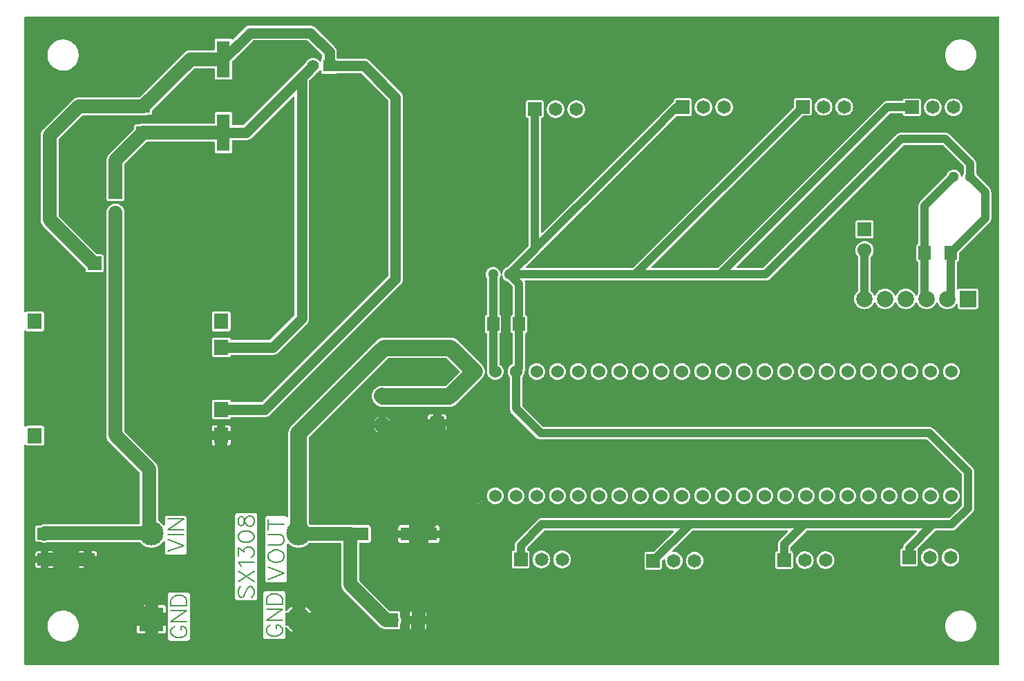
<source format=gtl>
G04 Layer: TopLayer*
G04 EasyEDA v6.5.48, 2025-01-21 18:12:01*
G04 3cc8b20af66c43ca95afa0c2ca323a4b,765c05e22f3a42938d5e8e897a1d4f6f,10*
G04 Gerber Generator version 0.2*
G04 Scale: 100 percent, Rotated: No, Reflected: No *
G04 Dimensions in millimeters *
G04 leading zeros omitted , absolute positions ,4 integer and 5 decimal *
%FSLAX45Y45*%
%MOMM*%

%AMMACRO1*21,1,$1,$2,0,0,$3*%
%ADD10C,0.2032*%
%ADD11C,1.0000*%
%ADD12C,1.3000*%
%ADD13C,1.7000*%
%ADD14C,1.5000*%
%ADD15C,2.0000*%
%ADD16R,1.6500X4.5000*%
%ADD17MACRO1,1.728X1.485X0.0000*%
%ADD18R,1.7280X1.4850*%
%ADD19MACRO1,1.728X1.485X90.0000*%
%ADD20R,4.5000X1.6500*%
%ADD21MACRO1,1.728X1.485X-90.0000*%
%ADD22R,1.6510X1.6510*%
%ADD23C,1.6510*%
%ADD24MACRO1,2.0015X2.0015X-90.0000*%
%ADD25R,1.7000X1.7000*%
%ADD26C,1.5240*%
%ADD27R,3.0000X3.0000*%
%ADD28C,3.0000*%
%ADD29R,1.8000X1.9000*%
%ADD30R,1.5000X1.4000*%
%ADD31C,1.4000*%
%ADD32C,1.6000*%
%ADD33C,0.0143*%

%LPD*%
G36*
X36068Y-7974075D02*
G01*
X32156Y-7973314D01*
X28905Y-7971078D01*
X26670Y-7967827D01*
X25908Y-7963916D01*
X25908Y-5284571D01*
X26670Y-5280660D01*
X28905Y-5277358D01*
X32156Y-5275173D01*
X36068Y-5274411D01*
X39979Y-5275173D01*
X43230Y-5277358D01*
X46024Y-5280101D01*
X50901Y-5283200D01*
X56388Y-5285079D01*
X62687Y-5285790D01*
X241554Y-5285790D01*
X247853Y-5285079D01*
X253339Y-5283200D01*
X258216Y-5280101D01*
X262331Y-5276037D01*
X265379Y-5271109D01*
X267309Y-5265674D01*
X268020Y-5259324D01*
X268020Y-5070500D01*
X267309Y-5064150D01*
X265379Y-5058714D01*
X262331Y-5053787D01*
X258216Y-5049723D01*
X253339Y-5046624D01*
X247853Y-5044694D01*
X241554Y-5043982D01*
X62687Y-5043982D01*
X56388Y-5044694D01*
X50901Y-5046624D01*
X46024Y-5049723D01*
X43230Y-5052466D01*
X39979Y-5054650D01*
X36068Y-5055412D01*
X32156Y-5054650D01*
X28905Y-5052466D01*
X26670Y-5049164D01*
X25908Y-5045252D01*
X25908Y-3884523D01*
X26670Y-3880612D01*
X28905Y-3877310D01*
X32156Y-3875125D01*
X36068Y-3874363D01*
X39979Y-3875125D01*
X43230Y-3877310D01*
X46024Y-3880053D01*
X50901Y-3883151D01*
X56388Y-3885031D01*
X62687Y-3885742D01*
X241554Y-3885742D01*
X247853Y-3885031D01*
X253339Y-3883151D01*
X258216Y-3880053D01*
X262331Y-3875989D01*
X265379Y-3871061D01*
X267309Y-3865626D01*
X268020Y-3859276D01*
X268020Y-3670452D01*
X267309Y-3664102D01*
X265379Y-3658666D01*
X262331Y-3653739D01*
X258216Y-3649675D01*
X253339Y-3646576D01*
X247853Y-3644646D01*
X241554Y-3643934D01*
X62687Y-3643934D01*
X56388Y-3644646D01*
X50901Y-3646576D01*
X46024Y-3649675D01*
X43230Y-3652418D01*
X39979Y-3654602D01*
X36068Y-3655364D01*
X32156Y-3654602D01*
X28905Y-3652418D01*
X26670Y-3649116D01*
X25908Y-3645204D01*
X25908Y-36068D01*
X26670Y-32156D01*
X28905Y-28905D01*
X32156Y-26670D01*
X36068Y-25908D01*
X11963908Y-25908D01*
X11967768Y-26670D01*
X11971070Y-28905D01*
X11973306Y-32156D01*
X11974068Y-36068D01*
X11974068Y-7963916D01*
X11973306Y-7967827D01*
X11971070Y-7971078D01*
X11967768Y-7973314D01*
X11963908Y-7974075D01*
G37*

%LPC*%
G36*
X11494973Y-7691526D02*
G01*
X11513972Y-7691069D01*
X11532870Y-7688681D01*
X11551412Y-7684465D01*
X11569446Y-7678420D01*
X11586819Y-7670546D01*
X11603278Y-7661046D01*
X11618722Y-7649921D01*
X11632996Y-7637373D01*
X11645950Y-7623403D01*
X11657431Y-7608214D01*
X11667388Y-7592009D01*
X11675618Y-7574838D01*
X11682120Y-7556957D01*
X11686844Y-7538516D01*
X11689689Y-7519720D01*
X11690604Y-7500721D01*
X11689689Y-7481671D01*
X11686844Y-7462875D01*
X11682120Y-7444435D01*
X11675618Y-7426553D01*
X11667388Y-7409383D01*
X11657431Y-7393178D01*
X11645950Y-7377988D01*
X11632996Y-7364018D01*
X11618722Y-7351471D01*
X11603278Y-7340346D01*
X11586819Y-7330846D01*
X11569446Y-7322972D01*
X11551412Y-7316927D01*
X11532870Y-7312710D01*
X11513972Y-7310323D01*
X11494973Y-7309866D01*
X11475974Y-7311288D01*
X11457228Y-7314590D01*
X11438940Y-7319721D01*
X11421211Y-7326680D01*
X11404295Y-7335367D01*
X11388293Y-7345680D01*
X11373408Y-7357567D01*
X11359794Y-7370876D01*
X11347551Y-7385456D01*
X11336832Y-7401153D01*
X11327739Y-7417866D01*
X11320322Y-7435392D01*
X11314734Y-7453579D01*
X11310975Y-7472222D01*
X11309045Y-7491171D01*
X11309045Y-7510221D01*
X11310975Y-7529169D01*
X11314734Y-7547813D01*
X11320322Y-7565999D01*
X11327739Y-7583525D01*
X11336832Y-7600238D01*
X11347551Y-7615936D01*
X11359794Y-7630515D01*
X11373408Y-7643825D01*
X11388293Y-7655712D01*
X11404295Y-7666024D01*
X11421211Y-7674711D01*
X11438940Y-7681671D01*
X11457228Y-7686802D01*
X11475974Y-7690103D01*
G37*
G36*
X495604Y-7690561D02*
G01*
X514654Y-7690053D01*
X533552Y-7687716D01*
X552094Y-7683449D01*
X570128Y-7677403D01*
X587451Y-7669580D01*
X603961Y-7660081D01*
X619404Y-7648956D01*
X633679Y-7636357D01*
X646633Y-7622387D01*
X658114Y-7607249D01*
X668020Y-7590993D01*
X676300Y-7573873D01*
X682802Y-7555992D01*
X687476Y-7537551D01*
X690321Y-7518704D01*
X691286Y-7499705D01*
X690321Y-7480706D01*
X687476Y-7461859D01*
X682802Y-7443419D01*
X676300Y-7425537D01*
X668020Y-7408418D01*
X658114Y-7392162D01*
X646633Y-7377023D01*
X633679Y-7363053D01*
X619404Y-7350455D01*
X603961Y-7339330D01*
X587451Y-7329830D01*
X570128Y-7322007D01*
X552094Y-7315962D01*
X533552Y-7311694D01*
X514654Y-7309358D01*
X495604Y-7308850D01*
X476656Y-7310272D01*
X457911Y-7313574D01*
X439572Y-7318756D01*
X421843Y-7325715D01*
X404926Y-7334402D01*
X388924Y-7344714D01*
X374091Y-7356551D01*
X360426Y-7369860D01*
X348234Y-7384440D01*
X337515Y-7400188D01*
X328371Y-7416901D01*
X321005Y-7434427D01*
X315366Y-7452614D01*
X311607Y-7471257D01*
X309727Y-7490206D01*
X309727Y-7509205D01*
X311607Y-7528153D01*
X315366Y-7546797D01*
X321005Y-7564983D01*
X328371Y-7582509D01*
X337515Y-7599222D01*
X348234Y-7614970D01*
X360426Y-7629550D01*
X374091Y-7642859D01*
X388924Y-7654696D01*
X404926Y-7665008D01*
X421843Y-7673695D01*
X439572Y-7680655D01*
X457911Y-7685836D01*
X476656Y-7689138D01*
G37*
G36*
X1812798Y-7677759D02*
G01*
X2025751Y-7677759D01*
X2032101Y-7677048D01*
X2037537Y-7675118D01*
X2042464Y-7672070D01*
X2046528Y-7667955D01*
X2049627Y-7663078D01*
X2051557Y-7657592D01*
X2052269Y-7651292D01*
X2052269Y-7112914D01*
X2051557Y-7106615D01*
X2049627Y-7101128D01*
X2046528Y-7096252D01*
X2042464Y-7092137D01*
X2037537Y-7089089D01*
X2032101Y-7087158D01*
X2025751Y-7086447D01*
X1812798Y-7086447D01*
X1806448Y-7087158D01*
X1801012Y-7089089D01*
X1796084Y-7092137D01*
X1792020Y-7096252D01*
X1788922Y-7101128D01*
X1787042Y-7106615D01*
X1786331Y-7112914D01*
X1786331Y-7651292D01*
X1787042Y-7657592D01*
X1788922Y-7663078D01*
X1792020Y-7667955D01*
X1796084Y-7672070D01*
X1801012Y-7675118D01*
X1806448Y-7677048D01*
G37*
G36*
X2982772Y-7659725D02*
G01*
X3195777Y-7659725D01*
X3202076Y-7659014D01*
X3207512Y-7657134D01*
X3212439Y-7654036D01*
X3216503Y-7649972D01*
X3219602Y-7645044D01*
X3221532Y-7639608D01*
X3222244Y-7633258D01*
X3222244Y-7521346D01*
X3223107Y-7517231D01*
X3225546Y-7513828D01*
X3229152Y-7511694D01*
X3233369Y-7511237D01*
X3237382Y-7512456D01*
X3240532Y-7515250D01*
X3250641Y-7528712D01*
X3262934Y-7542022D01*
X3276549Y-7553959D01*
X3291281Y-7564475D01*
X3304336Y-7571841D01*
X3304336Y-7497368D01*
X3232404Y-7497368D01*
X3228492Y-7496606D01*
X3225190Y-7494422D01*
X3223006Y-7491120D01*
X3222244Y-7487208D01*
X3222244Y-7344867D01*
X3223006Y-7340955D01*
X3225190Y-7337653D01*
X3228492Y-7335469D01*
X3232404Y-7334707D01*
X3304336Y-7334707D01*
X3304336Y-7260336D01*
X3299053Y-7262977D01*
X3283762Y-7272680D01*
X3269589Y-7283907D01*
X3256584Y-7296556D01*
X3245002Y-7310475D01*
X3240836Y-7316673D01*
X3237738Y-7319670D01*
X3233674Y-7321092D01*
X3229406Y-7320737D01*
X3225698Y-7318654D01*
X3223158Y-7315200D01*
X3222244Y-7311034D01*
X3222244Y-7094931D01*
X3221532Y-7088581D01*
X3219602Y-7083145D01*
X3216503Y-7078218D01*
X3212439Y-7074153D01*
X3207512Y-7071055D01*
X3202076Y-7069124D01*
X3195777Y-7068413D01*
X2982772Y-7068413D01*
X2976473Y-7069124D01*
X2970987Y-7071055D01*
X2966110Y-7074153D01*
X2961995Y-7078218D01*
X2958896Y-7083145D01*
X2957017Y-7088581D01*
X2956306Y-7094931D01*
X2956306Y-7633258D01*
X2957017Y-7639608D01*
X2958896Y-7645044D01*
X2961995Y-7649972D01*
X2966110Y-7654036D01*
X2970987Y-7657134D01*
X2976473Y-7659014D01*
G37*
G36*
X1663649Y-7591958D02*
G01*
X1731721Y-7591958D01*
X1738071Y-7591247D01*
X1743506Y-7589316D01*
X1748383Y-7586218D01*
X1752498Y-7582153D01*
X1755597Y-7577226D01*
X1757476Y-7571790D01*
X1758188Y-7565440D01*
X1758188Y-7497368D01*
X1663649Y-7497368D01*
G37*
G36*
X1432864Y-7591958D02*
G01*
X1500936Y-7591958D01*
X1500936Y-7497368D01*
X1406398Y-7497368D01*
X1406398Y-7565440D01*
X1407109Y-7571790D01*
X1408988Y-7577226D01*
X1412087Y-7582153D01*
X1416202Y-7586218D01*
X1421079Y-7589316D01*
X1426565Y-7591247D01*
G37*
G36*
X3467049Y-7571841D02*
G01*
X3480104Y-7564475D01*
X3494836Y-7553959D01*
X3508451Y-7542022D01*
X3520744Y-7528712D01*
X3531615Y-7514234D01*
X3540963Y-7498689D01*
X3541572Y-7497368D01*
X3467049Y-7497368D01*
G37*
G36*
X4893716Y-7541310D02*
G01*
X4923942Y-7541310D01*
X4930241Y-7540599D01*
X4935728Y-7538669D01*
X4940604Y-7535570D01*
X4944719Y-7531506D01*
X4947767Y-7526578D01*
X4949698Y-7521143D01*
X4950409Y-7514793D01*
X4950409Y-7478522D01*
X4893716Y-7478522D01*
G37*
G36*
X4776571Y-7541310D02*
G01*
X4806746Y-7541310D01*
X4806746Y-7478522D01*
X4750104Y-7478522D01*
X4750104Y-7514793D01*
X4750816Y-7521143D01*
X4752695Y-7526578D01*
X4755794Y-7531506D01*
X4759858Y-7535570D01*
X4764786Y-7538669D01*
X4770221Y-7540599D01*
G37*
G36*
X4458055Y-7541310D02*
G01*
X4605426Y-7541310D01*
X4611725Y-7540599D01*
X4617212Y-7538669D01*
X4622088Y-7535570D01*
X4626203Y-7531506D01*
X4629251Y-7526578D01*
X4631182Y-7521143D01*
X4631893Y-7514793D01*
X4631893Y-7478572D01*
X4632604Y-7474813D01*
X4637176Y-7463231D01*
X4640630Y-7449769D01*
X4642408Y-7435951D01*
X4642408Y-7422032D01*
X4640630Y-7408214D01*
X4637176Y-7394702D01*
X4632604Y-7383170D01*
X4631893Y-7379411D01*
X4631893Y-7343140D01*
X4631182Y-7336840D01*
X4629251Y-7331354D01*
X4626203Y-7326477D01*
X4622088Y-7322362D01*
X4617212Y-7319314D01*
X4611725Y-7317384D01*
X4605426Y-7316673D01*
X4509719Y-7316673D01*
X4505858Y-7315911D01*
X4502556Y-7313675D01*
X4132884Y-6944004D01*
X4130649Y-6940753D01*
X4129887Y-6936841D01*
X4129887Y-6489547D01*
X4130649Y-6485636D01*
X4132884Y-6482384D01*
X4136186Y-6480149D01*
X4140047Y-6479387D01*
X4243425Y-6479387D01*
X4249724Y-6478676D01*
X4255211Y-6476746D01*
X4260088Y-6473698D01*
X4264202Y-6469583D01*
X4267250Y-6464706D01*
X4269181Y-6459220D01*
X4269892Y-6452920D01*
X4269892Y-6289040D01*
X4269181Y-6282740D01*
X4267250Y-6277254D01*
X4264202Y-6272377D01*
X4260088Y-6268262D01*
X4255211Y-6265214D01*
X4249724Y-6263284D01*
X4243425Y-6262573D01*
X4043019Y-6262573D01*
X4032808Y-6260947D01*
X4025950Y-6260287D01*
X4018838Y-6260084D01*
X3534257Y-6260084D01*
X3529939Y-6259118D01*
X3526434Y-6256426D01*
X3514090Y-6241694D01*
X3512312Y-6238646D01*
X3511702Y-6235192D01*
X3511702Y-5191455D01*
X3512515Y-5187594D01*
X3514699Y-5184292D01*
X4482236Y-4216755D01*
X4485538Y-4214571D01*
X4489399Y-4213758D01*
X5194757Y-4213758D01*
X5198668Y-4214571D01*
X5201970Y-4216755D01*
X5356047Y-4370832D01*
X5358231Y-4374134D01*
X5359044Y-4378045D01*
X5358231Y-4381906D01*
X5356047Y-4385208D01*
X5184394Y-4556861D01*
X5181092Y-4559046D01*
X5177231Y-4559858D01*
X4448860Y-4559858D01*
X4446422Y-4559554D01*
X4432706Y-4556150D01*
X4417618Y-4554321D01*
X4402378Y-4554321D01*
X4387291Y-4556150D01*
X4372559Y-4559808D01*
X4358335Y-4565192D01*
X4344873Y-4572254D01*
X4332376Y-4580890D01*
X4320997Y-4590948D01*
X4310888Y-4602327D01*
X4302252Y-4614824D01*
X4295190Y-4628286D01*
X4289806Y-4642510D01*
X4286199Y-4657293D01*
X4284319Y-4672380D01*
X4284319Y-4687570D01*
X4286199Y-4702657D01*
X4289806Y-4717440D01*
X4295190Y-4731664D01*
X4302252Y-4745126D01*
X4310888Y-4757623D01*
X4321200Y-4769205D01*
X4332274Y-4779975D01*
X4338116Y-4784852D01*
X4344263Y-4789373D01*
X4350613Y-4793488D01*
X4357268Y-4797247D01*
X4364075Y-4800549D01*
X4371136Y-4803444D01*
X4378299Y-4805934D01*
X4385614Y-4807966D01*
X4393082Y-4809591D01*
X4400600Y-4810709D01*
X4408170Y-4811420D01*
X4415942Y-4811674D01*
X5233416Y-4811674D01*
X5241188Y-4811420D01*
X5248757Y-4810709D01*
X5256276Y-4809591D01*
X5263692Y-4807966D01*
X5271008Y-4805934D01*
X5278221Y-4803444D01*
X5285232Y-4800549D01*
X5292090Y-4797247D01*
X5298694Y-4793488D01*
X5305094Y-4789373D01*
X5311190Y-4784852D01*
X5317032Y-4779975D01*
X5322722Y-4774641D01*
X5630113Y-4467250D01*
X5640374Y-4455668D01*
X5649010Y-4443171D01*
X5656072Y-4429709D01*
X5661456Y-4415485D01*
X5665114Y-4400702D01*
X5666943Y-4385614D01*
X5666943Y-4370425D01*
X5665114Y-4355338D01*
X5661456Y-4340555D01*
X5656072Y-4326331D01*
X5649010Y-4312869D01*
X5640374Y-4300372D01*
X5630113Y-4288790D01*
X5340299Y-3998976D01*
X5334609Y-3993642D01*
X5328767Y-3988765D01*
X5322671Y-3984244D01*
X5316270Y-3980129D01*
X5309666Y-3976370D01*
X5302808Y-3973068D01*
X5295798Y-3970172D01*
X5288584Y-3967683D01*
X5281269Y-3965651D01*
X5273852Y-3964025D01*
X5266334Y-3962908D01*
X5258765Y-3962196D01*
X5250992Y-3961942D01*
X4433214Y-3961942D01*
X4425442Y-3962196D01*
X4417872Y-3962908D01*
X4410354Y-3964025D01*
X4402937Y-3965651D01*
X4395622Y-3967683D01*
X4388408Y-3970172D01*
X4381398Y-3973068D01*
X4374540Y-3976370D01*
X4367936Y-3980129D01*
X4361535Y-3984244D01*
X4355388Y-3988765D01*
X4349546Y-3993642D01*
X4343908Y-3998976D01*
X3296869Y-5045964D01*
X3291586Y-5051602D01*
X3286709Y-5057444D01*
X3282187Y-5063591D01*
X3278073Y-5069992D01*
X3274314Y-5076596D01*
X3271012Y-5083454D01*
X3268116Y-5090464D01*
X3265627Y-5097678D01*
X3263595Y-5104993D01*
X3261969Y-5112410D01*
X3260852Y-5119928D01*
X3260140Y-5127498D01*
X3259886Y-5135270D01*
X3259886Y-6160058D01*
X3258972Y-6164275D01*
X3256381Y-6167780D01*
X3252571Y-6169812D01*
X3248253Y-6170117D01*
X3244189Y-6168542D01*
X3241141Y-6165443D01*
X3238550Y-6161278D01*
X3234436Y-6157214D01*
X3229559Y-6154115D01*
X3224072Y-6152235D01*
X3217773Y-6151524D01*
X3004769Y-6151524D01*
X2998470Y-6152235D01*
X2992983Y-6154115D01*
X2988106Y-6157214D01*
X2983992Y-6161278D01*
X2980893Y-6166205D01*
X2979013Y-6171641D01*
X2978302Y-6177991D01*
X2978302Y-6934250D01*
X2979013Y-6940600D01*
X2980893Y-6946036D01*
X2983992Y-6950964D01*
X2988106Y-6955028D01*
X2992983Y-6958126D01*
X2998470Y-6960057D01*
X3004769Y-6960768D01*
X3217773Y-6960768D01*
X3224072Y-6960057D01*
X3229559Y-6958126D01*
X3234436Y-6955028D01*
X3238550Y-6950964D01*
X3241598Y-6946036D01*
X3243529Y-6940600D01*
X3244240Y-6934250D01*
X3244240Y-6493611D01*
X3245053Y-6489700D01*
X3247288Y-6486347D01*
X3250692Y-6484162D01*
X3254654Y-6483451D01*
X3258565Y-6484366D01*
X3262934Y-6487922D01*
X3276549Y-6499860D01*
X3291281Y-6510375D01*
X3307029Y-6519265D01*
X3323640Y-6526530D01*
X3340912Y-6532016D01*
X3358642Y-6535724D01*
X3376625Y-6537604D01*
X3394760Y-6537604D01*
X3412744Y-6535724D01*
X3430473Y-6532016D01*
X3447745Y-6526530D01*
X3464356Y-6519265D01*
X3480104Y-6510375D01*
X3494836Y-6499860D01*
X3508451Y-6487922D01*
X3510991Y-6485128D01*
X3514394Y-6482740D01*
X3518458Y-6481876D01*
X3897934Y-6481876D01*
X3901795Y-6482638D01*
X3905097Y-6484874D01*
X3907332Y-6488176D01*
X3908094Y-6492036D01*
X3908145Y-6990334D01*
X3908958Y-7001052D01*
X3909415Y-7004202D01*
X3911600Y-7014718D01*
X3915918Y-7027976D01*
X3917137Y-7030872D01*
X3921861Y-7040575D01*
X3923436Y-7043318D01*
X3929379Y-7052309D01*
X3931259Y-7054850D01*
X3938270Y-7063028D01*
X4384954Y-7509713D01*
X4393133Y-7516723D01*
X4395673Y-7518603D01*
X4404664Y-7524546D01*
X4417110Y-7530846D01*
X4420006Y-7532065D01*
X4433265Y-7536383D01*
X4447082Y-7539075D01*
X4451654Y-7540548D01*
G37*
G36*
X4750104Y-7379411D02*
G01*
X4806746Y-7379411D01*
X4806746Y-7316673D01*
X4776571Y-7316673D01*
X4770221Y-7317384D01*
X4764786Y-7319314D01*
X4759858Y-7322362D01*
X4755794Y-7326477D01*
X4752695Y-7331354D01*
X4750816Y-7336840D01*
X4750104Y-7343140D01*
G37*
G36*
X4893716Y-7379411D02*
G01*
X4950409Y-7379411D01*
X4950409Y-7343140D01*
X4949698Y-7336840D01*
X4947767Y-7331354D01*
X4944719Y-7326477D01*
X4940604Y-7322362D01*
X4935728Y-7319314D01*
X4930241Y-7317384D01*
X4923942Y-7316673D01*
X4893716Y-7316673D01*
G37*
G36*
X3467049Y-7334707D02*
G01*
X3541369Y-7334707D01*
X3536492Y-7325461D01*
X3526383Y-7310475D01*
X3514801Y-7296556D01*
X3501796Y-7283907D01*
X3487623Y-7272680D01*
X3472332Y-7262977D01*
X3467049Y-7260336D01*
G37*
G36*
X1663649Y-7334707D02*
G01*
X1758188Y-7334707D01*
X1758188Y-7266584D01*
X1757476Y-7260285D01*
X1755597Y-7254798D01*
X1752498Y-7249922D01*
X1748383Y-7245807D01*
X1743506Y-7242759D01*
X1738071Y-7240828D01*
X1731721Y-7240117D01*
X1663649Y-7240117D01*
G37*
G36*
X1406398Y-7334707D02*
G01*
X1500936Y-7334707D01*
X1500936Y-7240117D01*
X1432864Y-7240117D01*
X1426565Y-7240828D01*
X1421079Y-7242759D01*
X1416202Y-7245807D01*
X1412087Y-7249922D01*
X1408988Y-7254798D01*
X1407109Y-7260285D01*
X1406398Y-7266584D01*
G37*
G36*
X2635859Y-7182256D02*
G01*
X2848864Y-7182256D01*
X2855163Y-7181545D01*
X2860649Y-7179614D01*
X2865526Y-7176566D01*
X2869641Y-7172452D01*
X2872689Y-7167575D01*
X2874619Y-7162088D01*
X2875330Y-7155789D01*
X2875330Y-6139129D01*
X2874619Y-6132830D01*
X2872689Y-6127343D01*
X2869641Y-6122466D01*
X2865526Y-6118352D01*
X2860649Y-6115253D01*
X2855163Y-6113373D01*
X2848864Y-6112662D01*
X2635859Y-6112662D01*
X2629560Y-6113373D01*
X2624074Y-6115253D01*
X2619197Y-6118352D01*
X2615082Y-6122466D01*
X2612034Y-6127343D01*
X2610104Y-6132830D01*
X2609392Y-6139129D01*
X2609392Y-7155789D01*
X2610104Y-7162088D01*
X2612034Y-7167575D01*
X2615082Y-7172452D01*
X2619197Y-7176566D01*
X2624074Y-7179614D01*
X2629560Y-7181545D01*
G37*
G36*
X8238998Y-6806438D02*
G01*
X8253120Y-6805472D01*
X8267039Y-6802729D01*
X8280501Y-6798157D01*
X8293201Y-6791909D01*
X8304987Y-6784035D01*
X8315655Y-6774688D01*
X8325002Y-6764020D01*
X8332876Y-6752183D01*
X8339175Y-6739483D01*
X8343747Y-6726072D01*
X8346490Y-6712153D01*
X8347405Y-6697980D01*
X8346490Y-6683857D01*
X8343747Y-6669938D01*
X8339175Y-6656476D01*
X8332876Y-6643776D01*
X8325002Y-6631990D01*
X8315655Y-6621322D01*
X8304987Y-6611975D01*
X8293201Y-6604101D01*
X8280501Y-6597802D01*
X8267039Y-6593230D01*
X8253120Y-6590487D01*
X8238998Y-6589572D01*
X8224824Y-6590487D01*
X8210905Y-6593230D01*
X8197494Y-6597802D01*
X8184743Y-6604101D01*
X8172958Y-6611975D01*
X8162290Y-6621322D01*
X8152942Y-6631990D01*
X8145068Y-6643776D01*
X8138820Y-6656476D01*
X8134248Y-6669938D01*
X8131454Y-6683857D01*
X8130540Y-6697980D01*
X8131454Y-6712153D01*
X8134248Y-6726072D01*
X8138820Y-6739483D01*
X8145068Y-6752183D01*
X8152942Y-6764020D01*
X8162290Y-6774688D01*
X8172958Y-6784035D01*
X8184743Y-6791909D01*
X8197494Y-6798157D01*
X8210905Y-6802729D01*
X8224824Y-6805472D01*
G37*
G36*
X7649006Y-6806438D02*
G01*
X7812989Y-6806438D01*
X7819288Y-6805726D01*
X7824724Y-6803847D01*
X7829651Y-6800748D01*
X7833715Y-6796633D01*
X7836814Y-6791756D01*
X7838744Y-6786270D01*
X7839456Y-6779971D01*
X7839456Y-6702094D01*
X7840218Y-6698132D01*
X7842503Y-6694830D01*
X7860131Y-6677507D01*
X7863535Y-6675272D01*
X7867497Y-6674561D01*
X7871459Y-6675475D01*
X7874762Y-6677914D01*
X7876844Y-6681368D01*
X7877352Y-6685381D01*
X7876540Y-6697980D01*
X7877454Y-6712153D01*
X7880248Y-6726072D01*
X7884820Y-6739483D01*
X7891068Y-6752183D01*
X7898942Y-6764020D01*
X7908290Y-6774688D01*
X7918958Y-6784035D01*
X7930743Y-6791909D01*
X7943494Y-6798157D01*
X7956905Y-6802729D01*
X7970824Y-6805472D01*
X7984998Y-6806438D01*
X7999120Y-6805472D01*
X8013039Y-6802729D01*
X8026501Y-6798157D01*
X8039201Y-6791909D01*
X8050987Y-6784035D01*
X8061655Y-6774688D01*
X8071002Y-6764020D01*
X8078876Y-6752183D01*
X8085175Y-6739483D01*
X8089747Y-6726072D01*
X8092490Y-6712153D01*
X8093405Y-6697980D01*
X8092490Y-6683857D01*
X8089747Y-6669938D01*
X8085175Y-6656476D01*
X8078876Y-6643776D01*
X8071002Y-6631990D01*
X8061655Y-6621322D01*
X8050987Y-6611975D01*
X8039201Y-6604101D01*
X8026501Y-6597802D01*
X8013039Y-6593230D01*
X7999120Y-6590487D01*
X7984998Y-6589572D01*
X7974330Y-6590233D01*
X7970266Y-6589674D01*
X7966760Y-6587591D01*
X7964373Y-6584289D01*
X7963509Y-6580276D01*
X7964271Y-6576263D01*
X7966506Y-6572859D01*
X8211210Y-6332321D01*
X8214512Y-6330137D01*
X8218322Y-6329375D01*
X9371584Y-6329375D01*
X9375444Y-6330137D01*
X9378746Y-6332372D01*
X9380982Y-6335674D01*
X9381744Y-6339535D01*
X9380982Y-6343446D01*
X9378746Y-6346748D01*
X9279483Y-6446113D01*
X9273794Y-6452920D01*
X9272371Y-6454952D01*
X9267799Y-6462572D01*
X9266682Y-6464757D01*
X9263278Y-6472986D01*
X9262516Y-6475323D01*
X9260382Y-6483908D01*
X9259976Y-6486347D01*
X9259112Y-6495186D01*
X9259062Y-6572758D01*
X9258401Y-6576364D01*
X9256471Y-6579514D01*
X9253575Y-6581800D01*
X9250070Y-6582867D01*
X9246666Y-6583222D01*
X9241231Y-6585153D01*
X9236303Y-6588252D01*
X9232239Y-6592316D01*
X9229140Y-6597243D01*
X9227210Y-6602679D01*
X9226499Y-6609029D01*
X9226499Y-6772960D01*
X9227210Y-6779310D01*
X9229140Y-6784746D01*
X9232239Y-6789674D01*
X9236303Y-6793738D01*
X9241231Y-6796836D01*
X9246666Y-6798716D01*
X9253016Y-6799427D01*
X9416948Y-6799427D01*
X9423298Y-6798716D01*
X9428734Y-6796836D01*
X9433661Y-6793738D01*
X9437725Y-6789674D01*
X9440824Y-6784746D01*
X9442704Y-6779310D01*
X9443415Y-6772960D01*
X9443415Y-6609029D01*
X9442704Y-6602679D01*
X9440824Y-6597243D01*
X9437725Y-6592316D01*
X9433661Y-6588252D01*
X9428734Y-6585153D01*
X9423298Y-6583222D01*
X9419894Y-6582867D01*
X9416389Y-6581800D01*
X9413494Y-6579514D01*
X9411563Y-6576364D01*
X9410903Y-6572758D01*
X9410903Y-6533489D01*
X9411665Y-6529628D01*
X9413849Y-6526326D01*
X9607296Y-6332880D01*
X9610598Y-6330645D01*
X9614509Y-6329883D01*
X10950295Y-6329883D01*
X10954207Y-6330645D01*
X10957509Y-6332880D01*
X10959693Y-6336182D01*
X10960455Y-6340043D01*
X10959693Y-6343954D01*
X10957509Y-6347256D01*
X10811357Y-6493306D01*
X10805718Y-6500114D01*
X10804296Y-6502146D01*
X10798556Y-6511950D01*
X10794390Y-6522516D01*
X10792256Y-6531102D01*
X10791850Y-6533540D01*
X10791139Y-6541566D01*
X10790224Y-6544919D01*
X10788243Y-6547764D01*
X10785449Y-6549796D01*
X10782147Y-6550761D01*
X10777677Y-6551218D01*
X10772190Y-6553149D01*
X10767314Y-6556248D01*
X10763199Y-6560312D01*
X10760151Y-6565239D01*
X10758220Y-6570675D01*
X10757509Y-6577025D01*
X10757509Y-6740956D01*
X10758220Y-6747306D01*
X10760151Y-6752742D01*
X10763199Y-6757670D01*
X10767314Y-6761734D01*
X10772190Y-6764832D01*
X10777677Y-6766712D01*
X10783976Y-6767423D01*
X10947958Y-6767423D01*
X10954258Y-6766712D01*
X10959744Y-6764832D01*
X10964621Y-6761734D01*
X10968736Y-6757670D01*
X10971834Y-6752742D01*
X10973714Y-6747306D01*
X10974425Y-6740956D01*
X10974425Y-6577025D01*
X10973714Y-6570675D01*
X10971834Y-6565239D01*
X10969294Y-6561226D01*
X10967974Y-6558076D01*
X10967821Y-6554673D01*
X10968736Y-6551422D01*
X10970717Y-6548628D01*
X11186668Y-6332880D01*
X11189970Y-6330645D01*
X11193830Y-6329883D01*
X11304676Y-6329883D01*
X11311839Y-6329375D01*
X11389461Y-6329324D01*
X11398605Y-6328511D01*
X11400739Y-6328156D01*
X11409629Y-6325971D01*
X11420195Y-6321755D01*
X11422126Y-6320790D01*
X11430000Y-6316065D01*
X11438839Y-6309004D01*
X11644528Y-6104585D01*
X11651640Y-6095746D01*
X11657330Y-6085890D01*
X11660632Y-6077966D01*
X11661495Y-6075375D01*
X11663578Y-6066993D01*
X11664035Y-6064300D01*
X11664848Y-6055715D01*
X11664848Y-5605627D01*
X11664035Y-5596839D01*
X11663629Y-5594350D01*
X11661495Y-5585764D01*
X11657330Y-5575198D01*
X11651589Y-5565394D01*
X11650167Y-5563362D01*
X11644528Y-5556554D01*
X11167567Y-5080355D01*
X11160658Y-5074666D01*
X11158728Y-5073294D01*
X11148923Y-5067554D01*
X11140643Y-5064150D01*
X11138357Y-5063388D01*
X11129670Y-5061254D01*
X11127282Y-5060848D01*
X11118392Y-5060035D01*
X6388455Y-5059984D01*
X6384544Y-5059222D01*
X6381242Y-5056987D01*
X6128156Y-4803902D01*
X6125921Y-4800600D01*
X6125159Y-4796688D01*
X6125159Y-4449775D01*
X6125718Y-4446422D01*
X6127343Y-4443476D01*
X6133439Y-4435754D01*
X6140399Y-4424019D01*
X6145733Y-4411472D01*
X6149340Y-4398314D01*
X6151168Y-4384802D01*
X6151473Y-4381144D01*
X6152489Y-4378706D01*
X6155791Y-4372965D01*
X6158992Y-4365244D01*
X6159855Y-4362653D01*
X6161938Y-4354271D01*
X6162395Y-4351578D01*
X6163208Y-4342993D01*
X6163259Y-3917187D01*
X6164122Y-3913124D01*
X6166510Y-3909720D01*
X6170066Y-3907586D01*
X6172708Y-3906672D01*
X6177584Y-3903573D01*
X6181699Y-3899509D01*
X6184798Y-3894582D01*
X6186678Y-3889146D01*
X6187389Y-3882796D01*
X6187389Y-3711143D01*
X6186678Y-3704844D01*
X6184798Y-3699357D01*
X6181699Y-3694480D01*
X6177584Y-3690365D01*
X6172708Y-3687318D01*
X6169964Y-3686352D01*
X6166408Y-3684219D01*
X6164021Y-3680815D01*
X6163157Y-3676751D01*
X6163106Y-3301593D01*
X6162294Y-3292754D01*
X6159754Y-3281934D01*
X6157772Y-3276701D01*
X6157112Y-3272840D01*
X6157976Y-3269030D01*
X6160211Y-3265830D01*
X6163462Y-3263646D01*
X6167272Y-3262934D01*
X9113621Y-3262782D01*
X9122460Y-3261969D01*
X9124899Y-3261563D01*
X9133535Y-3259429D01*
X9135872Y-3258667D01*
X9144101Y-3255264D01*
X9146286Y-3254146D01*
X9153906Y-3249523D01*
X9162745Y-3242462D01*
X10800334Y-1604924D01*
X10803636Y-1602689D01*
X10807547Y-1601927D01*
X11274196Y-1601927D01*
X11278108Y-1602689D01*
X11281410Y-1604924D01*
X11533987Y-1857502D01*
X11536222Y-1860804D01*
X11536984Y-1864715D01*
X11536984Y-1941271D01*
X11536680Y-1943760D01*
X11535765Y-1946046D01*
X11529974Y-1957019D01*
X11525605Y-1968906D01*
X11522811Y-1982368D01*
X11521236Y-1986076D01*
X11518290Y-1988870D01*
X11514531Y-1990343D01*
X11510518Y-1990191D01*
X11506860Y-1988515D01*
X11504168Y-1985518D01*
X11502796Y-1981707D01*
X11501882Y-1975104D01*
X11498376Y-1962912D01*
X11493246Y-1951329D01*
X11486489Y-1940560D01*
X11478361Y-1930857D01*
X11468912Y-1922373D01*
X11458397Y-1915312D01*
X11447018Y-1909724D01*
X11434978Y-1905812D01*
X11422481Y-1903628D01*
X11409781Y-1903171D01*
X11397183Y-1904492D01*
X11384889Y-1907539D01*
X11373154Y-1912315D01*
X11362131Y-1918665D01*
X11352174Y-1926437D01*
X11343335Y-1935581D01*
X11335918Y-1945843D01*
X11329974Y-1957019D01*
X11325606Y-1968957D01*
X11324844Y-1972462D01*
X11323878Y-1975205D01*
X11322100Y-1977542D01*
X11002213Y-2297480D01*
X10996523Y-2304338D01*
X10995101Y-2306370D01*
X10990529Y-2313990D01*
X10989411Y-2316175D01*
X10986008Y-2324404D01*
X10985246Y-2326741D01*
X10983112Y-2335326D01*
X10982706Y-2337765D01*
X10981842Y-2346604D01*
X10981791Y-2802737D01*
X10980978Y-2806801D01*
X10978540Y-2810205D01*
X10974984Y-2812338D01*
X10972241Y-2813304D01*
X10967364Y-2816402D01*
X10963249Y-2820466D01*
X10960201Y-2825394D01*
X10958271Y-2830830D01*
X10957560Y-2837180D01*
X10957560Y-3008833D01*
X10958271Y-3015132D01*
X10960201Y-3020618D01*
X10963249Y-3025495D01*
X10967364Y-3029610D01*
X10972241Y-3032658D01*
X10974984Y-3033623D01*
X10978540Y-3035757D01*
X10980978Y-3039160D01*
X10981791Y-3043224D01*
X10981791Y-3406038D01*
X10981232Y-3409340D01*
X10979658Y-3412286D01*
X10976356Y-3416503D01*
X10968532Y-3429508D01*
X10962233Y-3443427D01*
X10959998Y-3446576D01*
X10956747Y-3448659D01*
X10952988Y-3449421D01*
X10949178Y-3448659D01*
X10945926Y-3446576D01*
X10943691Y-3443427D01*
X10937443Y-3429508D01*
X10929569Y-3416503D01*
X10920222Y-3404514D01*
X10909452Y-3393744D01*
X10897514Y-3384397D01*
X10884458Y-3376523D01*
X10870641Y-3370275D01*
X10856112Y-3365754D01*
X10841177Y-3363010D01*
X10825988Y-3362096D01*
X10810798Y-3363010D01*
X10795863Y-3365754D01*
X10781334Y-3370275D01*
X10767466Y-3376523D01*
X10754461Y-3384397D01*
X10742472Y-3393744D01*
X10731754Y-3404514D01*
X10722356Y-3416503D01*
X10714532Y-3429508D01*
X10708233Y-3443427D01*
X10705998Y-3446576D01*
X10702747Y-3448659D01*
X10698988Y-3449421D01*
X10695178Y-3448659D01*
X10691926Y-3446576D01*
X10689691Y-3443427D01*
X10683443Y-3429508D01*
X10675569Y-3416503D01*
X10666222Y-3404514D01*
X10655452Y-3393744D01*
X10643514Y-3384397D01*
X10630458Y-3376523D01*
X10616641Y-3370275D01*
X10602112Y-3365754D01*
X10587177Y-3363010D01*
X10571988Y-3362096D01*
X10556798Y-3363010D01*
X10541863Y-3365754D01*
X10527334Y-3370275D01*
X10513466Y-3376523D01*
X10500461Y-3384397D01*
X10488472Y-3393744D01*
X10477754Y-3404514D01*
X10468356Y-3416503D01*
X10460532Y-3429508D01*
X10454233Y-3443427D01*
X10451998Y-3446576D01*
X10448747Y-3448659D01*
X10444988Y-3449421D01*
X10441178Y-3448659D01*
X10437926Y-3446576D01*
X10435691Y-3443427D01*
X10429443Y-3429508D01*
X10421569Y-3416503D01*
X10412222Y-3404514D01*
X10398760Y-3391052D01*
X10397388Y-3388309D01*
X10396931Y-3385261D01*
X10396931Y-2976981D01*
X10397794Y-2972866D01*
X10400639Y-2969158D01*
X10409834Y-2958338D01*
X10417606Y-2946400D01*
X10423753Y-2933598D01*
X10428224Y-2920136D01*
X10430967Y-2906166D01*
X10431881Y-2891993D01*
X10430967Y-2877820D01*
X10428224Y-2863850D01*
X10423753Y-2850388D01*
X10417606Y-2837586D01*
X10409834Y-2825648D01*
X10400639Y-2814878D01*
X10390124Y-2805277D01*
X10378440Y-2797149D01*
X10365841Y-2790596D01*
X10352532Y-2785668D01*
X10338663Y-2782519D01*
X10324541Y-2781147D01*
X10310317Y-2781604D01*
X10296296Y-2783890D01*
X10282682Y-2787954D01*
X10269677Y-2793695D01*
X10257536Y-2801061D01*
X10246410Y-2809900D01*
X10236555Y-2820111D01*
X10228072Y-2831490D01*
X10221061Y-2843885D01*
X10215727Y-2857042D01*
X10212120Y-2870809D01*
X10210342Y-2884881D01*
X10210342Y-2899105D01*
X10212120Y-2913176D01*
X10215727Y-2926943D01*
X10221061Y-2940100D01*
X10228072Y-2952496D01*
X10236555Y-2963875D01*
X10242245Y-2969768D01*
X10244378Y-2973019D01*
X10245140Y-2976829D01*
X10245140Y-3380486D01*
X10244683Y-3383534D01*
X10243312Y-3386277D01*
X10241229Y-3388512D01*
X10234472Y-3393744D01*
X10223754Y-3404514D01*
X10214356Y-3416503D01*
X10206532Y-3429508D01*
X10200284Y-3443376D01*
X10195763Y-3457854D01*
X10193020Y-3472840D01*
X10192105Y-3487978D01*
X10193020Y-3503168D01*
X10195763Y-3518103D01*
X10200284Y-3532632D01*
X10206532Y-3546500D01*
X10214356Y-3559505D01*
X10223754Y-3571494D01*
X10234472Y-3582212D01*
X10246461Y-3591610D01*
X10259466Y-3599484D01*
X10273334Y-3605682D01*
X10287863Y-3610203D01*
X10302798Y-3612946D01*
X10317988Y-3613861D01*
X10333177Y-3612946D01*
X10348112Y-3610203D01*
X10362641Y-3605682D01*
X10376458Y-3599484D01*
X10389514Y-3591610D01*
X10401452Y-3582212D01*
X10412222Y-3571494D01*
X10421569Y-3559505D01*
X10429443Y-3546500D01*
X10435691Y-3532581D01*
X10437926Y-3529431D01*
X10441178Y-3527298D01*
X10444988Y-3526586D01*
X10448747Y-3527298D01*
X10451998Y-3529431D01*
X10454233Y-3532581D01*
X10460532Y-3546500D01*
X10468356Y-3559505D01*
X10477754Y-3571494D01*
X10488472Y-3582212D01*
X10500461Y-3591610D01*
X10513466Y-3599484D01*
X10527334Y-3605682D01*
X10541863Y-3610203D01*
X10556798Y-3612946D01*
X10571988Y-3613861D01*
X10587177Y-3612946D01*
X10602112Y-3610203D01*
X10616641Y-3605682D01*
X10630458Y-3599484D01*
X10643514Y-3591610D01*
X10655452Y-3582212D01*
X10666222Y-3571494D01*
X10675569Y-3559505D01*
X10683443Y-3546500D01*
X10689691Y-3532581D01*
X10691926Y-3529431D01*
X10695178Y-3527298D01*
X10698988Y-3526586D01*
X10702747Y-3527298D01*
X10705998Y-3529431D01*
X10708233Y-3532581D01*
X10714532Y-3546500D01*
X10722356Y-3559505D01*
X10731754Y-3571494D01*
X10742472Y-3582212D01*
X10754461Y-3591610D01*
X10767466Y-3599484D01*
X10781334Y-3605682D01*
X10795863Y-3610203D01*
X10810798Y-3612946D01*
X10825988Y-3613861D01*
X10841177Y-3612946D01*
X10856112Y-3610203D01*
X10870641Y-3605682D01*
X10884458Y-3599484D01*
X10897514Y-3591610D01*
X10909452Y-3582212D01*
X10920222Y-3571494D01*
X10929569Y-3559505D01*
X10937443Y-3546500D01*
X10943691Y-3532581D01*
X10945926Y-3529431D01*
X10949178Y-3527298D01*
X10952988Y-3526586D01*
X10956747Y-3527298D01*
X10959998Y-3529431D01*
X10962233Y-3532581D01*
X10968532Y-3546500D01*
X10976356Y-3559505D01*
X10985754Y-3571494D01*
X10996472Y-3582212D01*
X11008461Y-3591610D01*
X11021466Y-3599484D01*
X11035334Y-3605682D01*
X11049863Y-3610203D01*
X11064798Y-3612946D01*
X11079988Y-3613861D01*
X11095177Y-3612946D01*
X11110112Y-3610203D01*
X11124641Y-3605682D01*
X11138458Y-3599484D01*
X11151514Y-3591610D01*
X11163452Y-3582212D01*
X11174222Y-3571494D01*
X11183569Y-3559505D01*
X11191443Y-3546500D01*
X11197691Y-3532581D01*
X11199926Y-3529431D01*
X11203178Y-3527298D01*
X11206988Y-3526586D01*
X11210747Y-3527298D01*
X11213998Y-3529431D01*
X11216233Y-3532581D01*
X11222532Y-3546500D01*
X11230356Y-3559505D01*
X11239754Y-3571494D01*
X11250472Y-3582212D01*
X11262461Y-3591610D01*
X11275466Y-3599484D01*
X11289334Y-3605682D01*
X11303863Y-3610203D01*
X11318798Y-3612946D01*
X11333988Y-3613861D01*
X11349177Y-3612946D01*
X11364112Y-3610203D01*
X11378641Y-3605682D01*
X11392458Y-3599484D01*
X11405514Y-3591610D01*
X11417452Y-3582212D01*
X11428222Y-3571494D01*
X11437569Y-3559505D01*
X11443208Y-3550208D01*
X11446205Y-3547008D01*
X11450269Y-3545433D01*
X11454638Y-3545636D01*
X11458498Y-3547719D01*
X11461140Y-3551174D01*
X11462054Y-3555441D01*
X11462054Y-3587445D01*
X11462766Y-3593744D01*
X11464696Y-3599230D01*
X11467795Y-3604107D01*
X11471859Y-3608222D01*
X11476786Y-3611270D01*
X11482222Y-3613200D01*
X11488572Y-3613912D01*
X11687403Y-3613912D01*
X11693753Y-3613200D01*
X11699189Y-3611270D01*
X11704066Y-3608222D01*
X11708180Y-3604107D01*
X11711279Y-3599230D01*
X11713159Y-3593744D01*
X11713870Y-3587445D01*
X11713870Y-3388563D01*
X11713159Y-3382264D01*
X11711279Y-3376777D01*
X11708180Y-3371900D01*
X11704066Y-3367786D01*
X11699189Y-3364687D01*
X11693753Y-3362807D01*
X11687403Y-3362096D01*
X11488572Y-3362096D01*
X11482222Y-3362807D01*
X11476786Y-3364687D01*
X11471859Y-3367786D01*
X11469471Y-3370173D01*
X11466169Y-3372358D01*
X11462308Y-3373120D01*
X11458397Y-3372358D01*
X11455095Y-3370173D01*
X11452910Y-3366871D01*
X11452148Y-3362960D01*
X11452148Y-3043224D01*
X11453012Y-3039160D01*
X11455400Y-3035757D01*
X11458956Y-3033623D01*
X11461699Y-3032658D01*
X11466576Y-3029610D01*
X11470690Y-3025495D01*
X11473738Y-3020618D01*
X11475669Y-3015132D01*
X11476380Y-3008833D01*
X11476380Y-2934360D01*
X11477142Y-2930448D01*
X11479377Y-2927146D01*
X11852554Y-2553919D01*
X11859615Y-2545080D01*
X11864238Y-2537460D01*
X11865356Y-2535275D01*
X11868759Y-2527046D01*
X11869521Y-2524709D01*
X11871655Y-2516073D01*
X11872061Y-2513634D01*
X11872874Y-2504795D01*
X11872874Y-2175408D01*
X11872061Y-2166569D01*
X11871655Y-2164130D01*
X11869521Y-2155494D01*
X11868759Y-2153158D01*
X11865356Y-2144928D01*
X11864238Y-2142744D01*
X11859615Y-2135124D01*
X11852554Y-2126284D01*
X11703913Y-1977593D01*
X11702338Y-1975561D01*
X11701322Y-1973173D01*
X11698376Y-1962912D01*
X11693245Y-1951329D01*
X11690350Y-1946706D01*
X11689181Y-1944116D01*
X11688775Y-1941322D01*
X11688724Y-1826412D01*
X11687911Y-1817573D01*
X11687505Y-1815134D01*
X11685371Y-1806498D01*
X11684609Y-1804162D01*
X11681206Y-1795932D01*
X11680088Y-1793748D01*
X11675465Y-1786128D01*
X11668404Y-1777288D01*
X11361623Y-1470507D01*
X11352784Y-1463446D01*
X11345164Y-1458823D01*
X11342979Y-1457706D01*
X11334750Y-1454302D01*
X11332413Y-1453540D01*
X11323777Y-1451406D01*
X11321338Y-1451000D01*
X11312499Y-1450187D01*
X10769244Y-1450187D01*
X10760405Y-1451000D01*
X10757966Y-1451406D01*
X10749330Y-1453540D01*
X10746994Y-1454302D01*
X10738764Y-1457706D01*
X10736580Y-1458823D01*
X10728960Y-1463446D01*
X10720120Y-1470507D01*
X9082532Y-3108045D01*
X9079230Y-3110280D01*
X9075318Y-3111042D01*
X8757818Y-3111042D01*
X8753957Y-3110280D01*
X8750655Y-3108045D01*
X8748471Y-3104743D01*
X8747658Y-3100882D01*
X8748471Y-3096971D01*
X8750655Y-3093669D01*
X10625429Y-1218895D01*
X10628731Y-1216660D01*
X10632643Y-1215898D01*
X10784738Y-1215898D01*
X10788396Y-1216558D01*
X10791545Y-1218488D01*
X10793780Y-1221384D01*
X10794847Y-1224940D01*
X10795254Y-1228293D01*
X10797133Y-1233779D01*
X10800232Y-1238656D01*
X10804296Y-1242771D01*
X10809224Y-1245819D01*
X10814659Y-1247749D01*
X10821009Y-1248460D01*
X10984941Y-1248460D01*
X10991291Y-1247749D01*
X10996726Y-1245819D01*
X11001654Y-1242771D01*
X11005718Y-1238656D01*
X11008817Y-1233779D01*
X11010747Y-1228293D01*
X11011458Y-1221994D01*
X11011458Y-1058011D01*
X11010747Y-1051712D01*
X11008817Y-1046226D01*
X11005718Y-1041349D01*
X11001654Y-1037234D01*
X10996726Y-1034186D01*
X10991291Y-1032256D01*
X10984941Y-1031544D01*
X10821009Y-1031544D01*
X10814659Y-1032256D01*
X10809224Y-1034186D01*
X10804296Y-1037234D01*
X10800232Y-1041349D01*
X10797133Y-1046226D01*
X10795254Y-1051712D01*
X10794847Y-1055065D01*
X10793780Y-1058621D01*
X10791545Y-1061516D01*
X10788396Y-1063447D01*
X10784738Y-1064107D01*
X10594340Y-1064158D01*
X10585500Y-1064971D01*
X10583062Y-1065377D01*
X10574426Y-1067511D01*
X10572089Y-1068273D01*
X10563860Y-1071676D01*
X10561675Y-1072794D01*
X10554055Y-1077417D01*
X10545216Y-1084478D01*
X8521598Y-3108045D01*
X8518296Y-3110280D01*
X8514384Y-3111042D01*
X7717840Y-3111042D01*
X7713929Y-3110280D01*
X7710627Y-3108045D01*
X7708442Y-3104743D01*
X7707680Y-3100882D01*
X7708442Y-3096971D01*
X7710627Y-3093669D01*
X9558883Y-1245412D01*
X9562185Y-1243228D01*
X9566097Y-1242466D01*
X9644938Y-1242466D01*
X9651288Y-1241755D01*
X9656724Y-1239824D01*
X9661652Y-1236776D01*
X9665716Y-1232662D01*
X9668814Y-1227785D01*
X9670745Y-1222298D01*
X9671456Y-1215999D01*
X9671456Y-1052017D01*
X9670745Y-1045718D01*
X9668814Y-1040231D01*
X9665716Y-1035354D01*
X9661652Y-1031240D01*
X9656724Y-1028141D01*
X9651288Y-1026261D01*
X9644938Y-1025550D01*
X9481007Y-1025550D01*
X9474657Y-1026261D01*
X9469221Y-1028141D01*
X9464294Y-1031240D01*
X9460230Y-1035354D01*
X9457131Y-1040231D01*
X9455251Y-1045718D01*
X9454540Y-1052017D01*
X9454540Y-1130909D01*
X9453727Y-1134770D01*
X9451543Y-1138072D01*
X7481570Y-3108045D01*
X7478268Y-3110280D01*
X7474407Y-3111042D01*
X6177788Y-3111042D01*
X6173927Y-3110280D01*
X6170625Y-3108045D01*
X6168440Y-3104743D01*
X6167628Y-3100882D01*
X6168440Y-3096971D01*
X6170625Y-3093669D01*
X8014868Y-1249426D01*
X8018170Y-1247241D01*
X8022031Y-1246479D01*
X8174939Y-1246479D01*
X8181289Y-1245768D01*
X8186724Y-1243838D01*
X8191652Y-1240739D01*
X8195716Y-1236675D01*
X8198815Y-1231747D01*
X8200745Y-1226312D01*
X8201456Y-1219962D01*
X8201456Y-1056030D01*
X8200745Y-1049680D01*
X8198815Y-1044244D01*
X8195716Y-1039317D01*
X8191652Y-1035253D01*
X8186724Y-1032154D01*
X8181289Y-1030274D01*
X8174939Y-1029563D01*
X8011007Y-1029563D01*
X8004657Y-1030274D01*
X7999222Y-1032154D01*
X7994345Y-1035253D01*
X7990230Y-1039317D01*
X7987131Y-1044244D01*
X7985252Y-1049680D01*
X7984540Y-1056030D01*
X7984540Y-1064615D01*
X7983931Y-1068070D01*
X7982153Y-1071118D01*
X7979460Y-1073404D01*
X7974126Y-1076756D01*
X7967268Y-1082395D01*
X6373266Y-2676347D01*
X6369964Y-2678531D01*
X6366052Y-2679344D01*
X6362192Y-2678531D01*
X6358890Y-2676347D01*
X6356654Y-2673045D01*
X6355892Y-2669184D01*
X6355892Y-1280210D01*
X6356553Y-1276604D01*
X6358483Y-1273454D01*
X6361379Y-1271168D01*
X6364935Y-1270101D01*
X6368288Y-1269746D01*
X6373774Y-1267815D01*
X6378651Y-1264767D01*
X6382766Y-1260652D01*
X6385814Y-1255776D01*
X6387744Y-1250289D01*
X6388455Y-1243990D01*
X6388455Y-1080008D01*
X6387744Y-1073708D01*
X6385814Y-1068222D01*
X6382766Y-1063345D01*
X6378651Y-1059230D01*
X6373774Y-1056182D01*
X6368288Y-1054252D01*
X6361988Y-1053541D01*
X6198006Y-1053541D01*
X6191707Y-1054252D01*
X6186220Y-1056182D01*
X6181344Y-1059230D01*
X6177229Y-1063345D01*
X6174130Y-1068222D01*
X6172250Y-1073708D01*
X6171539Y-1080008D01*
X6171539Y-1243990D01*
X6172250Y-1250289D01*
X6174130Y-1255776D01*
X6177229Y-1260652D01*
X6181344Y-1264767D01*
X6186220Y-1267815D01*
X6191707Y-1269746D01*
X6195060Y-1270101D01*
X6198616Y-1271168D01*
X6201511Y-1273454D01*
X6203442Y-1276604D01*
X6204102Y-1280210D01*
X6204102Y-2841294D01*
X6203340Y-2845206D01*
X6201105Y-2848508D01*
X5953404Y-3096209D01*
X5951220Y-3097834D01*
X5948680Y-3098850D01*
X5941923Y-3100578D01*
X5930138Y-3105302D01*
X5919165Y-3111652D01*
X5909157Y-3119475D01*
X5900369Y-3128568D01*
X5892901Y-3138830D01*
X5886958Y-3150006D01*
X5882640Y-3161944D01*
X5879846Y-3175406D01*
X5878220Y-3179064D01*
X5875324Y-3181858D01*
X5871565Y-3183331D01*
X5867552Y-3183178D01*
X5863894Y-3181502D01*
X5861151Y-3178505D01*
X5859830Y-3174695D01*
X5858865Y-3168091D01*
X5855411Y-3155899D01*
X5850229Y-3144316D01*
X5843524Y-3133598D01*
X5835345Y-3123844D01*
X5825947Y-3115360D01*
X5815431Y-3108299D01*
X5804052Y-3102711D01*
X5791962Y-3098800D01*
X5779465Y-3096615D01*
X5766816Y-3096158D01*
X5754217Y-3097479D01*
X5741924Y-3100578D01*
X5730138Y-3105302D01*
X5719165Y-3111652D01*
X5709158Y-3119475D01*
X5700369Y-3128568D01*
X5692902Y-3138830D01*
X5686958Y-3150006D01*
X5682640Y-3161944D01*
X5679998Y-3174339D01*
X5679084Y-3186988D01*
X5679998Y-3199638D01*
X5682640Y-3212033D01*
X5686958Y-3223971D01*
X5691632Y-3232759D01*
X5692495Y-3235045D01*
X5692800Y-3237484D01*
X5692800Y-3676751D01*
X5691987Y-3680815D01*
X5689549Y-3684219D01*
X5685993Y-3686352D01*
X5683250Y-3687318D01*
X5678373Y-3690365D01*
X5674258Y-3694480D01*
X5671210Y-3699357D01*
X5669280Y-3704844D01*
X5668568Y-3711143D01*
X5668568Y-3882796D01*
X5669280Y-3889146D01*
X5671210Y-3894582D01*
X5674258Y-3899509D01*
X5678373Y-3903573D01*
X5683250Y-3906672D01*
X5685993Y-3907637D01*
X5689549Y-3909771D01*
X5691987Y-3913174D01*
X5692800Y-3917238D01*
X5692851Y-4354017D01*
X5694019Y-4366056D01*
X5693206Y-4377994D01*
X5694121Y-4391609D01*
X5696813Y-4404969D01*
X5701284Y-4417822D01*
X5707430Y-4430014D01*
X5715152Y-4441240D01*
X5724296Y-4451350D01*
X5734710Y-4460189D01*
X5746242Y-4467504D01*
X5758586Y-4473244D01*
X5771642Y-4477308D01*
X5785053Y-4479544D01*
X5798718Y-4480001D01*
X5812282Y-4478629D01*
X5825540Y-4475480D01*
X5838240Y-4470603D01*
X5850229Y-4464050D01*
X5861202Y-4455922D01*
X5871006Y-4446473D01*
X5879439Y-4435754D01*
X5886399Y-4424019D01*
X5891733Y-4411472D01*
X5895340Y-4398314D01*
X5897168Y-4384802D01*
X5897168Y-4371187D01*
X5895340Y-4357674D01*
X5891733Y-4344517D01*
X5886399Y-4331970D01*
X5879439Y-4320235D01*
X5871006Y-4309516D01*
X5861202Y-4300016D01*
X5849924Y-4291787D01*
X5847130Y-4289501D01*
X5845251Y-4286402D01*
X5844641Y-4282846D01*
X5844641Y-3917238D01*
X5845505Y-3913174D01*
X5847892Y-3909771D01*
X5851448Y-3907637D01*
X5854192Y-3906672D01*
X5859119Y-3903573D01*
X5863183Y-3899509D01*
X5866282Y-3894582D01*
X5868162Y-3889146D01*
X5868873Y-3882796D01*
X5868873Y-3711143D01*
X5868162Y-3704844D01*
X5866282Y-3699357D01*
X5863183Y-3694480D01*
X5859119Y-3690365D01*
X5854192Y-3687318D01*
X5851448Y-3686352D01*
X5847892Y-3684219D01*
X5845505Y-3680815D01*
X5844641Y-3676751D01*
X5844641Y-3241548D01*
X5845048Y-3238754D01*
X5846165Y-3236163D01*
X5850229Y-3229660D01*
X5855411Y-3218078D01*
X5858916Y-3205835D01*
X5859881Y-3199536D01*
X5861253Y-3195777D01*
X5863945Y-3192830D01*
X5867603Y-3191154D01*
X5871616Y-3191052D01*
X5875375Y-3192475D01*
X5878271Y-3195269D01*
X5879846Y-3198926D01*
X5882640Y-3212033D01*
X5886958Y-3223971D01*
X5892901Y-3235147D01*
X5900369Y-3245408D01*
X5909157Y-3254552D01*
X5919165Y-3262325D01*
X5930138Y-3268675D01*
X5941923Y-3273450D01*
X5948730Y-3275126D01*
X5951270Y-3276142D01*
X5953455Y-3277819D01*
X6008370Y-3332734D01*
X6010554Y-3336036D01*
X6011316Y-3339896D01*
X6011316Y-3676751D01*
X6010503Y-3680815D01*
X6008065Y-3684219D01*
X6004560Y-3686352D01*
X6001766Y-3687318D01*
X5996889Y-3690365D01*
X5992774Y-3694480D01*
X5989726Y-3699357D01*
X5987796Y-3704844D01*
X5987084Y-3711143D01*
X5987084Y-3882796D01*
X5987796Y-3889146D01*
X5989726Y-3894582D01*
X5992774Y-3899509D01*
X5996889Y-3903573D01*
X6001766Y-3906672D01*
X6004661Y-3907688D01*
X6008217Y-3909822D01*
X6010605Y-3913225D01*
X6011468Y-3917289D01*
X6011468Y-4276750D01*
X6010757Y-4280509D01*
X6008674Y-4283760D01*
X6005576Y-4285996D01*
X6000242Y-4288485D01*
X5988710Y-4295800D01*
X5978296Y-4304588D01*
X5969152Y-4314698D01*
X5961430Y-4325975D01*
X5955284Y-4338116D01*
X5950813Y-4351020D01*
X5948121Y-4364380D01*
X5947206Y-4377994D01*
X5948121Y-4391609D01*
X5950813Y-4404969D01*
X5955284Y-4417822D01*
X5961430Y-4430014D01*
X5969152Y-4441240D01*
X5970727Y-4442968D01*
X5972657Y-4446117D01*
X5973368Y-4449775D01*
X5973419Y-4834991D01*
X5974232Y-4843830D01*
X5974638Y-4846269D01*
X5976772Y-4854905D01*
X5977534Y-4857242D01*
X5980938Y-4865471D01*
X5982055Y-4867656D01*
X5986678Y-4875276D01*
X5993739Y-4884115D01*
X6301028Y-5191404D01*
X6309868Y-5198465D01*
X6317488Y-5203088D01*
X6319672Y-5204206D01*
X6327902Y-5207609D01*
X6330238Y-5208371D01*
X6338874Y-5210505D01*
X6341313Y-5210911D01*
X6350152Y-5211724D01*
X11080191Y-5211775D01*
X11084052Y-5212537D01*
X11087354Y-5214772D01*
X11510111Y-5636818D01*
X11512296Y-5640120D01*
X11513108Y-5644032D01*
X11513108Y-6017006D01*
X11512296Y-6020917D01*
X11510111Y-6024219D01*
X11358727Y-6174638D01*
X11355476Y-6176822D01*
X11351564Y-6177584D01*
X6363258Y-6177635D01*
X6354521Y-6178448D01*
X6343446Y-6180988D01*
X6332880Y-6185154D01*
X6323076Y-6190894D01*
X6320993Y-6192367D01*
X6314236Y-6197955D01*
X6052413Y-6460286D01*
X6046724Y-6467195D01*
X6045352Y-6469126D01*
X6039612Y-6478930D01*
X6035446Y-6489496D01*
X6033312Y-6498183D01*
X6032906Y-6500571D01*
X6032093Y-6509461D01*
X6032042Y-6564680D01*
X6031382Y-6568287D01*
X6029452Y-6571437D01*
X6026556Y-6573672D01*
X6023000Y-6574739D01*
X6018682Y-6575247D01*
X6013246Y-6577126D01*
X6008319Y-6580225D01*
X6004255Y-6584340D01*
X6001156Y-6589217D01*
X5999226Y-6594703D01*
X5998514Y-6601002D01*
X5998514Y-6764985D01*
X5999226Y-6771284D01*
X6001156Y-6776770D01*
X6004255Y-6781647D01*
X6008319Y-6785762D01*
X6013246Y-6788810D01*
X6018682Y-6790740D01*
X6025032Y-6791452D01*
X6188964Y-6791452D01*
X6195314Y-6790740D01*
X6200749Y-6788810D01*
X6205626Y-6785762D01*
X6209741Y-6781647D01*
X6212840Y-6776770D01*
X6214719Y-6771284D01*
X6215430Y-6764985D01*
X6215430Y-6601002D01*
X6214719Y-6594703D01*
X6212840Y-6589217D01*
X6209741Y-6584340D01*
X6205626Y-6580225D01*
X6200749Y-6577126D01*
X6195314Y-6575247D01*
X6192875Y-6574993D01*
X6189319Y-6573875D01*
X6186424Y-6571640D01*
X6184493Y-6568490D01*
X6183833Y-6564884D01*
X6183833Y-6547662D01*
X6184595Y-6543751D01*
X6186830Y-6540500D01*
X6394500Y-6332372D01*
X6397802Y-6330188D01*
X6401714Y-6329375D01*
X7972806Y-6329375D01*
X7976717Y-6330188D01*
X7980019Y-6332372D01*
X7982203Y-6335725D01*
X7982966Y-6339586D01*
X7982153Y-6343497D01*
X7979918Y-6346799D01*
X7735976Y-6586626D01*
X7732725Y-6588759D01*
X7728864Y-6589522D01*
X7649006Y-6589522D01*
X7642707Y-6590233D01*
X7637221Y-6592163D01*
X7632344Y-6595211D01*
X7628229Y-6599326D01*
X7625130Y-6604203D01*
X7623251Y-6609689D01*
X7622540Y-6615988D01*
X7622540Y-6779971D01*
X7623251Y-6786270D01*
X7625130Y-6791756D01*
X7628229Y-6796633D01*
X7632344Y-6800748D01*
X7637221Y-6803847D01*
X7642707Y-6805726D01*
G37*
G36*
X9588957Y-6799427D02*
G01*
X9603130Y-6798513D01*
X9617049Y-6795719D01*
X9630460Y-6791147D01*
X9643211Y-6784898D01*
X9654997Y-6777024D01*
X9665665Y-6767677D01*
X9675012Y-6757009D01*
X9682886Y-6745224D01*
X9689185Y-6732473D01*
X9693706Y-6719062D01*
X9696500Y-6705142D01*
X9697415Y-6690969D01*
X9696500Y-6676847D01*
X9693706Y-6662928D01*
X9689185Y-6649466D01*
X9682886Y-6636766D01*
X9675012Y-6624980D01*
X9665665Y-6614312D01*
X9654997Y-6604965D01*
X9643211Y-6597091D01*
X9630460Y-6590792D01*
X9617049Y-6586270D01*
X9603130Y-6583476D01*
X9588957Y-6582562D01*
X9574834Y-6583476D01*
X9560915Y-6586270D01*
X9547504Y-6590792D01*
X9534753Y-6597091D01*
X9522968Y-6604965D01*
X9512300Y-6614312D01*
X9502952Y-6624980D01*
X9495078Y-6636766D01*
X9488779Y-6649466D01*
X9484258Y-6662928D01*
X9481464Y-6676847D01*
X9480550Y-6690969D01*
X9481464Y-6705142D01*
X9484258Y-6719062D01*
X9488779Y-6732473D01*
X9495078Y-6745224D01*
X9502952Y-6757009D01*
X9512300Y-6767677D01*
X9522968Y-6777024D01*
X9534753Y-6784898D01*
X9547504Y-6791147D01*
X9560915Y-6795719D01*
X9574834Y-6798513D01*
G37*
G36*
X9842957Y-6799427D02*
G01*
X9857130Y-6798513D01*
X9871049Y-6795719D01*
X9884460Y-6791147D01*
X9897211Y-6784898D01*
X9908997Y-6777024D01*
X9919665Y-6767677D01*
X9929012Y-6757009D01*
X9936886Y-6745224D01*
X9943185Y-6732473D01*
X9947706Y-6719062D01*
X9950500Y-6705142D01*
X9951415Y-6690969D01*
X9950500Y-6676847D01*
X9947706Y-6662928D01*
X9943185Y-6649466D01*
X9936886Y-6636766D01*
X9929012Y-6624980D01*
X9919665Y-6614312D01*
X9908997Y-6604965D01*
X9897211Y-6597091D01*
X9884460Y-6590792D01*
X9871049Y-6586270D01*
X9857130Y-6583476D01*
X9842957Y-6582562D01*
X9828834Y-6583476D01*
X9814915Y-6586270D01*
X9801504Y-6590792D01*
X9788753Y-6597091D01*
X9776968Y-6604965D01*
X9766300Y-6614312D01*
X9756952Y-6624980D01*
X9749078Y-6636766D01*
X9742779Y-6649466D01*
X9738258Y-6662928D01*
X9735464Y-6676847D01*
X9734550Y-6690969D01*
X9735464Y-6705142D01*
X9738258Y-6719062D01*
X9742779Y-6732473D01*
X9749078Y-6745224D01*
X9756952Y-6757009D01*
X9766300Y-6767677D01*
X9776968Y-6777024D01*
X9788753Y-6784898D01*
X9801504Y-6791147D01*
X9814915Y-6795719D01*
X9828834Y-6798513D01*
G37*
G36*
X6614972Y-6791401D02*
G01*
X6629146Y-6790486D01*
X6643065Y-6787743D01*
X6656476Y-6783171D01*
X6669227Y-6776872D01*
X6681012Y-6768998D01*
X6691680Y-6759651D01*
X6701028Y-6748983D01*
X6708902Y-6737197D01*
X6715150Y-6724497D01*
X6719722Y-6711035D01*
X6722516Y-6697116D01*
X6723430Y-6682994D01*
X6722516Y-6668820D01*
X6719722Y-6654901D01*
X6715150Y-6641490D01*
X6708902Y-6628790D01*
X6701028Y-6616953D01*
X6691680Y-6606286D01*
X6681012Y-6596938D01*
X6669227Y-6589064D01*
X6656476Y-6582816D01*
X6643065Y-6578244D01*
X6629146Y-6575501D01*
X6614972Y-6574536D01*
X6600850Y-6575501D01*
X6586931Y-6578244D01*
X6573469Y-6582816D01*
X6560769Y-6589064D01*
X6548983Y-6596938D01*
X6538315Y-6606286D01*
X6528968Y-6616953D01*
X6521094Y-6628790D01*
X6514795Y-6641490D01*
X6510223Y-6654901D01*
X6507480Y-6668820D01*
X6506565Y-6682994D01*
X6507480Y-6697116D01*
X6510223Y-6711035D01*
X6514795Y-6724497D01*
X6521094Y-6737197D01*
X6528968Y-6748983D01*
X6538315Y-6759651D01*
X6548983Y-6768998D01*
X6560769Y-6776872D01*
X6573469Y-6783171D01*
X6586931Y-6787743D01*
X6600850Y-6790486D01*
G37*
G36*
X6360972Y-6791401D02*
G01*
X6375146Y-6790486D01*
X6389065Y-6787743D01*
X6402476Y-6783171D01*
X6415227Y-6776872D01*
X6427012Y-6768998D01*
X6437680Y-6759651D01*
X6447028Y-6748983D01*
X6454902Y-6737197D01*
X6461150Y-6724497D01*
X6465722Y-6711035D01*
X6468516Y-6697116D01*
X6469430Y-6682994D01*
X6468516Y-6668820D01*
X6465722Y-6654901D01*
X6461150Y-6641490D01*
X6454902Y-6628790D01*
X6447028Y-6616953D01*
X6437680Y-6606286D01*
X6427012Y-6596938D01*
X6415227Y-6589064D01*
X6402476Y-6582816D01*
X6389065Y-6578244D01*
X6375146Y-6575501D01*
X6360972Y-6574536D01*
X6346850Y-6575501D01*
X6332931Y-6578244D01*
X6319469Y-6582816D01*
X6306769Y-6589064D01*
X6294983Y-6596938D01*
X6284315Y-6606286D01*
X6274968Y-6616953D01*
X6267094Y-6628790D01*
X6260795Y-6641490D01*
X6256223Y-6654901D01*
X6253480Y-6668820D01*
X6252565Y-6682994D01*
X6253480Y-6697116D01*
X6256223Y-6711035D01*
X6260795Y-6724497D01*
X6267094Y-6737197D01*
X6274968Y-6748983D01*
X6284315Y-6759651D01*
X6294983Y-6768998D01*
X6306769Y-6776872D01*
X6319469Y-6783171D01*
X6332931Y-6787743D01*
X6346850Y-6790486D01*
G37*
G36*
X187198Y-6784390D02*
G01*
X223520Y-6784390D01*
X223520Y-6727748D01*
X160731Y-6727748D01*
X160731Y-6757924D01*
X161442Y-6764274D01*
X163372Y-6769709D01*
X166420Y-6774637D01*
X170535Y-6778701D01*
X175412Y-6781800D01*
X180898Y-6783679D01*
G37*
G36*
X322580Y-6784390D02*
G01*
X358902Y-6784390D01*
X365201Y-6783679D01*
X370687Y-6781800D01*
X375564Y-6778701D01*
X379679Y-6774637D01*
X382727Y-6769709D01*
X384657Y-6764274D01*
X385368Y-6757924D01*
X385368Y-6727748D01*
X322580Y-6727748D01*
G37*
G36*
X851560Y-6782409D02*
G01*
X887831Y-6782409D01*
X894130Y-6781698D01*
X899617Y-6779768D01*
X904494Y-6776669D01*
X908608Y-6772605D01*
X911656Y-6767677D01*
X913587Y-6762242D01*
X914298Y-6755892D01*
X914298Y-6725716D01*
X851560Y-6725716D01*
G37*
G36*
X716178Y-6782409D02*
G01*
X752449Y-6782409D01*
X752449Y-6725716D01*
X689711Y-6725716D01*
X689711Y-6755892D01*
X690422Y-6762242D01*
X692302Y-6767677D01*
X695401Y-6772605D01*
X699465Y-6776669D01*
X704392Y-6779768D01*
X709828Y-6781698D01*
G37*
G36*
X11119967Y-6767423D02*
G01*
X11134140Y-6766509D01*
X11148060Y-6763715D01*
X11161471Y-6759143D01*
X11174171Y-6752894D01*
X11186007Y-6745020D01*
X11196675Y-6735673D01*
X11206022Y-6725005D01*
X11213896Y-6713220D01*
X11220145Y-6700469D01*
X11224717Y-6687058D01*
X11227511Y-6673138D01*
X11228425Y-6658965D01*
X11227511Y-6644843D01*
X11224717Y-6630924D01*
X11220145Y-6617512D01*
X11213896Y-6604762D01*
X11206022Y-6592976D01*
X11196675Y-6582308D01*
X11186007Y-6572961D01*
X11174171Y-6565087D01*
X11161471Y-6558788D01*
X11148060Y-6554266D01*
X11134140Y-6551472D01*
X11119967Y-6550558D01*
X11105845Y-6551472D01*
X11091926Y-6554266D01*
X11078464Y-6558788D01*
X11065764Y-6565087D01*
X11053978Y-6572961D01*
X11043310Y-6582308D01*
X11033963Y-6592976D01*
X11026089Y-6604762D01*
X11019790Y-6617512D01*
X11015218Y-6630924D01*
X11012474Y-6644843D01*
X11011560Y-6658965D01*
X11012474Y-6673138D01*
X11015218Y-6687058D01*
X11019790Y-6700469D01*
X11026089Y-6713220D01*
X11033963Y-6725005D01*
X11043310Y-6735673D01*
X11053978Y-6745020D01*
X11065764Y-6752894D01*
X11078464Y-6759143D01*
X11091926Y-6763715D01*
X11105845Y-6766509D01*
G37*
G36*
X11373967Y-6767423D02*
G01*
X11388140Y-6766509D01*
X11402060Y-6763715D01*
X11415471Y-6759143D01*
X11428171Y-6752894D01*
X11440007Y-6745020D01*
X11450675Y-6735673D01*
X11460022Y-6725005D01*
X11467896Y-6713220D01*
X11474145Y-6700469D01*
X11478717Y-6687058D01*
X11481511Y-6673138D01*
X11482425Y-6658965D01*
X11481511Y-6644843D01*
X11478717Y-6630924D01*
X11474145Y-6617512D01*
X11467896Y-6604762D01*
X11460022Y-6592976D01*
X11450675Y-6582308D01*
X11440007Y-6572961D01*
X11428171Y-6565087D01*
X11415471Y-6558788D01*
X11402060Y-6554266D01*
X11388140Y-6551472D01*
X11373967Y-6550558D01*
X11359845Y-6551472D01*
X11345926Y-6554266D01*
X11332464Y-6558788D01*
X11319764Y-6565087D01*
X11307978Y-6572961D01*
X11297310Y-6582308D01*
X11287963Y-6592976D01*
X11280089Y-6604762D01*
X11273790Y-6617512D01*
X11269218Y-6630924D01*
X11266474Y-6644843D01*
X11265560Y-6658965D01*
X11266474Y-6673138D01*
X11269218Y-6687058D01*
X11273790Y-6700469D01*
X11280089Y-6713220D01*
X11287963Y-6725005D01*
X11297310Y-6735673D01*
X11307978Y-6745020D01*
X11319764Y-6752894D01*
X11332464Y-6759143D01*
X11345926Y-6763715D01*
X11359845Y-6766509D01*
G37*
G36*
X322580Y-6640779D02*
G01*
X385368Y-6640779D01*
X385368Y-6610553D01*
X384657Y-6604253D01*
X382727Y-6598767D01*
X379679Y-6593890D01*
X375564Y-6589775D01*
X370687Y-6586728D01*
X365201Y-6584797D01*
X358902Y-6584086D01*
X322580Y-6584086D01*
G37*
G36*
X160731Y-6640779D02*
G01*
X223520Y-6640779D01*
X223520Y-6584086D01*
X187198Y-6584086D01*
X180898Y-6584797D01*
X175412Y-6586728D01*
X170535Y-6589775D01*
X166420Y-6593890D01*
X163372Y-6598767D01*
X161442Y-6604253D01*
X160731Y-6610553D01*
G37*
G36*
X851560Y-6638747D02*
G01*
X914298Y-6638747D01*
X914298Y-6608572D01*
X913587Y-6602222D01*
X911656Y-6596786D01*
X908608Y-6591858D01*
X904494Y-6587794D01*
X899617Y-6584696D01*
X894130Y-6582765D01*
X887831Y-6582054D01*
X851560Y-6582054D01*
G37*
G36*
X689711Y-6638747D02*
G01*
X752449Y-6638747D01*
X752449Y-6582054D01*
X716178Y-6582054D01*
X709828Y-6582765D01*
X704392Y-6584696D01*
X699465Y-6587794D01*
X695401Y-6591858D01*
X692302Y-6596786D01*
X690422Y-6602222D01*
X689711Y-6608572D01*
G37*
G36*
X1773224Y-6620814D02*
G01*
X1986178Y-6620814D01*
X1992528Y-6620103D01*
X1997964Y-6618224D01*
X2002891Y-6615125D01*
X2006955Y-6611010D01*
X2010054Y-6606133D01*
X2011984Y-6600647D01*
X2012696Y-6594348D01*
X2012696Y-6176111D01*
X2011984Y-6169812D01*
X2010054Y-6164326D01*
X2006955Y-6159449D01*
X2002891Y-6155334D01*
X1997964Y-6152286D01*
X1992528Y-6150356D01*
X1986178Y-6149644D01*
X1773224Y-6149644D01*
X1766874Y-6150356D01*
X1761439Y-6152286D01*
X1756511Y-6155334D01*
X1752447Y-6159449D01*
X1749348Y-6164326D01*
X1747469Y-6169812D01*
X1746757Y-6176111D01*
X1746757Y-6258356D01*
X1745843Y-6262573D01*
X1743303Y-6265976D01*
X1739544Y-6268059D01*
X1735277Y-6268415D01*
X1731213Y-6266992D01*
X1728165Y-6264046D01*
X1722983Y-6256375D01*
X1711401Y-6242456D01*
X1698396Y-6229807D01*
X1684223Y-6218580D01*
X1668525Y-6208674D01*
X1665528Y-6206388D01*
X1663598Y-6203238D01*
X1662887Y-6199581D01*
X1662836Y-5569661D01*
X1662023Y-5558942D01*
X1661566Y-5555792D01*
X1659382Y-5545226D01*
X1655064Y-5532018D01*
X1653844Y-5529072D01*
X1649120Y-5519420D01*
X1647545Y-5516676D01*
X1641652Y-5507685D01*
X1639722Y-5505145D01*
X1632712Y-5496966D01*
X1252880Y-5117033D01*
X1250696Y-5113731D01*
X1249883Y-5109870D01*
X1249883Y-3079750D01*
X1250137Y-3077616D01*
X1252575Y-3066186D01*
X1253032Y-3063087D01*
X1253845Y-3052318D01*
X1253896Y-2431338D01*
X1253032Y-2417114D01*
X1250391Y-2403398D01*
X1246124Y-2390190D01*
X1240180Y-2377592D01*
X1231849Y-2364638D01*
X1222654Y-2353868D01*
X1212138Y-2344318D01*
X1200454Y-2336139D01*
X1190040Y-2330551D01*
X1174750Y-2324709D01*
X1163624Y-2322017D01*
X1149807Y-2320290D01*
X1146708Y-2320137D01*
X1135888Y-2320340D01*
X1132484Y-2320594D01*
X1122070Y-2322068D01*
X1118463Y-2322830D01*
X1108608Y-2325573D01*
X1104798Y-2326894D01*
X1095654Y-2330704D01*
X1091793Y-2332634D01*
X1083462Y-2337409D01*
X1079652Y-2340000D01*
X1072235Y-2345588D01*
X1068476Y-2348839D01*
X1062126Y-2355138D01*
X1058621Y-2359050D01*
X1053236Y-2365857D01*
X1050086Y-2370429D01*
X1045768Y-2377592D01*
X1043076Y-2382824D01*
X1039876Y-2390190D01*
X1037742Y-2396032D01*
X1035558Y-2403449D01*
X1034135Y-2409799D01*
X1032967Y-2417114D01*
X1032306Y-2423871D01*
X1032103Y-2431135D01*
X1032103Y-3022295D01*
X1031849Y-3024428D01*
X1029512Y-3035452D01*
X1029004Y-3038957D01*
X1028141Y-3049574D01*
X1028141Y-5163312D01*
X1029411Y-5177180D01*
X1031595Y-5187746D01*
X1032459Y-5190794D01*
X1037132Y-5203901D01*
X1041908Y-5213553D01*
X1043482Y-5216296D01*
X1049375Y-5225288D01*
X1051255Y-5227828D01*
X1058265Y-5236006D01*
X1438097Y-5615940D01*
X1440332Y-5619242D01*
X1441094Y-5623153D01*
X1441094Y-6242659D01*
X1440332Y-6246571D01*
X1438097Y-6249873D01*
X1434795Y-6252057D01*
X1430934Y-6252819D01*
X271678Y-6252870D01*
X260908Y-6253734D01*
X257810Y-6254191D01*
X247243Y-6256375D01*
X244195Y-6257188D01*
X233984Y-6260693D01*
X231140Y-6261862D01*
X225958Y-6264503D01*
X223723Y-6265316D01*
X221335Y-6265621D01*
X187198Y-6265621D01*
X180898Y-6266332D01*
X175412Y-6268212D01*
X170535Y-6271310D01*
X166420Y-6275374D01*
X163372Y-6280302D01*
X161442Y-6285738D01*
X160731Y-6292088D01*
X160731Y-6439458D01*
X161442Y-6445758D01*
X163372Y-6451244D01*
X166420Y-6456121D01*
X170535Y-6460236D01*
X175412Y-6463284D01*
X180898Y-6465214D01*
X187198Y-6465925D01*
X223774Y-6465925D01*
X227787Y-6466738D01*
X235458Y-6470040D01*
X248818Y-6473952D01*
X262585Y-6476136D01*
X276504Y-6476542D01*
X290322Y-6475222D01*
X294132Y-6474663D01*
X1442821Y-6474663D01*
X1446885Y-6475476D01*
X1450289Y-6477914D01*
X1459534Y-6487922D01*
X1473149Y-6499860D01*
X1487881Y-6510375D01*
X1503629Y-6519265D01*
X1520240Y-6526530D01*
X1537512Y-6532016D01*
X1555242Y-6535724D01*
X1573225Y-6537604D01*
X1591360Y-6537604D01*
X1609344Y-6535724D01*
X1627073Y-6532016D01*
X1644345Y-6526530D01*
X1660956Y-6519265D01*
X1676704Y-6510375D01*
X1691436Y-6499860D01*
X1705051Y-6487922D01*
X1717344Y-6474612D01*
X1728470Y-6459829D01*
X1731619Y-6457086D01*
X1735632Y-6455816D01*
X1739798Y-6456273D01*
X1743405Y-6458407D01*
X1745843Y-6461810D01*
X1746757Y-6465925D01*
X1746757Y-6594348D01*
X1747469Y-6600647D01*
X1749348Y-6606133D01*
X1752447Y-6611010D01*
X1756511Y-6615125D01*
X1761439Y-6618224D01*
X1766874Y-6620103D01*
G37*
G36*
X4634534Y-6479387D02*
G01*
X4740148Y-6479387D01*
X4740148Y-6418580D01*
X4608068Y-6418580D01*
X4608068Y-6452920D01*
X4608779Y-6459220D01*
X4610709Y-6464706D01*
X4613757Y-6469583D01*
X4617872Y-6473698D01*
X4622749Y-6476746D01*
X4628235Y-6478676D01*
G37*
G36*
X4977841Y-6479387D02*
G01*
X5083403Y-6479387D01*
X5089753Y-6478676D01*
X5095189Y-6476746D01*
X5100116Y-6473698D01*
X5104180Y-6469583D01*
X5107279Y-6464706D01*
X5109159Y-6459220D01*
X5109870Y-6452920D01*
X5109870Y-6418580D01*
X4977841Y-6418580D01*
G37*
G36*
X4977841Y-6323380D02*
G01*
X5109870Y-6323380D01*
X5109870Y-6289040D01*
X5109159Y-6282740D01*
X5107279Y-6277254D01*
X5104180Y-6272377D01*
X5100116Y-6268262D01*
X5095189Y-6265214D01*
X5089753Y-6263284D01*
X5083403Y-6262573D01*
X4977841Y-6262573D01*
G37*
G36*
X4608068Y-6323380D02*
G01*
X4740148Y-6323380D01*
X4740148Y-6262573D01*
X4634534Y-6262573D01*
X4628235Y-6263284D01*
X4622749Y-6265214D01*
X4617872Y-6268262D01*
X4613757Y-6272377D01*
X4610709Y-6277254D01*
X4608779Y-6282740D01*
X4608068Y-6289040D01*
G37*
G36*
X8592718Y-6004001D02*
G01*
X8606282Y-6002629D01*
X8619540Y-5999480D01*
X8632240Y-5994603D01*
X8644229Y-5988050D01*
X8655202Y-5979922D01*
X8665006Y-5970473D01*
X8673439Y-5959754D01*
X8680399Y-5948019D01*
X8685733Y-5935472D01*
X8689340Y-5922314D01*
X8691168Y-5908802D01*
X8691168Y-5895187D01*
X8689340Y-5881674D01*
X8685733Y-5868517D01*
X8680399Y-5855970D01*
X8673439Y-5844235D01*
X8665006Y-5833516D01*
X8655202Y-5824016D01*
X8644229Y-5815939D01*
X8632240Y-5809386D01*
X8619540Y-5804509D01*
X8606282Y-5801309D01*
X8592718Y-5799937D01*
X8579053Y-5800394D01*
X8565642Y-5802680D01*
X8552586Y-5806744D01*
X8540242Y-5812485D01*
X8528710Y-5819800D01*
X8518296Y-5828588D01*
X8509152Y-5838698D01*
X8501430Y-5849975D01*
X8495284Y-5862116D01*
X8490813Y-5875020D01*
X8488121Y-5888380D01*
X8487206Y-5901994D01*
X8488121Y-5915609D01*
X8490813Y-5928969D01*
X8495284Y-5941822D01*
X8501430Y-5954014D01*
X8509152Y-5965240D01*
X8518296Y-5975350D01*
X8528710Y-5984189D01*
X8540242Y-5991504D01*
X8552586Y-5997244D01*
X8565642Y-6001308D01*
X8579053Y-6003544D01*
G37*
G36*
X8846718Y-6004001D02*
G01*
X8860282Y-6002629D01*
X8873540Y-5999480D01*
X8886240Y-5994603D01*
X8898229Y-5988050D01*
X8909202Y-5979922D01*
X8919006Y-5970473D01*
X8927439Y-5959754D01*
X8934399Y-5948019D01*
X8939733Y-5935472D01*
X8943340Y-5922314D01*
X8945168Y-5908802D01*
X8945168Y-5895187D01*
X8943340Y-5881674D01*
X8939733Y-5868517D01*
X8934399Y-5855970D01*
X8927439Y-5844235D01*
X8919006Y-5833516D01*
X8909202Y-5824016D01*
X8898229Y-5815939D01*
X8886240Y-5809386D01*
X8873540Y-5804509D01*
X8860282Y-5801309D01*
X8846718Y-5799937D01*
X8833053Y-5800394D01*
X8819642Y-5802680D01*
X8806586Y-5806744D01*
X8794242Y-5812485D01*
X8782710Y-5819800D01*
X8772296Y-5828588D01*
X8763152Y-5838698D01*
X8755430Y-5849975D01*
X8749284Y-5862116D01*
X8744813Y-5875020D01*
X8742121Y-5888380D01*
X8741206Y-5901994D01*
X8742121Y-5915609D01*
X8744813Y-5928969D01*
X8749284Y-5941822D01*
X8755430Y-5954014D01*
X8763152Y-5965240D01*
X8772296Y-5975350D01*
X8782710Y-5984189D01*
X8794242Y-5991504D01*
X8806586Y-5997244D01*
X8819642Y-6001308D01*
X8833053Y-6003544D01*
G37*
G36*
X8338718Y-6004001D02*
G01*
X8352281Y-6002629D01*
X8365540Y-5999480D01*
X8378240Y-5994603D01*
X8390229Y-5988050D01*
X8401202Y-5979922D01*
X8411006Y-5970473D01*
X8419439Y-5959754D01*
X8426399Y-5948019D01*
X8431733Y-5935472D01*
X8435340Y-5922314D01*
X8437168Y-5908802D01*
X8437168Y-5895187D01*
X8435340Y-5881674D01*
X8431733Y-5868517D01*
X8426399Y-5855970D01*
X8419439Y-5844235D01*
X8411006Y-5833516D01*
X8401202Y-5824016D01*
X8390229Y-5815939D01*
X8378240Y-5809386D01*
X8365540Y-5804509D01*
X8352281Y-5801309D01*
X8338718Y-5799937D01*
X8325053Y-5800394D01*
X8311642Y-5802680D01*
X8298586Y-5806744D01*
X8286242Y-5812485D01*
X8274710Y-5819800D01*
X8264296Y-5828588D01*
X8255152Y-5838698D01*
X8247430Y-5849975D01*
X8241284Y-5862116D01*
X8236813Y-5875020D01*
X8234121Y-5888380D01*
X8233206Y-5901994D01*
X8234121Y-5915609D01*
X8236813Y-5928969D01*
X8241284Y-5941822D01*
X8247430Y-5954014D01*
X8255152Y-5965240D01*
X8264296Y-5975350D01*
X8274710Y-5984189D01*
X8286242Y-5991504D01*
X8298586Y-5997244D01*
X8311642Y-6001308D01*
X8325053Y-6003544D01*
G37*
G36*
X9100718Y-6004001D02*
G01*
X9114282Y-6002629D01*
X9127540Y-5999480D01*
X9140240Y-5994603D01*
X9152229Y-5988050D01*
X9163202Y-5979922D01*
X9173006Y-5970473D01*
X9181439Y-5959754D01*
X9188399Y-5948019D01*
X9193733Y-5935472D01*
X9197340Y-5922314D01*
X9199168Y-5908802D01*
X9199168Y-5895187D01*
X9197340Y-5881674D01*
X9193733Y-5868517D01*
X9188399Y-5855970D01*
X9181439Y-5844235D01*
X9173006Y-5833516D01*
X9163202Y-5824016D01*
X9152229Y-5815939D01*
X9140240Y-5809386D01*
X9127540Y-5804509D01*
X9114282Y-5801309D01*
X9100718Y-5799937D01*
X9087053Y-5800394D01*
X9073642Y-5802680D01*
X9060586Y-5806744D01*
X9048242Y-5812485D01*
X9036710Y-5819800D01*
X9026296Y-5828588D01*
X9017152Y-5838698D01*
X9009430Y-5849975D01*
X9003284Y-5862116D01*
X8998813Y-5875020D01*
X8996121Y-5888380D01*
X8995206Y-5901994D01*
X8996121Y-5915609D01*
X8998813Y-5928969D01*
X9003284Y-5941822D01*
X9009430Y-5954014D01*
X9017152Y-5965240D01*
X9026296Y-5975350D01*
X9036710Y-5984189D01*
X9048242Y-5991504D01*
X9060586Y-5997244D01*
X9073642Y-6001308D01*
X9087053Y-6003544D01*
G37*
G36*
X8084718Y-6004001D02*
G01*
X8098281Y-6002629D01*
X8111540Y-5999480D01*
X8124240Y-5994603D01*
X8136229Y-5988050D01*
X8147202Y-5979922D01*
X8157006Y-5970473D01*
X8165439Y-5959754D01*
X8172399Y-5948019D01*
X8177733Y-5935472D01*
X8181340Y-5922314D01*
X8183168Y-5908802D01*
X8183168Y-5895187D01*
X8181340Y-5881674D01*
X8177733Y-5868517D01*
X8172399Y-5855970D01*
X8165439Y-5844235D01*
X8157006Y-5833516D01*
X8147202Y-5824016D01*
X8136229Y-5815939D01*
X8124240Y-5809386D01*
X8111540Y-5804509D01*
X8098281Y-5801309D01*
X8084718Y-5799937D01*
X8071053Y-5800394D01*
X8057642Y-5802680D01*
X8044586Y-5806744D01*
X8032242Y-5812485D01*
X8020710Y-5819800D01*
X8010296Y-5828588D01*
X8001152Y-5838698D01*
X7993430Y-5849975D01*
X7987284Y-5862116D01*
X7982813Y-5875020D01*
X7980121Y-5888380D01*
X7979206Y-5901994D01*
X7980121Y-5915609D01*
X7982813Y-5928969D01*
X7987284Y-5941822D01*
X7993430Y-5954014D01*
X8001152Y-5965240D01*
X8010296Y-5975350D01*
X8020710Y-5984189D01*
X8032242Y-5991504D01*
X8044586Y-5997244D01*
X8057642Y-6001308D01*
X8071053Y-6003544D01*
G37*
G36*
X9354718Y-6004001D02*
G01*
X9368282Y-6002629D01*
X9381540Y-5999480D01*
X9394240Y-5994603D01*
X9406229Y-5988050D01*
X9417202Y-5979922D01*
X9427006Y-5970473D01*
X9435439Y-5959754D01*
X9442399Y-5948019D01*
X9447733Y-5935472D01*
X9451340Y-5922314D01*
X9453168Y-5908802D01*
X9453168Y-5895187D01*
X9451340Y-5881674D01*
X9447733Y-5868517D01*
X9442399Y-5855970D01*
X9435439Y-5844235D01*
X9427006Y-5833516D01*
X9417202Y-5824016D01*
X9406229Y-5815939D01*
X9394240Y-5809386D01*
X9381540Y-5804509D01*
X9368282Y-5801309D01*
X9354718Y-5799937D01*
X9341053Y-5800394D01*
X9327642Y-5802680D01*
X9314586Y-5806744D01*
X9302242Y-5812485D01*
X9290710Y-5819800D01*
X9280296Y-5828588D01*
X9271152Y-5838698D01*
X9263430Y-5849975D01*
X9257284Y-5862116D01*
X9252813Y-5875020D01*
X9250121Y-5888380D01*
X9249206Y-5901994D01*
X9250121Y-5915609D01*
X9252813Y-5928969D01*
X9257284Y-5941822D01*
X9263430Y-5954014D01*
X9271152Y-5965240D01*
X9280296Y-5975350D01*
X9290710Y-5984189D01*
X9302242Y-5991504D01*
X9314586Y-5997244D01*
X9327642Y-6001308D01*
X9341053Y-6003544D01*
G37*
G36*
X7830718Y-6004001D02*
G01*
X7844281Y-6002629D01*
X7857540Y-5999480D01*
X7870240Y-5994603D01*
X7882229Y-5988050D01*
X7893202Y-5979922D01*
X7903006Y-5970473D01*
X7911439Y-5959754D01*
X7918399Y-5948019D01*
X7923733Y-5935472D01*
X7927340Y-5922314D01*
X7929168Y-5908802D01*
X7929168Y-5895187D01*
X7927340Y-5881674D01*
X7923733Y-5868517D01*
X7918399Y-5855970D01*
X7911439Y-5844235D01*
X7903006Y-5833516D01*
X7893202Y-5824016D01*
X7882229Y-5815939D01*
X7870240Y-5809386D01*
X7857540Y-5804509D01*
X7844281Y-5801309D01*
X7830718Y-5799937D01*
X7817053Y-5800394D01*
X7803642Y-5802680D01*
X7790586Y-5806744D01*
X7778242Y-5812485D01*
X7766710Y-5819800D01*
X7756296Y-5828588D01*
X7747152Y-5838698D01*
X7739430Y-5849975D01*
X7733284Y-5862116D01*
X7728813Y-5875020D01*
X7726121Y-5888380D01*
X7725206Y-5901994D01*
X7726121Y-5915609D01*
X7728813Y-5928969D01*
X7733284Y-5941822D01*
X7739430Y-5954014D01*
X7747152Y-5965240D01*
X7756296Y-5975350D01*
X7766710Y-5984189D01*
X7778242Y-5991504D01*
X7790586Y-5997244D01*
X7803642Y-6001308D01*
X7817053Y-6003544D01*
G37*
G36*
X9608718Y-6004001D02*
G01*
X9622282Y-6002629D01*
X9635540Y-5999480D01*
X9648240Y-5994603D01*
X9660229Y-5988050D01*
X9671202Y-5979922D01*
X9681006Y-5970473D01*
X9689439Y-5959754D01*
X9696399Y-5948019D01*
X9701733Y-5935472D01*
X9705340Y-5922314D01*
X9707168Y-5908802D01*
X9707168Y-5895187D01*
X9705340Y-5881674D01*
X9701733Y-5868517D01*
X9696399Y-5855970D01*
X9689439Y-5844235D01*
X9681006Y-5833516D01*
X9671202Y-5824016D01*
X9660229Y-5815939D01*
X9648240Y-5809386D01*
X9635540Y-5804509D01*
X9622282Y-5801309D01*
X9608718Y-5799937D01*
X9595053Y-5800394D01*
X9581642Y-5802680D01*
X9568586Y-5806744D01*
X9556242Y-5812485D01*
X9544710Y-5819800D01*
X9534296Y-5828588D01*
X9525152Y-5838698D01*
X9517430Y-5849975D01*
X9511284Y-5862116D01*
X9506813Y-5875020D01*
X9504121Y-5888380D01*
X9503206Y-5901994D01*
X9504121Y-5915609D01*
X9506813Y-5928969D01*
X9511284Y-5941822D01*
X9517430Y-5954014D01*
X9525152Y-5965240D01*
X9534296Y-5975350D01*
X9544710Y-5984189D01*
X9556242Y-5991504D01*
X9568586Y-5997244D01*
X9581642Y-6001308D01*
X9595053Y-6003544D01*
G37*
G36*
X7576718Y-6004001D02*
G01*
X7590281Y-6002629D01*
X7603540Y-5999480D01*
X7616240Y-5994603D01*
X7628229Y-5988050D01*
X7639202Y-5979922D01*
X7649006Y-5970473D01*
X7657439Y-5959754D01*
X7664399Y-5948019D01*
X7669733Y-5935472D01*
X7673340Y-5922314D01*
X7675168Y-5908802D01*
X7675168Y-5895187D01*
X7673340Y-5881674D01*
X7669733Y-5868517D01*
X7664399Y-5855970D01*
X7657439Y-5844235D01*
X7649006Y-5833516D01*
X7639202Y-5824016D01*
X7628229Y-5815939D01*
X7616240Y-5809386D01*
X7603540Y-5804509D01*
X7590281Y-5801309D01*
X7576718Y-5799937D01*
X7563053Y-5800394D01*
X7549642Y-5802680D01*
X7536586Y-5806744D01*
X7524242Y-5812485D01*
X7512710Y-5819800D01*
X7502296Y-5828588D01*
X7493152Y-5838698D01*
X7485430Y-5849975D01*
X7479284Y-5862116D01*
X7474813Y-5875020D01*
X7472121Y-5888380D01*
X7471206Y-5901994D01*
X7472121Y-5915609D01*
X7474813Y-5928969D01*
X7479284Y-5941822D01*
X7485430Y-5954014D01*
X7493152Y-5965240D01*
X7502296Y-5975350D01*
X7512710Y-5984189D01*
X7524242Y-5991504D01*
X7536586Y-5997244D01*
X7549642Y-6001308D01*
X7563053Y-6003544D01*
G37*
G36*
X6306718Y-6004001D02*
G01*
X6320282Y-6002629D01*
X6333540Y-5999480D01*
X6346240Y-5994603D01*
X6358229Y-5988050D01*
X6369202Y-5979922D01*
X6379006Y-5970473D01*
X6387439Y-5959754D01*
X6394399Y-5948019D01*
X6399733Y-5935472D01*
X6403340Y-5922314D01*
X6405168Y-5908802D01*
X6405168Y-5895187D01*
X6403340Y-5881674D01*
X6399733Y-5868517D01*
X6394399Y-5855970D01*
X6387439Y-5844235D01*
X6379006Y-5833516D01*
X6369202Y-5824016D01*
X6358229Y-5815939D01*
X6346240Y-5809386D01*
X6333540Y-5804509D01*
X6320282Y-5801309D01*
X6306718Y-5799937D01*
X6293053Y-5800394D01*
X6279642Y-5802680D01*
X6266586Y-5806744D01*
X6254242Y-5812485D01*
X6242710Y-5819800D01*
X6232296Y-5828588D01*
X6223152Y-5838698D01*
X6215430Y-5849975D01*
X6209284Y-5862116D01*
X6204813Y-5875020D01*
X6202121Y-5888380D01*
X6201206Y-5901994D01*
X6202121Y-5915609D01*
X6204813Y-5928969D01*
X6209284Y-5941822D01*
X6215430Y-5954014D01*
X6223152Y-5965240D01*
X6232296Y-5975350D01*
X6242710Y-5984189D01*
X6254242Y-5991504D01*
X6266586Y-5997244D01*
X6279642Y-6001308D01*
X6293053Y-6003544D01*
G37*
G36*
X9862718Y-6004001D02*
G01*
X9876282Y-6002629D01*
X9889540Y-5999480D01*
X9902240Y-5994603D01*
X9914229Y-5988050D01*
X9925202Y-5979922D01*
X9935006Y-5970473D01*
X9943439Y-5959754D01*
X9950399Y-5948019D01*
X9955733Y-5935472D01*
X9959340Y-5922314D01*
X9961168Y-5908802D01*
X9961168Y-5895187D01*
X9959340Y-5881674D01*
X9955733Y-5868517D01*
X9950399Y-5855970D01*
X9943439Y-5844235D01*
X9935006Y-5833516D01*
X9925202Y-5824016D01*
X9914229Y-5815939D01*
X9902240Y-5809386D01*
X9889540Y-5804509D01*
X9876282Y-5801309D01*
X9862718Y-5799937D01*
X9849053Y-5800394D01*
X9835642Y-5802680D01*
X9822586Y-5806744D01*
X9810242Y-5812485D01*
X9798710Y-5819800D01*
X9788296Y-5828588D01*
X9779152Y-5838698D01*
X9771430Y-5849975D01*
X9765284Y-5862116D01*
X9760813Y-5875020D01*
X9758121Y-5888380D01*
X9757206Y-5901994D01*
X9758121Y-5915609D01*
X9760813Y-5928969D01*
X9765284Y-5941822D01*
X9771430Y-5954014D01*
X9779152Y-5965240D01*
X9788296Y-5975350D01*
X9798710Y-5984189D01*
X9810242Y-5991504D01*
X9822586Y-5997244D01*
X9835642Y-6001308D01*
X9849053Y-6003544D01*
G37*
G36*
X11132718Y-6004001D02*
G01*
X11146282Y-6002629D01*
X11159540Y-5999480D01*
X11172240Y-5994603D01*
X11184229Y-5988050D01*
X11195202Y-5979922D01*
X11205006Y-5970473D01*
X11213439Y-5959754D01*
X11220399Y-5948019D01*
X11225733Y-5935472D01*
X11229340Y-5922314D01*
X11231168Y-5908802D01*
X11231168Y-5895187D01*
X11229340Y-5881674D01*
X11225733Y-5868517D01*
X11220399Y-5855970D01*
X11213439Y-5844235D01*
X11205006Y-5833516D01*
X11195202Y-5824016D01*
X11184229Y-5815939D01*
X11172240Y-5809386D01*
X11159540Y-5804509D01*
X11146282Y-5801309D01*
X11132718Y-5799937D01*
X11119053Y-5800394D01*
X11105642Y-5802680D01*
X11092586Y-5806744D01*
X11080242Y-5812485D01*
X11068710Y-5819800D01*
X11058296Y-5828588D01*
X11049152Y-5838698D01*
X11041430Y-5849975D01*
X11035284Y-5862116D01*
X11030813Y-5875020D01*
X11028121Y-5888380D01*
X11027206Y-5901994D01*
X11028121Y-5915609D01*
X11030813Y-5928969D01*
X11035284Y-5941822D01*
X11041430Y-5954014D01*
X11049152Y-5965240D01*
X11058296Y-5975350D01*
X11068710Y-5984189D01*
X11080242Y-5991504D01*
X11092586Y-5997244D01*
X11105642Y-6001308D01*
X11119053Y-6003544D01*
G37*
G36*
X7322718Y-6004001D02*
G01*
X7336281Y-6002629D01*
X7349540Y-5999480D01*
X7362240Y-5994603D01*
X7374229Y-5988050D01*
X7385202Y-5979922D01*
X7395006Y-5970473D01*
X7403439Y-5959754D01*
X7410399Y-5948019D01*
X7415733Y-5935472D01*
X7419340Y-5922314D01*
X7421168Y-5908802D01*
X7421168Y-5895187D01*
X7419340Y-5881674D01*
X7415733Y-5868517D01*
X7410399Y-5855970D01*
X7403439Y-5844235D01*
X7395006Y-5833516D01*
X7385202Y-5824016D01*
X7374229Y-5815939D01*
X7362240Y-5809386D01*
X7349540Y-5804509D01*
X7336281Y-5801309D01*
X7322718Y-5799937D01*
X7309053Y-5800394D01*
X7295642Y-5802680D01*
X7282586Y-5806744D01*
X7270242Y-5812485D01*
X7258710Y-5819800D01*
X7248296Y-5828588D01*
X7239152Y-5838698D01*
X7231430Y-5849975D01*
X7225284Y-5862116D01*
X7220813Y-5875020D01*
X7218121Y-5888380D01*
X7217206Y-5901994D01*
X7218121Y-5915609D01*
X7220813Y-5928969D01*
X7225284Y-5941822D01*
X7231430Y-5954014D01*
X7239152Y-5965240D01*
X7248296Y-5975350D01*
X7258710Y-5984189D01*
X7270242Y-5991504D01*
X7282586Y-5997244D01*
X7295642Y-6001308D01*
X7309053Y-6003544D01*
G37*
G36*
X6052718Y-6004001D02*
G01*
X6066282Y-6002629D01*
X6079540Y-5999480D01*
X6092240Y-5994603D01*
X6104229Y-5988050D01*
X6115202Y-5979922D01*
X6125006Y-5970473D01*
X6133439Y-5959754D01*
X6140399Y-5948019D01*
X6145733Y-5935472D01*
X6149340Y-5922314D01*
X6151168Y-5908802D01*
X6151168Y-5895187D01*
X6149340Y-5881674D01*
X6145733Y-5868517D01*
X6140399Y-5855970D01*
X6133439Y-5844235D01*
X6125006Y-5833516D01*
X6115202Y-5824016D01*
X6104229Y-5815939D01*
X6092240Y-5809386D01*
X6079540Y-5804509D01*
X6066282Y-5801309D01*
X6052718Y-5799937D01*
X6039053Y-5800394D01*
X6025642Y-5802680D01*
X6012586Y-5806744D01*
X6000242Y-5812485D01*
X5988710Y-5819800D01*
X5978296Y-5828588D01*
X5969152Y-5838698D01*
X5961430Y-5849975D01*
X5955284Y-5862116D01*
X5950813Y-5875020D01*
X5948121Y-5888380D01*
X5947206Y-5901994D01*
X5948121Y-5915609D01*
X5950813Y-5928969D01*
X5955284Y-5941822D01*
X5961430Y-5954014D01*
X5969152Y-5965240D01*
X5978296Y-5975350D01*
X5988710Y-5984189D01*
X6000242Y-5991504D01*
X6012586Y-5997244D01*
X6025642Y-6001308D01*
X6039053Y-6003544D01*
G37*
G36*
X6560718Y-6004001D02*
G01*
X6574281Y-6002629D01*
X6587540Y-5999480D01*
X6600240Y-5994603D01*
X6612229Y-5988050D01*
X6623202Y-5979922D01*
X6633006Y-5970473D01*
X6641439Y-5959754D01*
X6648399Y-5948019D01*
X6653733Y-5935472D01*
X6657340Y-5922314D01*
X6659168Y-5908802D01*
X6659168Y-5895187D01*
X6657340Y-5881674D01*
X6653733Y-5868517D01*
X6648399Y-5855970D01*
X6641439Y-5844235D01*
X6633006Y-5833516D01*
X6623202Y-5824016D01*
X6612229Y-5815939D01*
X6600240Y-5809386D01*
X6587540Y-5804509D01*
X6574281Y-5801309D01*
X6560718Y-5799937D01*
X6547053Y-5800394D01*
X6533642Y-5802680D01*
X6520586Y-5806744D01*
X6508242Y-5812485D01*
X6496710Y-5819800D01*
X6486296Y-5828588D01*
X6477152Y-5838698D01*
X6469430Y-5849975D01*
X6463284Y-5862116D01*
X6458813Y-5875020D01*
X6456121Y-5888380D01*
X6455206Y-5901994D01*
X6456121Y-5915609D01*
X6458813Y-5928969D01*
X6463284Y-5941822D01*
X6469430Y-5954014D01*
X6477152Y-5965240D01*
X6486296Y-5975350D01*
X6496710Y-5984189D01*
X6508242Y-5991504D01*
X6520586Y-5997244D01*
X6533642Y-6001308D01*
X6547053Y-6003544D01*
G37*
G36*
X10116718Y-6004001D02*
G01*
X10130282Y-6002629D01*
X10143540Y-5999480D01*
X10156240Y-5994603D01*
X10168229Y-5988050D01*
X10179202Y-5979922D01*
X10189006Y-5970473D01*
X10197439Y-5959754D01*
X10204399Y-5948019D01*
X10209733Y-5935472D01*
X10213340Y-5922314D01*
X10215168Y-5908802D01*
X10215168Y-5895187D01*
X10213340Y-5881674D01*
X10209733Y-5868517D01*
X10204399Y-5855970D01*
X10197439Y-5844235D01*
X10189006Y-5833516D01*
X10179202Y-5824016D01*
X10168229Y-5815939D01*
X10156240Y-5809386D01*
X10143540Y-5804509D01*
X10130282Y-5801309D01*
X10116718Y-5799937D01*
X10103053Y-5800394D01*
X10089642Y-5802680D01*
X10076586Y-5806744D01*
X10064242Y-5812485D01*
X10052710Y-5819800D01*
X10042296Y-5828588D01*
X10033152Y-5838698D01*
X10025430Y-5849975D01*
X10019284Y-5862116D01*
X10014813Y-5875020D01*
X10012121Y-5888380D01*
X10011206Y-5901994D01*
X10012121Y-5915609D01*
X10014813Y-5928969D01*
X10019284Y-5941822D01*
X10025430Y-5954014D01*
X10033152Y-5965240D01*
X10042296Y-5975350D01*
X10052710Y-5984189D01*
X10064242Y-5991504D01*
X10076586Y-5997244D01*
X10089642Y-6001308D01*
X10103053Y-6003544D01*
G37*
G36*
X10878718Y-6004001D02*
G01*
X10892282Y-6002629D01*
X10905540Y-5999480D01*
X10918240Y-5994603D01*
X10930229Y-5988050D01*
X10941202Y-5979922D01*
X10951006Y-5970473D01*
X10959439Y-5959754D01*
X10966399Y-5948019D01*
X10971733Y-5935472D01*
X10975340Y-5922314D01*
X10977168Y-5908802D01*
X10977168Y-5895187D01*
X10975340Y-5881674D01*
X10971733Y-5868517D01*
X10966399Y-5855970D01*
X10959439Y-5844235D01*
X10951006Y-5833516D01*
X10941202Y-5824016D01*
X10930229Y-5815939D01*
X10918240Y-5809386D01*
X10905540Y-5804509D01*
X10892282Y-5801309D01*
X10878718Y-5799937D01*
X10865053Y-5800394D01*
X10851642Y-5802680D01*
X10838586Y-5806744D01*
X10826242Y-5812485D01*
X10814710Y-5819800D01*
X10804296Y-5828588D01*
X10795152Y-5838698D01*
X10787430Y-5849975D01*
X10781284Y-5862116D01*
X10776813Y-5875020D01*
X10774121Y-5888380D01*
X10773206Y-5901994D01*
X10774121Y-5915609D01*
X10776813Y-5928969D01*
X10781284Y-5941822D01*
X10787430Y-5954014D01*
X10795152Y-5965240D01*
X10804296Y-5975350D01*
X10814710Y-5984189D01*
X10826242Y-5991504D01*
X10838586Y-5997244D01*
X10851642Y-6001308D01*
X10865053Y-6003544D01*
G37*
G36*
X7068718Y-6004001D02*
G01*
X7082281Y-6002629D01*
X7095540Y-5999480D01*
X7108240Y-5994603D01*
X7120229Y-5988050D01*
X7131202Y-5979922D01*
X7141006Y-5970473D01*
X7149439Y-5959754D01*
X7156399Y-5948019D01*
X7161733Y-5935472D01*
X7165340Y-5922314D01*
X7167168Y-5908802D01*
X7167168Y-5895187D01*
X7165340Y-5881674D01*
X7161733Y-5868517D01*
X7156399Y-5855970D01*
X7149439Y-5844235D01*
X7141006Y-5833516D01*
X7131202Y-5824016D01*
X7120229Y-5815939D01*
X7108240Y-5809386D01*
X7095540Y-5804509D01*
X7082281Y-5801309D01*
X7068718Y-5799937D01*
X7055053Y-5800394D01*
X7041642Y-5802680D01*
X7028586Y-5806744D01*
X7016242Y-5812485D01*
X7004710Y-5819800D01*
X6994296Y-5828588D01*
X6985152Y-5838698D01*
X6977430Y-5849975D01*
X6971284Y-5862116D01*
X6966813Y-5875020D01*
X6964121Y-5888380D01*
X6963206Y-5901994D01*
X6964121Y-5915609D01*
X6966813Y-5928969D01*
X6971284Y-5941822D01*
X6977430Y-5954014D01*
X6985152Y-5965240D01*
X6994296Y-5975350D01*
X7004710Y-5984189D01*
X7016242Y-5991504D01*
X7028586Y-5997244D01*
X7041642Y-6001308D01*
X7055053Y-6003544D01*
G37*
G36*
X10624718Y-6004001D02*
G01*
X10638282Y-6002629D01*
X10651540Y-5999480D01*
X10664240Y-5994603D01*
X10676229Y-5988050D01*
X10687202Y-5979922D01*
X10697006Y-5970473D01*
X10705439Y-5959754D01*
X10712399Y-5948019D01*
X10717733Y-5935472D01*
X10721340Y-5922314D01*
X10723168Y-5908802D01*
X10723168Y-5895187D01*
X10721340Y-5881674D01*
X10717733Y-5868517D01*
X10712399Y-5855970D01*
X10705439Y-5844235D01*
X10697006Y-5833516D01*
X10687202Y-5824016D01*
X10676229Y-5815939D01*
X10664240Y-5809386D01*
X10651540Y-5804509D01*
X10638282Y-5801309D01*
X10624718Y-5799937D01*
X10611053Y-5800394D01*
X10597642Y-5802680D01*
X10584586Y-5806744D01*
X10572242Y-5812485D01*
X10560710Y-5819800D01*
X10550296Y-5828588D01*
X10541152Y-5838698D01*
X10533430Y-5849975D01*
X10527284Y-5862116D01*
X10522813Y-5875020D01*
X10520121Y-5888380D01*
X10519206Y-5901994D01*
X10520121Y-5915609D01*
X10522813Y-5928969D01*
X10527284Y-5941822D01*
X10533430Y-5954014D01*
X10541152Y-5965240D01*
X10550296Y-5975350D01*
X10560710Y-5984189D01*
X10572242Y-5991504D01*
X10584586Y-5997244D01*
X10597642Y-6001308D01*
X10611053Y-6003544D01*
G37*
G36*
X10370718Y-6004001D02*
G01*
X10384282Y-6002629D01*
X10397540Y-5999480D01*
X10410240Y-5994603D01*
X10422229Y-5988050D01*
X10433202Y-5979922D01*
X10443006Y-5970473D01*
X10451439Y-5959754D01*
X10458399Y-5948019D01*
X10463733Y-5935472D01*
X10467340Y-5922314D01*
X10469168Y-5908802D01*
X10469168Y-5895187D01*
X10467340Y-5881674D01*
X10463733Y-5868517D01*
X10458399Y-5855970D01*
X10451439Y-5844235D01*
X10443006Y-5833516D01*
X10433202Y-5824016D01*
X10422229Y-5815939D01*
X10410240Y-5809386D01*
X10397540Y-5804509D01*
X10384282Y-5801309D01*
X10370718Y-5799937D01*
X10357053Y-5800394D01*
X10343642Y-5802680D01*
X10330586Y-5806744D01*
X10318242Y-5812485D01*
X10306710Y-5819800D01*
X10296296Y-5828588D01*
X10287152Y-5838698D01*
X10279430Y-5849975D01*
X10273284Y-5862116D01*
X10268813Y-5875020D01*
X10266121Y-5888380D01*
X10265206Y-5901994D01*
X10266121Y-5915609D01*
X10268813Y-5928969D01*
X10273284Y-5941822D01*
X10279430Y-5954014D01*
X10287152Y-5965240D01*
X10296296Y-5975350D01*
X10306710Y-5984189D01*
X10318242Y-5991504D01*
X10330586Y-5997244D01*
X10343642Y-6001308D01*
X10357053Y-6003544D01*
G37*
G36*
X6814718Y-6004001D02*
G01*
X6828281Y-6002629D01*
X6841540Y-5999480D01*
X6854240Y-5994603D01*
X6866229Y-5988050D01*
X6877202Y-5979922D01*
X6887006Y-5970473D01*
X6895439Y-5959754D01*
X6902399Y-5948019D01*
X6907733Y-5935472D01*
X6911340Y-5922314D01*
X6913168Y-5908802D01*
X6913168Y-5895187D01*
X6911340Y-5881674D01*
X6907733Y-5868517D01*
X6902399Y-5855970D01*
X6895439Y-5844235D01*
X6887006Y-5833516D01*
X6877202Y-5824016D01*
X6866229Y-5815939D01*
X6854240Y-5809386D01*
X6841540Y-5804509D01*
X6828281Y-5801309D01*
X6814718Y-5799937D01*
X6801053Y-5800394D01*
X6787642Y-5802680D01*
X6774586Y-5806744D01*
X6762242Y-5812485D01*
X6750710Y-5819800D01*
X6740296Y-5828588D01*
X6731152Y-5838698D01*
X6723430Y-5849975D01*
X6717284Y-5862116D01*
X6712813Y-5875020D01*
X6710121Y-5888380D01*
X6709206Y-5901994D01*
X6710121Y-5915609D01*
X6712813Y-5928969D01*
X6717284Y-5941822D01*
X6723430Y-5954014D01*
X6731152Y-5965240D01*
X6740296Y-5975350D01*
X6750710Y-5984189D01*
X6762242Y-5991504D01*
X6774586Y-5997244D01*
X6787642Y-6001308D01*
X6801053Y-6003544D01*
G37*
G36*
X11386718Y-6004001D02*
G01*
X11400282Y-6002629D01*
X11413540Y-5999480D01*
X11426240Y-5994603D01*
X11438229Y-5988050D01*
X11449202Y-5979922D01*
X11459006Y-5970473D01*
X11467439Y-5959754D01*
X11474399Y-5948019D01*
X11479733Y-5935472D01*
X11483340Y-5922314D01*
X11485168Y-5908802D01*
X11485168Y-5895187D01*
X11483340Y-5881674D01*
X11479733Y-5868517D01*
X11474399Y-5855970D01*
X11467439Y-5844235D01*
X11459006Y-5833516D01*
X11449202Y-5824016D01*
X11438229Y-5815939D01*
X11426240Y-5809386D01*
X11413540Y-5804509D01*
X11400282Y-5801309D01*
X11386718Y-5799937D01*
X11373053Y-5800394D01*
X11359642Y-5802680D01*
X11346586Y-5806744D01*
X11334242Y-5812485D01*
X11322710Y-5819800D01*
X11312296Y-5828588D01*
X11303152Y-5838698D01*
X11295430Y-5849975D01*
X11289284Y-5862116D01*
X11284813Y-5875020D01*
X11282121Y-5888380D01*
X11281206Y-5901994D01*
X11282121Y-5915609D01*
X11284813Y-5928969D01*
X11289284Y-5941822D01*
X11295430Y-5954014D01*
X11303152Y-5965240D01*
X11312296Y-5975350D01*
X11322710Y-5984189D01*
X11334242Y-5991504D01*
X11346586Y-5997244D01*
X11359642Y-6001308D01*
X11373053Y-6003544D01*
G37*
G36*
X5798718Y-6004001D02*
G01*
X5812282Y-6002629D01*
X5825540Y-5999480D01*
X5838240Y-5994603D01*
X5850229Y-5988050D01*
X5861202Y-5979922D01*
X5871006Y-5970473D01*
X5879439Y-5959754D01*
X5886399Y-5948019D01*
X5891733Y-5935472D01*
X5895340Y-5922314D01*
X5897168Y-5908802D01*
X5897168Y-5895187D01*
X5895340Y-5881674D01*
X5891733Y-5868517D01*
X5886399Y-5855970D01*
X5879439Y-5844235D01*
X5871006Y-5833516D01*
X5861202Y-5824016D01*
X5850229Y-5815939D01*
X5838240Y-5809386D01*
X5825540Y-5804509D01*
X5812282Y-5801309D01*
X5798718Y-5799937D01*
X5785053Y-5800394D01*
X5771642Y-5802680D01*
X5758586Y-5806744D01*
X5746242Y-5812485D01*
X5734710Y-5819800D01*
X5724296Y-5828588D01*
X5715152Y-5838698D01*
X5707430Y-5849975D01*
X5701284Y-5862116D01*
X5696813Y-5875020D01*
X5694121Y-5888380D01*
X5693206Y-5901994D01*
X5694121Y-5915609D01*
X5696813Y-5928969D01*
X5701284Y-5941822D01*
X5707430Y-5954014D01*
X5715152Y-5965240D01*
X5724296Y-5975350D01*
X5734710Y-5984189D01*
X5746242Y-5991504D01*
X5758586Y-5997244D01*
X5771642Y-6001308D01*
X5785053Y-6003544D01*
G37*
G36*
X5585764Y-5993790D02*
G01*
X5596229Y-5988050D01*
X5607202Y-5979922D01*
X5617006Y-5970473D01*
X5625439Y-5959754D01*
X5632399Y-5948019D01*
X5633059Y-5946444D01*
X5585764Y-5946444D01*
G37*
G36*
X5496864Y-5993638D02*
G01*
X5496864Y-5946444D01*
X5449620Y-5946444D01*
X5453430Y-5954014D01*
X5461152Y-5965240D01*
X5470296Y-5975350D01*
X5480710Y-5984189D01*
X5492242Y-5991504D01*
G37*
G36*
X5449620Y-5857544D02*
G01*
X5496864Y-5857544D01*
X5496864Y-5810300D01*
X5492242Y-5812485D01*
X5480710Y-5819800D01*
X5470296Y-5828588D01*
X5461152Y-5838698D01*
X5453430Y-5849975D01*
G37*
G36*
X5585764Y-5857544D02*
G01*
X5633059Y-5857544D01*
X5632399Y-5855970D01*
X5625439Y-5844235D01*
X5617006Y-5833516D01*
X5607202Y-5824016D01*
X5596229Y-5815939D01*
X5585764Y-5810199D01*
G37*
G36*
X2489454Y-5282742D02*
G01*
X2527554Y-5282742D01*
X2533853Y-5282031D01*
X2539339Y-5280152D01*
X2544216Y-5277053D01*
X2548331Y-5272989D01*
X2551379Y-5268061D01*
X2553309Y-5262626D01*
X2554020Y-5256276D01*
X2554020Y-5215686D01*
X2489454Y-5215686D01*
G37*
G36*
X2348687Y-5282742D02*
G01*
X2386787Y-5282742D01*
X2386787Y-5215686D01*
X2322220Y-5215686D01*
X2322220Y-5256276D01*
X2322931Y-5262626D01*
X2324811Y-5268061D01*
X2327910Y-5272989D01*
X2332024Y-5277053D01*
X2336901Y-5280152D01*
X2342388Y-5282031D01*
G37*
G36*
X4456328Y-5124958D02*
G01*
X4462932Y-5121706D01*
X4474464Y-5113985D01*
X4484878Y-5104892D01*
X4493971Y-5094478D01*
X4501692Y-5082946D01*
X4504944Y-5076342D01*
X4456328Y-5076342D01*
G37*
G36*
X4363618Y-5124958D02*
G01*
X4363618Y-5076342D01*
X4315053Y-5076342D01*
X4318304Y-5082946D01*
X4325975Y-5094478D01*
X4335119Y-5104892D01*
X4345533Y-5113985D01*
X4357065Y-5121706D01*
G37*
G36*
X2489454Y-5107990D02*
G01*
X2554020Y-5107990D01*
X2554020Y-5067452D01*
X2553309Y-5061102D01*
X2551379Y-5055666D01*
X2548331Y-5050739D01*
X2544216Y-5046675D01*
X2539339Y-5043576D01*
X2533853Y-5041646D01*
X2527554Y-5040934D01*
X2489454Y-5040934D01*
G37*
G36*
X2322220Y-5107990D02*
G01*
X2386787Y-5107990D01*
X2386787Y-5040934D01*
X2348687Y-5040934D01*
X2342388Y-5041646D01*
X2336901Y-5043576D01*
X2332024Y-5046675D01*
X2327910Y-5050739D01*
X2324811Y-5055666D01*
X2322931Y-5061102D01*
X2322220Y-5067452D01*
G37*
G36*
X4998161Y-5104384D02*
G01*
X5034432Y-5104384D01*
X5034432Y-5047742D01*
X4971694Y-5047742D01*
X4971694Y-5077917D01*
X4972405Y-5084267D01*
X4974285Y-5089702D01*
X4977384Y-5094630D01*
X4981498Y-5098694D01*
X4986375Y-5101793D01*
X4991862Y-5103672D01*
G37*
G36*
X5133543Y-5104384D02*
G01*
X5169814Y-5104384D01*
X5176164Y-5103672D01*
X5181600Y-5101793D01*
X5186527Y-5098694D01*
X5190591Y-5094630D01*
X5193690Y-5089702D01*
X5195570Y-5084267D01*
X5196281Y-5077917D01*
X5196281Y-5047742D01*
X5133543Y-5047742D01*
G37*
G36*
X4456328Y-4983632D02*
G01*
X4504944Y-4983632D01*
X4501692Y-4977079D01*
X4493971Y-4965547D01*
X4484878Y-4955133D01*
X4474464Y-4945989D01*
X4462932Y-4938318D01*
X4456328Y-4935067D01*
G37*
G36*
X4315053Y-4983632D02*
G01*
X4363618Y-4983632D01*
X4363618Y-4935067D01*
X4357065Y-4938318D01*
X4345533Y-4945989D01*
X4335119Y-4955133D01*
X4325975Y-4965547D01*
X4318304Y-4977079D01*
G37*
G36*
X2348687Y-4965242D02*
G01*
X2527554Y-4965242D01*
X2533853Y-4964531D01*
X2539339Y-4962652D01*
X2544216Y-4959553D01*
X2548331Y-4955489D01*
X2551379Y-4950561D01*
X2554478Y-4940706D01*
X2556713Y-4937760D01*
X2559862Y-4935880D01*
X2563520Y-4935220D01*
X2973324Y-4935220D01*
X2983026Y-4934712D01*
X2995269Y-4932578D01*
X2997962Y-4931867D01*
X3009646Y-4927752D01*
X3020669Y-4922062D01*
X3028645Y-4916627D01*
X3030829Y-4914900D01*
X3038043Y-4908397D01*
X4637125Y-3309569D01*
X4643628Y-3302355D01*
X4645355Y-3300171D01*
X4650790Y-3292195D01*
X4656480Y-3281172D01*
X4660595Y-3269437D01*
X4661306Y-3266795D01*
X4663440Y-3254603D01*
X4663948Y-3244850D01*
X4663948Y-1018286D01*
X4663440Y-1008583D01*
X4661306Y-996340D01*
X4660595Y-993698D01*
X4656480Y-981964D01*
X4650790Y-970940D01*
X4645355Y-962964D01*
X4643628Y-960780D01*
X4637125Y-953566D01*
X4251401Y-567842D01*
X4244187Y-561340D01*
X4242003Y-559612D01*
X4234027Y-554177D01*
X4223004Y-548487D01*
X4211269Y-544372D01*
X4208627Y-543661D01*
X4196384Y-541528D01*
X4186682Y-541020D01*
X3864101Y-541020D01*
X3860190Y-540258D01*
X3856888Y-538073D01*
X3854704Y-534771D01*
X3853942Y-530860D01*
X3853942Y-463296D01*
X3853434Y-453593D01*
X3851300Y-441350D01*
X3850589Y-438708D01*
X3846474Y-426974D01*
X3840784Y-415950D01*
X3835349Y-407974D01*
X3833622Y-405790D01*
X3827119Y-398576D01*
X3592525Y-163982D01*
X3585311Y-157480D01*
X3583127Y-155752D01*
X3575151Y-150317D01*
X3564128Y-144627D01*
X3552393Y-140512D01*
X3549751Y-139801D01*
X3537508Y-137668D01*
X3527806Y-137160D01*
X2788158Y-137160D01*
X2778455Y-137668D01*
X2766212Y-139801D01*
X2763570Y-140512D01*
X2751836Y-144627D01*
X2740812Y-150317D01*
X2732836Y-155752D01*
X2730652Y-157480D01*
X2723438Y-163982D01*
X2580792Y-306628D01*
X2577490Y-308813D01*
X2573629Y-309626D01*
X2569718Y-308813D01*
X2566416Y-306628D01*
X2564587Y-304800D01*
X2559710Y-301701D01*
X2554224Y-299821D01*
X2547924Y-299110D01*
X2384044Y-299110D01*
X2377744Y-299821D01*
X2372258Y-301701D01*
X2367381Y-304800D01*
X2363266Y-308864D01*
X2360218Y-313791D01*
X2358288Y-319227D01*
X2357577Y-325577D01*
X2357577Y-428955D01*
X2356815Y-432816D01*
X2354630Y-436118D01*
X2351328Y-438353D01*
X2347417Y-439115D01*
X2059381Y-439166D01*
X2048662Y-439978D01*
X2045512Y-440435D01*
X2034997Y-442620D01*
X2021738Y-446938D01*
X2018842Y-448157D01*
X2009139Y-452882D01*
X2006396Y-454456D01*
X1997405Y-460400D01*
X1994865Y-462280D01*
X1986686Y-469290D01*
X1438046Y-1017879D01*
X1434744Y-1020064D01*
X1430832Y-1020826D01*
X685952Y-1020876D01*
X675182Y-1021740D01*
X672084Y-1022197D01*
X661517Y-1024382D01*
X658469Y-1025194D01*
X648258Y-1028700D01*
X645363Y-1029919D01*
X635711Y-1034643D01*
X632917Y-1036218D01*
X623925Y-1042111D01*
X621385Y-1043990D01*
X613206Y-1051001D01*
X257606Y-1406499D01*
X248259Y-1417167D01*
X246379Y-1419707D01*
X240436Y-1428699D01*
X234137Y-1441094D01*
X232917Y-1444040D01*
X228600Y-1457248D01*
X226415Y-1467815D01*
X225145Y-1481683D01*
X225145Y-2522321D01*
X226415Y-2536190D01*
X228600Y-2546756D01*
X232917Y-2559964D01*
X234137Y-2562910D01*
X240436Y-2575306D01*
X246379Y-2584297D01*
X248259Y-2586837D01*
X255270Y-2595016D01*
X771093Y-3110941D01*
X773328Y-3114243D01*
X774090Y-3118154D01*
X774090Y-3137408D01*
X774801Y-3143758D01*
X776732Y-3149193D01*
X779780Y-3154121D01*
X783894Y-3158185D01*
X788771Y-3161284D01*
X794258Y-3163214D01*
X800557Y-3163925D01*
X969416Y-3163925D01*
X975766Y-3163214D01*
X981202Y-3161284D01*
X986129Y-3158185D01*
X990193Y-3154121D01*
X993292Y-3149193D01*
X995171Y-3143758D01*
X995883Y-3137408D01*
X995883Y-2968548D01*
X995171Y-2962249D01*
X993292Y-2956763D01*
X990193Y-2951886D01*
X986129Y-2947771D01*
X981202Y-2944723D01*
X975766Y-2942793D01*
X969416Y-2942082D01*
X920140Y-2942082D01*
X916279Y-2941320D01*
X912977Y-2939084D01*
X449884Y-2476042D01*
X447700Y-2472740D01*
X446887Y-2468829D01*
X446887Y-1535125D01*
X447700Y-1531264D01*
X449884Y-1527962D01*
X732231Y-1245616D01*
X735533Y-1243431D01*
X739394Y-1242669D01*
X1484325Y-1242618D01*
X1495044Y-1241755D01*
X1498193Y-1241298D01*
X1508709Y-1239113D01*
X1511808Y-1238300D01*
X1521866Y-1234846D01*
X1526489Y-1232763D01*
X1530604Y-1231900D01*
X1566824Y-1231900D01*
X1573123Y-1231188D01*
X1578610Y-1229258D01*
X1583486Y-1226210D01*
X1587601Y-1222095D01*
X1590700Y-1217218D01*
X1592580Y-1211732D01*
X1593291Y-1205433D01*
X1593291Y-1180490D01*
X1594104Y-1176578D01*
X1596288Y-1173327D01*
X2105710Y-663905D01*
X2109012Y-661670D01*
X2112873Y-660908D01*
X2347417Y-660908D01*
X2351328Y-661670D01*
X2354630Y-663905D01*
X2356815Y-667207D01*
X2357577Y-671068D01*
X2357577Y-774446D01*
X2358288Y-780745D01*
X2360218Y-786231D01*
X2363266Y-791108D01*
X2367381Y-795223D01*
X2372258Y-798271D01*
X2377744Y-800201D01*
X2384044Y-800912D01*
X2547924Y-800912D01*
X2554224Y-800201D01*
X2559710Y-798271D01*
X2564587Y-795223D01*
X2568702Y-791108D01*
X2571800Y-786231D01*
X2573680Y-780745D01*
X2574391Y-774446D01*
X2574391Y-574344D01*
X2575153Y-570484D01*
X2577388Y-567182D01*
X2822600Y-321970D01*
X2825902Y-319786D01*
X2829763Y-319024D01*
X3486200Y-319024D01*
X3490061Y-319786D01*
X3493363Y-321970D01*
X3669131Y-497738D01*
X3671315Y-501040D01*
X3672078Y-504901D01*
X3672078Y-537362D01*
X3671315Y-541274D01*
X3669131Y-544525D01*
X3667810Y-545896D01*
X3664712Y-550773D01*
X3662781Y-556260D01*
X3662070Y-562559D01*
X3662070Y-574497D01*
X3661206Y-578662D01*
X3658666Y-582066D01*
X3655009Y-584149D01*
X3650792Y-584555D01*
X3646728Y-583234D01*
X3643629Y-580339D01*
X3637381Y-571500D01*
X3628440Y-561898D01*
X3618280Y-553669D01*
X3607104Y-546862D01*
X3595115Y-541629D01*
X3582517Y-538124D01*
X3569512Y-536346D01*
X3556457Y-536346D01*
X3543503Y-538124D01*
X3530904Y-541629D01*
X3518865Y-546862D01*
X3507689Y-553669D01*
X3497529Y-561898D01*
X3488639Y-571500D01*
X3481070Y-582168D01*
X3478733Y-586689D01*
X3476853Y-589229D01*
X3359099Y-706120D01*
X3350260Y-716178D01*
X2710332Y-1356106D01*
X2707030Y-1358290D01*
X2703118Y-1359052D01*
X2584551Y-1359052D01*
X2580690Y-1358290D01*
X2577388Y-1356106D01*
X2575153Y-1352804D01*
X2574391Y-1348892D01*
X2574391Y-1225550D01*
X2573680Y-1219250D01*
X2571800Y-1213764D01*
X2568702Y-1208887D01*
X2564587Y-1204772D01*
X2559710Y-1201724D01*
X2554224Y-1199794D01*
X2547924Y-1199083D01*
X2384044Y-1199083D01*
X2377744Y-1199794D01*
X2372258Y-1201724D01*
X2367381Y-1204772D01*
X2363266Y-1208887D01*
X2360218Y-1213764D01*
X2358288Y-1219250D01*
X2357577Y-1225550D01*
X2357577Y-1329182D01*
X2356815Y-1333042D01*
X2354630Y-1336344D01*
X2351328Y-1338580D01*
X2347417Y-1339342D01*
X1477670Y-1339392D01*
X1466951Y-1340205D01*
X1463802Y-1340662D01*
X1453286Y-1342847D01*
X1450187Y-1343710D01*
X1440129Y-1347114D01*
X1435455Y-1349197D01*
X1431340Y-1350111D01*
X1395171Y-1350111D01*
X1388872Y-1350822D01*
X1383385Y-1352702D01*
X1378508Y-1355801D01*
X1374394Y-1359865D01*
X1371295Y-1364792D01*
X1369415Y-1370228D01*
X1368704Y-1376578D01*
X1368704Y-1401470D01*
X1367942Y-1405382D01*
X1365707Y-1408684D01*
X1062278Y-1712214D01*
X1055268Y-1720392D01*
X1053388Y-1722932D01*
X1047445Y-1731924D01*
X1045870Y-1734667D01*
X1041146Y-1744319D01*
X1039926Y-1747266D01*
X1036472Y-1757425D01*
X1035608Y-1760524D01*
X1033424Y-1771040D01*
X1032967Y-1774189D01*
X1032154Y-1784908D01*
X1032103Y-2261412D01*
X1032814Y-2267762D01*
X1034694Y-2273198D01*
X1037793Y-2278126D01*
X1041908Y-2282190D01*
X1046784Y-2285288D01*
X1052271Y-2287168D01*
X1058570Y-2287879D01*
X1227429Y-2287879D01*
X1233728Y-2287168D01*
X1239215Y-2285288D01*
X1244092Y-2282190D01*
X1248206Y-2278126D01*
X1251305Y-2273198D01*
X1253185Y-2267762D01*
X1253896Y-2261412D01*
X1253896Y-1838401D01*
X1254658Y-1834489D01*
X1256893Y-1831187D01*
X1523949Y-1564132D01*
X1527251Y-1561896D01*
X1531162Y-1561134D01*
X2347417Y-1561134D01*
X2351328Y-1561896D01*
X2354630Y-1564132D01*
X2356815Y-1567434D01*
X2357577Y-1571294D01*
X2357577Y-1674418D01*
X2358288Y-1680768D01*
X2360218Y-1686204D01*
X2363266Y-1691132D01*
X2367381Y-1695196D01*
X2372258Y-1698294D01*
X2377744Y-1700174D01*
X2384044Y-1700885D01*
X2547924Y-1700885D01*
X2554224Y-1700174D01*
X2559710Y-1698294D01*
X2564587Y-1695196D01*
X2568702Y-1691132D01*
X2571800Y-1686204D01*
X2573680Y-1680768D01*
X2574391Y-1674418D01*
X2574391Y-1551076D01*
X2575153Y-1547164D01*
X2577388Y-1543862D01*
X2580690Y-1541678D01*
X2584551Y-1540916D01*
X2744724Y-1540916D01*
X2754477Y-1540408D01*
X2766669Y-1538274D01*
X2769362Y-1537563D01*
X2781046Y-1533448D01*
X2789732Y-1529130D01*
X2792069Y-1527759D01*
X2800045Y-1522323D01*
X2802229Y-1520596D01*
X2809494Y-1514094D01*
X3314649Y-1008887D01*
X3317951Y-1006703D01*
X3321812Y-1005941D01*
X3325723Y-1006703D01*
X3329025Y-1008887D01*
X3331210Y-1012190D01*
X3331972Y-1016101D01*
X3331972Y-3690162D01*
X3331210Y-3694023D01*
X3329025Y-3697325D01*
X3037941Y-3988409D01*
X3034639Y-3990594D01*
X3030778Y-3991356D01*
X2563469Y-3991356D01*
X2559862Y-3990695D01*
X2556713Y-3988815D01*
X2554478Y-3985869D01*
X2553309Y-3981602D01*
X2551379Y-3976166D01*
X2548331Y-3971239D01*
X2544216Y-3967175D01*
X2539339Y-3964076D01*
X2533853Y-3962146D01*
X2527554Y-3961434D01*
X2348687Y-3961434D01*
X2342388Y-3962146D01*
X2336901Y-3964076D01*
X2332024Y-3967175D01*
X2327910Y-3971239D01*
X2324811Y-3976166D01*
X2322931Y-3981602D01*
X2322220Y-3987952D01*
X2322220Y-4176776D01*
X2322931Y-4183126D01*
X2324811Y-4188561D01*
X2327910Y-4193489D01*
X2332024Y-4197553D01*
X2336901Y-4200652D01*
X2342388Y-4202531D01*
X2348687Y-4203242D01*
X2527554Y-4203242D01*
X2533853Y-4202531D01*
X2539339Y-4200652D01*
X2544216Y-4197553D01*
X2548331Y-4193489D01*
X2551379Y-4188561D01*
X2554478Y-4178706D01*
X2556713Y-4175760D01*
X2559862Y-4173880D01*
X2563520Y-4173220D01*
X3072384Y-4173220D01*
X3082086Y-4172712D01*
X3094329Y-4170578D01*
X3096971Y-4169867D01*
X3108706Y-4165752D01*
X3119729Y-4160062D01*
X3127705Y-4154627D01*
X3129889Y-4152900D01*
X3137103Y-4146397D01*
X3487013Y-3796487D01*
X3493515Y-3789273D01*
X3495243Y-3787089D01*
X3500678Y-3779113D01*
X3506368Y-3768090D01*
X3510483Y-3756355D01*
X3511194Y-3753713D01*
X3513328Y-3741470D01*
X3513836Y-3731768D01*
X3513836Y-813968D01*
X3514598Y-810056D01*
X3516782Y-806754D01*
X3604514Y-719023D01*
X3606444Y-717499D01*
X3618280Y-710336D01*
X3628440Y-702056D01*
X3637381Y-692505D01*
X3643629Y-683666D01*
X3646728Y-680770D01*
X3650792Y-679399D01*
X3655009Y-679805D01*
X3658666Y-681939D01*
X3661206Y-685342D01*
X3662070Y-689508D01*
X3662070Y-701446D01*
X3662781Y-707745D01*
X3664712Y-713232D01*
X3667810Y-718108D01*
X3671874Y-722223D01*
X3676802Y-725271D01*
X3682237Y-727202D01*
X3688587Y-727913D01*
X3837432Y-727913D01*
X3843731Y-727202D01*
X3849217Y-725271D01*
X3853179Y-723239D01*
X3855974Y-722884D01*
X4145076Y-722884D01*
X4148937Y-723646D01*
X4152239Y-725830D01*
X4479137Y-1052728D01*
X4481322Y-1056030D01*
X4482084Y-1059891D01*
X4482084Y-3203244D01*
X4481322Y-3207105D01*
X4479137Y-3210407D01*
X2938881Y-4750409D01*
X2935630Y-4752594D01*
X2931718Y-4753356D01*
X2563469Y-4753356D01*
X2559862Y-4752695D01*
X2556713Y-4750816D01*
X2554478Y-4747869D01*
X2553309Y-4743602D01*
X2551379Y-4738166D01*
X2548331Y-4733239D01*
X2544216Y-4729175D01*
X2539339Y-4726076D01*
X2533853Y-4724146D01*
X2527554Y-4723434D01*
X2348687Y-4723434D01*
X2342388Y-4724146D01*
X2336901Y-4726076D01*
X2332024Y-4729175D01*
X2327910Y-4733239D01*
X2324811Y-4738166D01*
X2322931Y-4743602D01*
X2322220Y-4749952D01*
X2322220Y-4938776D01*
X2322931Y-4945126D01*
X2324811Y-4950561D01*
X2327910Y-4955489D01*
X2332024Y-4959553D01*
X2336901Y-4962652D01*
X2342388Y-4964531D01*
G37*
G36*
X5133543Y-4960772D02*
G01*
X5196281Y-4960772D01*
X5196281Y-4930546D01*
X5195570Y-4924247D01*
X5193690Y-4918760D01*
X5190591Y-4913884D01*
X5186527Y-4909769D01*
X5181600Y-4906721D01*
X5176164Y-4904790D01*
X5169814Y-4904079D01*
X5133543Y-4904079D01*
G37*
G36*
X4971694Y-4960772D02*
G01*
X5034432Y-4960772D01*
X5034432Y-4904079D01*
X4998161Y-4904079D01*
X4991862Y-4904790D01*
X4986375Y-4906721D01*
X4981498Y-4909769D01*
X4977384Y-4913884D01*
X4974285Y-4918760D01*
X4972405Y-4924247D01*
X4971694Y-4930546D01*
G37*
G36*
X8846718Y-4480001D02*
G01*
X8860282Y-4478629D01*
X8873540Y-4475480D01*
X8886240Y-4470603D01*
X8898229Y-4464050D01*
X8909202Y-4455922D01*
X8919006Y-4446473D01*
X8927439Y-4435754D01*
X8934399Y-4424019D01*
X8939733Y-4411472D01*
X8943340Y-4398314D01*
X8945168Y-4384802D01*
X8945168Y-4371187D01*
X8943340Y-4357674D01*
X8939733Y-4344517D01*
X8934399Y-4331970D01*
X8927439Y-4320235D01*
X8919006Y-4309516D01*
X8909202Y-4300016D01*
X8898229Y-4291939D01*
X8886240Y-4285386D01*
X8873540Y-4280509D01*
X8860282Y-4277309D01*
X8846718Y-4275937D01*
X8833053Y-4276394D01*
X8819642Y-4278680D01*
X8806586Y-4282744D01*
X8794242Y-4288485D01*
X8782710Y-4295800D01*
X8772296Y-4304588D01*
X8763152Y-4314698D01*
X8755430Y-4325975D01*
X8749284Y-4338116D01*
X8744813Y-4351020D01*
X8742121Y-4364380D01*
X8741206Y-4377994D01*
X8742121Y-4391609D01*
X8744813Y-4404969D01*
X8749284Y-4417822D01*
X8755430Y-4430014D01*
X8763152Y-4441240D01*
X8772296Y-4451350D01*
X8782710Y-4460189D01*
X8794242Y-4467504D01*
X8806586Y-4473244D01*
X8819642Y-4477308D01*
X8833053Y-4479544D01*
G37*
G36*
X8592718Y-4480001D02*
G01*
X8606282Y-4478629D01*
X8619540Y-4475480D01*
X8632240Y-4470603D01*
X8644229Y-4464050D01*
X8655202Y-4455922D01*
X8665006Y-4446473D01*
X8673439Y-4435754D01*
X8680399Y-4424019D01*
X8685733Y-4411472D01*
X8689340Y-4398314D01*
X8691168Y-4384802D01*
X8691168Y-4371187D01*
X8689340Y-4357674D01*
X8685733Y-4344517D01*
X8680399Y-4331970D01*
X8673439Y-4320235D01*
X8665006Y-4309516D01*
X8655202Y-4300016D01*
X8644229Y-4291939D01*
X8632240Y-4285386D01*
X8619540Y-4280509D01*
X8606282Y-4277309D01*
X8592718Y-4275937D01*
X8579053Y-4276394D01*
X8565642Y-4278680D01*
X8552586Y-4282744D01*
X8540242Y-4288485D01*
X8528710Y-4295800D01*
X8518296Y-4304588D01*
X8509152Y-4314698D01*
X8501430Y-4325975D01*
X8495284Y-4338116D01*
X8490813Y-4351020D01*
X8488121Y-4364380D01*
X8487206Y-4377994D01*
X8488121Y-4391609D01*
X8490813Y-4404969D01*
X8495284Y-4417822D01*
X8501430Y-4430014D01*
X8509152Y-4441240D01*
X8518296Y-4451350D01*
X8528710Y-4460189D01*
X8540242Y-4467504D01*
X8552586Y-4473244D01*
X8565642Y-4477308D01*
X8579053Y-4479544D01*
G37*
G36*
X9100718Y-4480001D02*
G01*
X9114282Y-4478629D01*
X9127540Y-4475480D01*
X9140240Y-4470603D01*
X9152229Y-4464050D01*
X9163202Y-4455922D01*
X9173006Y-4446473D01*
X9181439Y-4435754D01*
X9188399Y-4424019D01*
X9193733Y-4411472D01*
X9197340Y-4398314D01*
X9199168Y-4384802D01*
X9199168Y-4371187D01*
X9197340Y-4357674D01*
X9193733Y-4344517D01*
X9188399Y-4331970D01*
X9181439Y-4320235D01*
X9173006Y-4309516D01*
X9163202Y-4300016D01*
X9152229Y-4291939D01*
X9140240Y-4285386D01*
X9127540Y-4280509D01*
X9114282Y-4277309D01*
X9100718Y-4275937D01*
X9087053Y-4276394D01*
X9073642Y-4278680D01*
X9060586Y-4282744D01*
X9048242Y-4288485D01*
X9036710Y-4295800D01*
X9026296Y-4304588D01*
X9017152Y-4314698D01*
X9009430Y-4325975D01*
X9003284Y-4338116D01*
X8998813Y-4351020D01*
X8996121Y-4364380D01*
X8995206Y-4377994D01*
X8996121Y-4391609D01*
X8998813Y-4404969D01*
X9003284Y-4417822D01*
X9009430Y-4430014D01*
X9017152Y-4441240D01*
X9026296Y-4451350D01*
X9036710Y-4460189D01*
X9048242Y-4467504D01*
X9060586Y-4473244D01*
X9073642Y-4477308D01*
X9087053Y-4479544D01*
G37*
G36*
X8338718Y-4480001D02*
G01*
X8352281Y-4478629D01*
X8365540Y-4475480D01*
X8378240Y-4470603D01*
X8390229Y-4464050D01*
X8401202Y-4455922D01*
X8411006Y-4446473D01*
X8419439Y-4435754D01*
X8426399Y-4424019D01*
X8431733Y-4411472D01*
X8435340Y-4398314D01*
X8437168Y-4384802D01*
X8437168Y-4371187D01*
X8435340Y-4357674D01*
X8431733Y-4344517D01*
X8426399Y-4331970D01*
X8419439Y-4320235D01*
X8411006Y-4309516D01*
X8401202Y-4300016D01*
X8390229Y-4291939D01*
X8378240Y-4285386D01*
X8365540Y-4280509D01*
X8352281Y-4277309D01*
X8338718Y-4275937D01*
X8325053Y-4276394D01*
X8311642Y-4278680D01*
X8298586Y-4282744D01*
X8286242Y-4288485D01*
X8274710Y-4295800D01*
X8264296Y-4304588D01*
X8255152Y-4314698D01*
X8247430Y-4325975D01*
X8241284Y-4338116D01*
X8236813Y-4351020D01*
X8234121Y-4364380D01*
X8233206Y-4377994D01*
X8234121Y-4391609D01*
X8236813Y-4404969D01*
X8241284Y-4417822D01*
X8247430Y-4430014D01*
X8255152Y-4441240D01*
X8264296Y-4451350D01*
X8274710Y-4460189D01*
X8286242Y-4467504D01*
X8298586Y-4473244D01*
X8311642Y-4477308D01*
X8325053Y-4479544D01*
G37*
G36*
X9354718Y-4480001D02*
G01*
X9368282Y-4478629D01*
X9381540Y-4475480D01*
X9394240Y-4470603D01*
X9406229Y-4464050D01*
X9417202Y-4455922D01*
X9427006Y-4446473D01*
X9435439Y-4435754D01*
X9442399Y-4424019D01*
X9447733Y-4411472D01*
X9451340Y-4398314D01*
X9453168Y-4384802D01*
X9453168Y-4371187D01*
X9451340Y-4357674D01*
X9447733Y-4344517D01*
X9442399Y-4331970D01*
X9435439Y-4320235D01*
X9427006Y-4309516D01*
X9417202Y-4300016D01*
X9406229Y-4291939D01*
X9394240Y-4285386D01*
X9381540Y-4280509D01*
X9368282Y-4277309D01*
X9354718Y-4275937D01*
X9341053Y-4276394D01*
X9327642Y-4278680D01*
X9314586Y-4282744D01*
X9302242Y-4288485D01*
X9290710Y-4295800D01*
X9280296Y-4304588D01*
X9271152Y-4314698D01*
X9263430Y-4325975D01*
X9257284Y-4338116D01*
X9252813Y-4351020D01*
X9250121Y-4364380D01*
X9249206Y-4377994D01*
X9250121Y-4391609D01*
X9252813Y-4404969D01*
X9257284Y-4417822D01*
X9263430Y-4430014D01*
X9271152Y-4441240D01*
X9280296Y-4451350D01*
X9290710Y-4460189D01*
X9302242Y-4467504D01*
X9314586Y-4473244D01*
X9327642Y-4477308D01*
X9341053Y-4479544D01*
G37*
G36*
X8084718Y-4480001D02*
G01*
X8098281Y-4478629D01*
X8111540Y-4475480D01*
X8124240Y-4470603D01*
X8136229Y-4464050D01*
X8147202Y-4455922D01*
X8157006Y-4446473D01*
X8165439Y-4435754D01*
X8172399Y-4424019D01*
X8177733Y-4411472D01*
X8181340Y-4398314D01*
X8183168Y-4384802D01*
X8183168Y-4371187D01*
X8181340Y-4357674D01*
X8177733Y-4344517D01*
X8172399Y-4331970D01*
X8165439Y-4320235D01*
X8157006Y-4309516D01*
X8147202Y-4300016D01*
X8136229Y-4291939D01*
X8124240Y-4285386D01*
X8111540Y-4280509D01*
X8098281Y-4277309D01*
X8084718Y-4275937D01*
X8071053Y-4276394D01*
X8057642Y-4278680D01*
X8044586Y-4282744D01*
X8032242Y-4288485D01*
X8020710Y-4295800D01*
X8010296Y-4304588D01*
X8001152Y-4314698D01*
X7993430Y-4325975D01*
X7987284Y-4338116D01*
X7982813Y-4351020D01*
X7980121Y-4364380D01*
X7979206Y-4377994D01*
X7980121Y-4391609D01*
X7982813Y-4404969D01*
X7987284Y-4417822D01*
X7993430Y-4430014D01*
X8001152Y-4441240D01*
X8010296Y-4451350D01*
X8020710Y-4460189D01*
X8032242Y-4467504D01*
X8044586Y-4473244D01*
X8057642Y-4477308D01*
X8071053Y-4479544D01*
G37*
G36*
X9608718Y-4480001D02*
G01*
X9622282Y-4478629D01*
X9635540Y-4475480D01*
X9648240Y-4470603D01*
X9660229Y-4464050D01*
X9671202Y-4455922D01*
X9681006Y-4446473D01*
X9689439Y-4435754D01*
X9696399Y-4424019D01*
X9701733Y-4411472D01*
X9705340Y-4398314D01*
X9707168Y-4384802D01*
X9707168Y-4371187D01*
X9705340Y-4357674D01*
X9701733Y-4344517D01*
X9696399Y-4331970D01*
X9689439Y-4320235D01*
X9681006Y-4309516D01*
X9671202Y-4300016D01*
X9660229Y-4291939D01*
X9648240Y-4285386D01*
X9635540Y-4280509D01*
X9622282Y-4277309D01*
X9608718Y-4275937D01*
X9595053Y-4276394D01*
X9581642Y-4278680D01*
X9568586Y-4282744D01*
X9556242Y-4288485D01*
X9544710Y-4295800D01*
X9534296Y-4304588D01*
X9525152Y-4314698D01*
X9517430Y-4325975D01*
X9511284Y-4338116D01*
X9506813Y-4351020D01*
X9504121Y-4364380D01*
X9503206Y-4377994D01*
X9504121Y-4391609D01*
X9506813Y-4404969D01*
X9511284Y-4417822D01*
X9517430Y-4430014D01*
X9525152Y-4441240D01*
X9534296Y-4451350D01*
X9544710Y-4460189D01*
X9556242Y-4467504D01*
X9568586Y-4473244D01*
X9581642Y-4477308D01*
X9595053Y-4479544D01*
G37*
G36*
X10878718Y-4480001D02*
G01*
X10892282Y-4478629D01*
X10905540Y-4475480D01*
X10918240Y-4470603D01*
X10930229Y-4464050D01*
X10941202Y-4455922D01*
X10951006Y-4446473D01*
X10959439Y-4435754D01*
X10966399Y-4424019D01*
X10971733Y-4411472D01*
X10975340Y-4398314D01*
X10977168Y-4384802D01*
X10977168Y-4371187D01*
X10975340Y-4357674D01*
X10971733Y-4344517D01*
X10966399Y-4331970D01*
X10959439Y-4320235D01*
X10951006Y-4309516D01*
X10941202Y-4300016D01*
X10930229Y-4291939D01*
X10918240Y-4285386D01*
X10905540Y-4280509D01*
X10892282Y-4277309D01*
X10878718Y-4275937D01*
X10865053Y-4276394D01*
X10851642Y-4278680D01*
X10838586Y-4282744D01*
X10826242Y-4288485D01*
X10814710Y-4295800D01*
X10804296Y-4304588D01*
X10795152Y-4314698D01*
X10787430Y-4325975D01*
X10781284Y-4338116D01*
X10776813Y-4351020D01*
X10774121Y-4364380D01*
X10773206Y-4377994D01*
X10774121Y-4391609D01*
X10776813Y-4404969D01*
X10781284Y-4417822D01*
X10787430Y-4430014D01*
X10795152Y-4441240D01*
X10804296Y-4451350D01*
X10814710Y-4460189D01*
X10826242Y-4467504D01*
X10838586Y-4473244D01*
X10851642Y-4477308D01*
X10865053Y-4479544D01*
G37*
G36*
X7830718Y-4480001D02*
G01*
X7844281Y-4478629D01*
X7857540Y-4475480D01*
X7870240Y-4470603D01*
X7882229Y-4464050D01*
X7893202Y-4455922D01*
X7903006Y-4446473D01*
X7911439Y-4435754D01*
X7918399Y-4424019D01*
X7923733Y-4411472D01*
X7927340Y-4398314D01*
X7929168Y-4384802D01*
X7929168Y-4371187D01*
X7927340Y-4357674D01*
X7923733Y-4344517D01*
X7918399Y-4331970D01*
X7911439Y-4320235D01*
X7903006Y-4309516D01*
X7893202Y-4300016D01*
X7882229Y-4291939D01*
X7870240Y-4285386D01*
X7857540Y-4280509D01*
X7844281Y-4277309D01*
X7830718Y-4275937D01*
X7817053Y-4276394D01*
X7803642Y-4278680D01*
X7790586Y-4282744D01*
X7778242Y-4288485D01*
X7766710Y-4295800D01*
X7756296Y-4304588D01*
X7747152Y-4314698D01*
X7739430Y-4325975D01*
X7733284Y-4338116D01*
X7728813Y-4351020D01*
X7726121Y-4364380D01*
X7725206Y-4377994D01*
X7726121Y-4391609D01*
X7728813Y-4404969D01*
X7733284Y-4417822D01*
X7739430Y-4430014D01*
X7747152Y-4441240D01*
X7756296Y-4451350D01*
X7766710Y-4460189D01*
X7778242Y-4467504D01*
X7790586Y-4473244D01*
X7803642Y-4477308D01*
X7817053Y-4479544D01*
G37*
G36*
X6560718Y-4480001D02*
G01*
X6574281Y-4478629D01*
X6587540Y-4475480D01*
X6600240Y-4470603D01*
X6612229Y-4464050D01*
X6623202Y-4455922D01*
X6633006Y-4446473D01*
X6641439Y-4435754D01*
X6648399Y-4424019D01*
X6653733Y-4411472D01*
X6657340Y-4398314D01*
X6659168Y-4384802D01*
X6659168Y-4371187D01*
X6657340Y-4357674D01*
X6653733Y-4344517D01*
X6648399Y-4331970D01*
X6641439Y-4320235D01*
X6633006Y-4309516D01*
X6623202Y-4300016D01*
X6612229Y-4291939D01*
X6600240Y-4285386D01*
X6587540Y-4280509D01*
X6574281Y-4277309D01*
X6560718Y-4275937D01*
X6547053Y-4276394D01*
X6533642Y-4278680D01*
X6520586Y-4282744D01*
X6508242Y-4288485D01*
X6496710Y-4295800D01*
X6486296Y-4304588D01*
X6477152Y-4314698D01*
X6469430Y-4325975D01*
X6463284Y-4338116D01*
X6458813Y-4351020D01*
X6456121Y-4364380D01*
X6455206Y-4377994D01*
X6456121Y-4391609D01*
X6458813Y-4404969D01*
X6463284Y-4417822D01*
X6469430Y-4430014D01*
X6477152Y-4441240D01*
X6486296Y-4451350D01*
X6496710Y-4460189D01*
X6508242Y-4467504D01*
X6520586Y-4473244D01*
X6533642Y-4477308D01*
X6547053Y-4479544D01*
G37*
G36*
X9862718Y-4480001D02*
G01*
X9876282Y-4478629D01*
X9889540Y-4475480D01*
X9902240Y-4470603D01*
X9914229Y-4464050D01*
X9925202Y-4455922D01*
X9935006Y-4446473D01*
X9943439Y-4435754D01*
X9950399Y-4424019D01*
X9955733Y-4411472D01*
X9959340Y-4398314D01*
X9961168Y-4384802D01*
X9961168Y-4371187D01*
X9959340Y-4357674D01*
X9955733Y-4344517D01*
X9950399Y-4331970D01*
X9943439Y-4320235D01*
X9935006Y-4309516D01*
X9925202Y-4300016D01*
X9914229Y-4291939D01*
X9902240Y-4285386D01*
X9889540Y-4280509D01*
X9876282Y-4277309D01*
X9862718Y-4275937D01*
X9849053Y-4276394D01*
X9835642Y-4278680D01*
X9822586Y-4282744D01*
X9810242Y-4288485D01*
X9798710Y-4295800D01*
X9788296Y-4304588D01*
X9779152Y-4314698D01*
X9771430Y-4325975D01*
X9765284Y-4338116D01*
X9760813Y-4351020D01*
X9758121Y-4364380D01*
X9757206Y-4377994D01*
X9758121Y-4391609D01*
X9760813Y-4404969D01*
X9765284Y-4417822D01*
X9771430Y-4430014D01*
X9779152Y-4441240D01*
X9788296Y-4451350D01*
X9798710Y-4460189D01*
X9810242Y-4467504D01*
X9822586Y-4473244D01*
X9835642Y-4477308D01*
X9849053Y-4479544D01*
G37*
G36*
X11132718Y-4480001D02*
G01*
X11146282Y-4478629D01*
X11159540Y-4475480D01*
X11172240Y-4470603D01*
X11184229Y-4464050D01*
X11195202Y-4455922D01*
X11205006Y-4446473D01*
X11213439Y-4435754D01*
X11220399Y-4424019D01*
X11225733Y-4411472D01*
X11229340Y-4398314D01*
X11231168Y-4384802D01*
X11231168Y-4371187D01*
X11229340Y-4357674D01*
X11225733Y-4344517D01*
X11220399Y-4331970D01*
X11213439Y-4320235D01*
X11205006Y-4309516D01*
X11195202Y-4300016D01*
X11184229Y-4291939D01*
X11172240Y-4285386D01*
X11159540Y-4280509D01*
X11146282Y-4277309D01*
X11132718Y-4275937D01*
X11119053Y-4276394D01*
X11105642Y-4278680D01*
X11092586Y-4282744D01*
X11080242Y-4288485D01*
X11068710Y-4295800D01*
X11058296Y-4304588D01*
X11049152Y-4314698D01*
X11041430Y-4325975D01*
X11035284Y-4338116D01*
X11030813Y-4351020D01*
X11028121Y-4364380D01*
X11027206Y-4377994D01*
X11028121Y-4391609D01*
X11030813Y-4404969D01*
X11035284Y-4417822D01*
X11041430Y-4430014D01*
X11049152Y-4441240D01*
X11058296Y-4451350D01*
X11068710Y-4460189D01*
X11080242Y-4467504D01*
X11092586Y-4473244D01*
X11105642Y-4477308D01*
X11119053Y-4479544D01*
G37*
G36*
X7576718Y-4480001D02*
G01*
X7590281Y-4478629D01*
X7603540Y-4475480D01*
X7616240Y-4470603D01*
X7628229Y-4464050D01*
X7639202Y-4455922D01*
X7649006Y-4446473D01*
X7657439Y-4435754D01*
X7664399Y-4424019D01*
X7669733Y-4411472D01*
X7673340Y-4398314D01*
X7675168Y-4384802D01*
X7675168Y-4371187D01*
X7673340Y-4357674D01*
X7669733Y-4344517D01*
X7664399Y-4331970D01*
X7657439Y-4320235D01*
X7649006Y-4309516D01*
X7639202Y-4300016D01*
X7628229Y-4291939D01*
X7616240Y-4285386D01*
X7603540Y-4280509D01*
X7590281Y-4277309D01*
X7576718Y-4275937D01*
X7563053Y-4276394D01*
X7549642Y-4278680D01*
X7536586Y-4282744D01*
X7524242Y-4288485D01*
X7512710Y-4295800D01*
X7502296Y-4304588D01*
X7493152Y-4314698D01*
X7485430Y-4325975D01*
X7479284Y-4338116D01*
X7474813Y-4351020D01*
X7472121Y-4364380D01*
X7471206Y-4377994D01*
X7472121Y-4391609D01*
X7474813Y-4404969D01*
X7479284Y-4417822D01*
X7485430Y-4430014D01*
X7493152Y-4441240D01*
X7502296Y-4451350D01*
X7512710Y-4460189D01*
X7524242Y-4467504D01*
X7536586Y-4473244D01*
X7549642Y-4477308D01*
X7563053Y-4479544D01*
G37*
G36*
X6814718Y-4480001D02*
G01*
X6828281Y-4478629D01*
X6841540Y-4475480D01*
X6854240Y-4470603D01*
X6866229Y-4464050D01*
X6877202Y-4455922D01*
X6887006Y-4446473D01*
X6895439Y-4435754D01*
X6902399Y-4424019D01*
X6907733Y-4411472D01*
X6911340Y-4398314D01*
X6913168Y-4384802D01*
X6913168Y-4371187D01*
X6911340Y-4357674D01*
X6907733Y-4344517D01*
X6902399Y-4331970D01*
X6895439Y-4320235D01*
X6887006Y-4309516D01*
X6877202Y-4300016D01*
X6866229Y-4291939D01*
X6854240Y-4285386D01*
X6841540Y-4280509D01*
X6828281Y-4277309D01*
X6814718Y-4275937D01*
X6801053Y-4276394D01*
X6787642Y-4278680D01*
X6774586Y-4282744D01*
X6762242Y-4288485D01*
X6750710Y-4295800D01*
X6740296Y-4304588D01*
X6731152Y-4314698D01*
X6723430Y-4325975D01*
X6717284Y-4338116D01*
X6712813Y-4351020D01*
X6710121Y-4364380D01*
X6709206Y-4377994D01*
X6710121Y-4391609D01*
X6712813Y-4404969D01*
X6717284Y-4417822D01*
X6723430Y-4430014D01*
X6731152Y-4441240D01*
X6740296Y-4451350D01*
X6750710Y-4460189D01*
X6762242Y-4467504D01*
X6774586Y-4473244D01*
X6787642Y-4477308D01*
X6801053Y-4479544D01*
G37*
G36*
X10116718Y-4480001D02*
G01*
X10130282Y-4478629D01*
X10143540Y-4475480D01*
X10156240Y-4470603D01*
X10168229Y-4464050D01*
X10179202Y-4455922D01*
X10189006Y-4446473D01*
X10197439Y-4435754D01*
X10204399Y-4424019D01*
X10209733Y-4411472D01*
X10213340Y-4398314D01*
X10215168Y-4384802D01*
X10215168Y-4371187D01*
X10213340Y-4357674D01*
X10209733Y-4344517D01*
X10204399Y-4331970D01*
X10197439Y-4320235D01*
X10189006Y-4309516D01*
X10179202Y-4300016D01*
X10168229Y-4291939D01*
X10156240Y-4285386D01*
X10143540Y-4280509D01*
X10130282Y-4277309D01*
X10116718Y-4275937D01*
X10103053Y-4276394D01*
X10089642Y-4278680D01*
X10076586Y-4282744D01*
X10064242Y-4288485D01*
X10052710Y-4295800D01*
X10042296Y-4304588D01*
X10033152Y-4314698D01*
X10025430Y-4325975D01*
X10019284Y-4338116D01*
X10014813Y-4351020D01*
X10012121Y-4364380D01*
X10011206Y-4377994D01*
X10012121Y-4391609D01*
X10014813Y-4404969D01*
X10019284Y-4417822D01*
X10025430Y-4430014D01*
X10033152Y-4441240D01*
X10042296Y-4451350D01*
X10052710Y-4460189D01*
X10064242Y-4467504D01*
X10076586Y-4473244D01*
X10089642Y-4477308D01*
X10103053Y-4479544D01*
G37*
G36*
X10624718Y-4480001D02*
G01*
X10638282Y-4478629D01*
X10651540Y-4475480D01*
X10664240Y-4470603D01*
X10676229Y-4464050D01*
X10687202Y-4455922D01*
X10697006Y-4446473D01*
X10705439Y-4435754D01*
X10712399Y-4424019D01*
X10717733Y-4411472D01*
X10721340Y-4398314D01*
X10723168Y-4384802D01*
X10723168Y-4371187D01*
X10721340Y-4357674D01*
X10717733Y-4344517D01*
X10712399Y-4331970D01*
X10705439Y-4320235D01*
X10697006Y-4309516D01*
X10687202Y-4300016D01*
X10676229Y-4291939D01*
X10664240Y-4285386D01*
X10651540Y-4280509D01*
X10638282Y-4277309D01*
X10624718Y-4275937D01*
X10611053Y-4276394D01*
X10597642Y-4278680D01*
X10584586Y-4282744D01*
X10572242Y-4288485D01*
X10560710Y-4295800D01*
X10550296Y-4304588D01*
X10541152Y-4314698D01*
X10533430Y-4325975D01*
X10527284Y-4338116D01*
X10522813Y-4351020D01*
X10520121Y-4364380D01*
X10519206Y-4377994D01*
X10520121Y-4391609D01*
X10522813Y-4404969D01*
X10527284Y-4417822D01*
X10533430Y-4430014D01*
X10541152Y-4441240D01*
X10550296Y-4451350D01*
X10560710Y-4460189D01*
X10572242Y-4467504D01*
X10584586Y-4473244D01*
X10597642Y-4477308D01*
X10611053Y-4479544D01*
G37*
G36*
X7322718Y-4480001D02*
G01*
X7336281Y-4478629D01*
X7349540Y-4475480D01*
X7362240Y-4470603D01*
X7374229Y-4464050D01*
X7385202Y-4455922D01*
X7395006Y-4446473D01*
X7403439Y-4435754D01*
X7410399Y-4424019D01*
X7415733Y-4411472D01*
X7419340Y-4398314D01*
X7421168Y-4384802D01*
X7421168Y-4371187D01*
X7419340Y-4357674D01*
X7415733Y-4344517D01*
X7410399Y-4331970D01*
X7403439Y-4320235D01*
X7395006Y-4309516D01*
X7385202Y-4300016D01*
X7374229Y-4291939D01*
X7362240Y-4285386D01*
X7349540Y-4280509D01*
X7336281Y-4277309D01*
X7322718Y-4275937D01*
X7309053Y-4276394D01*
X7295642Y-4278680D01*
X7282586Y-4282744D01*
X7270242Y-4288485D01*
X7258710Y-4295800D01*
X7248296Y-4304588D01*
X7239152Y-4314698D01*
X7231430Y-4325975D01*
X7225284Y-4338116D01*
X7220813Y-4351020D01*
X7218121Y-4364380D01*
X7217206Y-4377994D01*
X7218121Y-4391609D01*
X7220813Y-4404969D01*
X7225284Y-4417822D01*
X7231430Y-4430014D01*
X7239152Y-4441240D01*
X7248296Y-4451350D01*
X7258710Y-4460189D01*
X7270242Y-4467504D01*
X7282586Y-4473244D01*
X7295642Y-4477308D01*
X7309053Y-4479544D01*
G37*
G36*
X7068718Y-4480001D02*
G01*
X7082281Y-4478629D01*
X7095540Y-4475480D01*
X7108240Y-4470603D01*
X7120229Y-4464050D01*
X7131202Y-4455922D01*
X7141006Y-4446473D01*
X7149439Y-4435754D01*
X7156399Y-4424019D01*
X7161733Y-4411472D01*
X7165340Y-4398314D01*
X7167168Y-4384802D01*
X7167168Y-4371187D01*
X7165340Y-4357674D01*
X7161733Y-4344517D01*
X7156399Y-4331970D01*
X7149439Y-4320235D01*
X7141006Y-4309516D01*
X7131202Y-4300016D01*
X7120229Y-4291939D01*
X7108240Y-4285386D01*
X7095540Y-4280509D01*
X7082281Y-4277309D01*
X7068718Y-4275937D01*
X7055053Y-4276394D01*
X7041642Y-4278680D01*
X7028586Y-4282744D01*
X7016242Y-4288485D01*
X7004710Y-4295800D01*
X6994296Y-4304588D01*
X6985152Y-4314698D01*
X6977430Y-4325975D01*
X6971284Y-4338116D01*
X6966813Y-4351020D01*
X6964121Y-4364380D01*
X6963206Y-4377994D01*
X6964121Y-4391609D01*
X6966813Y-4404969D01*
X6971284Y-4417822D01*
X6977430Y-4430014D01*
X6985152Y-4441240D01*
X6994296Y-4451350D01*
X7004710Y-4460189D01*
X7016242Y-4467504D01*
X7028586Y-4473244D01*
X7041642Y-4477308D01*
X7055053Y-4479544D01*
G37*
G36*
X10370718Y-4480001D02*
G01*
X10384282Y-4478629D01*
X10397540Y-4475480D01*
X10410240Y-4470603D01*
X10422229Y-4464050D01*
X10433202Y-4455922D01*
X10443006Y-4446473D01*
X10451439Y-4435754D01*
X10458399Y-4424019D01*
X10463733Y-4411472D01*
X10467340Y-4398314D01*
X10469168Y-4384802D01*
X10469168Y-4371187D01*
X10467340Y-4357674D01*
X10463733Y-4344517D01*
X10458399Y-4331970D01*
X10451439Y-4320235D01*
X10443006Y-4309516D01*
X10433202Y-4300016D01*
X10422229Y-4291939D01*
X10410240Y-4285386D01*
X10397540Y-4280509D01*
X10384282Y-4277309D01*
X10370718Y-4275937D01*
X10357053Y-4276394D01*
X10343642Y-4278680D01*
X10330586Y-4282744D01*
X10318242Y-4288485D01*
X10306710Y-4295800D01*
X10296296Y-4304588D01*
X10287152Y-4314698D01*
X10279430Y-4325975D01*
X10273284Y-4338116D01*
X10268813Y-4351020D01*
X10266121Y-4364380D01*
X10265206Y-4377994D01*
X10266121Y-4391609D01*
X10268813Y-4404969D01*
X10273284Y-4417822D01*
X10279430Y-4430014D01*
X10287152Y-4441240D01*
X10296296Y-4451350D01*
X10306710Y-4460189D01*
X10318242Y-4467504D01*
X10330586Y-4473244D01*
X10343642Y-4477308D01*
X10357053Y-4479544D01*
G37*
G36*
X6306718Y-4480001D02*
G01*
X6320282Y-4478629D01*
X6333540Y-4475480D01*
X6346240Y-4470603D01*
X6358229Y-4464050D01*
X6369202Y-4455922D01*
X6379006Y-4446473D01*
X6387439Y-4435754D01*
X6394399Y-4424019D01*
X6399733Y-4411472D01*
X6403340Y-4398314D01*
X6405168Y-4384802D01*
X6405168Y-4371187D01*
X6403340Y-4357674D01*
X6399733Y-4344517D01*
X6394399Y-4331970D01*
X6387439Y-4320235D01*
X6379006Y-4309516D01*
X6369202Y-4300016D01*
X6358229Y-4291939D01*
X6346240Y-4285386D01*
X6333540Y-4280509D01*
X6320282Y-4277309D01*
X6306718Y-4275937D01*
X6293053Y-4276394D01*
X6279642Y-4278680D01*
X6266586Y-4282744D01*
X6254242Y-4288485D01*
X6242710Y-4295800D01*
X6232296Y-4304588D01*
X6223152Y-4314698D01*
X6215430Y-4325975D01*
X6209284Y-4338116D01*
X6204813Y-4351020D01*
X6202121Y-4364380D01*
X6201206Y-4377994D01*
X6202121Y-4391609D01*
X6204813Y-4404969D01*
X6209284Y-4417822D01*
X6215430Y-4430014D01*
X6223152Y-4441240D01*
X6232296Y-4451350D01*
X6242710Y-4460189D01*
X6254242Y-4467504D01*
X6266586Y-4473244D01*
X6279642Y-4477308D01*
X6293053Y-4479544D01*
G37*
G36*
X11386718Y-4480001D02*
G01*
X11400282Y-4478629D01*
X11413540Y-4475480D01*
X11426240Y-4470603D01*
X11438229Y-4464050D01*
X11449202Y-4455922D01*
X11459006Y-4446473D01*
X11467439Y-4435754D01*
X11474399Y-4424019D01*
X11479733Y-4411472D01*
X11483340Y-4398314D01*
X11485168Y-4384802D01*
X11485168Y-4371187D01*
X11483340Y-4357674D01*
X11479733Y-4344517D01*
X11474399Y-4331970D01*
X11467439Y-4320235D01*
X11459006Y-4309516D01*
X11449202Y-4300016D01*
X11438229Y-4291939D01*
X11426240Y-4285386D01*
X11413540Y-4280509D01*
X11400282Y-4277309D01*
X11386718Y-4275937D01*
X11373053Y-4276394D01*
X11359642Y-4278680D01*
X11346586Y-4282744D01*
X11334242Y-4288485D01*
X11322710Y-4295800D01*
X11312296Y-4304588D01*
X11303152Y-4314698D01*
X11295430Y-4325975D01*
X11289284Y-4338116D01*
X11284813Y-4351020D01*
X11282121Y-4364380D01*
X11281206Y-4377994D01*
X11282121Y-4391609D01*
X11284813Y-4404969D01*
X11289284Y-4417822D01*
X11295430Y-4430014D01*
X11303152Y-4441240D01*
X11312296Y-4451350D01*
X11322710Y-4460189D01*
X11334242Y-4467504D01*
X11346586Y-4473244D01*
X11359642Y-4477308D01*
X11373053Y-4479544D01*
G37*
G36*
X2348687Y-3885742D02*
G01*
X2527554Y-3885742D01*
X2533853Y-3885031D01*
X2539339Y-3883151D01*
X2544216Y-3880053D01*
X2548331Y-3875989D01*
X2551379Y-3871061D01*
X2553309Y-3865626D01*
X2554020Y-3859276D01*
X2554020Y-3670452D01*
X2553309Y-3664102D01*
X2551379Y-3658666D01*
X2548331Y-3653739D01*
X2544216Y-3649675D01*
X2539339Y-3646576D01*
X2533853Y-3644646D01*
X2527554Y-3643934D01*
X2348687Y-3643934D01*
X2342388Y-3644646D01*
X2336901Y-3646576D01*
X2332024Y-3649675D01*
X2327910Y-3653739D01*
X2324811Y-3658666D01*
X2322931Y-3664102D01*
X2322220Y-3670452D01*
X2322220Y-3859276D01*
X2322931Y-3865626D01*
X2324811Y-3871061D01*
X2327910Y-3875989D01*
X2332024Y-3880053D01*
X2336901Y-3883151D01*
X2342388Y-3885031D01*
G37*
G36*
X10236555Y-2748889D02*
G01*
X10405414Y-2748889D01*
X10411714Y-2748178D01*
X10417200Y-2746298D01*
X10422077Y-2743200D01*
X10426192Y-2739085D01*
X10429240Y-2734208D01*
X10431170Y-2728722D01*
X10431881Y-2722422D01*
X10431881Y-2553563D01*
X10431170Y-2547264D01*
X10429240Y-2541778D01*
X10426192Y-2536901D01*
X10422077Y-2532786D01*
X10417200Y-2529687D01*
X10411714Y-2527808D01*
X10405414Y-2527096D01*
X10236555Y-2527096D01*
X10230205Y-2527808D01*
X10224770Y-2529687D01*
X10219842Y-2532786D01*
X10215778Y-2536901D01*
X10212679Y-2541778D01*
X10210800Y-2547264D01*
X10210088Y-2553563D01*
X10210088Y-2722422D01*
X10210800Y-2728722D01*
X10212679Y-2734208D01*
X10215778Y-2739085D01*
X10219842Y-2743200D01*
X10224770Y-2746298D01*
X10230205Y-2748178D01*
G37*
G36*
X6533997Y-1270457D02*
G01*
X6548120Y-1269492D01*
X6562039Y-1266748D01*
X6575501Y-1262176D01*
X6588201Y-1255928D01*
X6599986Y-1248003D01*
X6610654Y-1238656D01*
X6620002Y-1227988D01*
X6627875Y-1216202D01*
X6634175Y-1203502D01*
X6638747Y-1190040D01*
X6641490Y-1176172D01*
X6642404Y-1161999D01*
X6641490Y-1147826D01*
X6638747Y-1133906D01*
X6634175Y-1120495D01*
X6627875Y-1107795D01*
X6620002Y-1096010D01*
X6610654Y-1085342D01*
X6599986Y-1075944D01*
X6588201Y-1068070D01*
X6575501Y-1061821D01*
X6562039Y-1057249D01*
X6548120Y-1054506D01*
X6533997Y-1053541D01*
X6519824Y-1054506D01*
X6505905Y-1057249D01*
X6492494Y-1061821D01*
X6479794Y-1068070D01*
X6467957Y-1075944D01*
X6457289Y-1085342D01*
X6447942Y-1096010D01*
X6440068Y-1107795D01*
X6433820Y-1120495D01*
X6429248Y-1133906D01*
X6426454Y-1147826D01*
X6425539Y-1161999D01*
X6426454Y-1176172D01*
X6429248Y-1190040D01*
X6433820Y-1203502D01*
X6440068Y-1216202D01*
X6447942Y-1227988D01*
X6457289Y-1238656D01*
X6467957Y-1248003D01*
X6479794Y-1255928D01*
X6492494Y-1262176D01*
X6505905Y-1266748D01*
X6519824Y-1269492D01*
G37*
G36*
X6787997Y-1270457D02*
G01*
X6802120Y-1269492D01*
X6816039Y-1266748D01*
X6829501Y-1262176D01*
X6842201Y-1255928D01*
X6853986Y-1248003D01*
X6864654Y-1238656D01*
X6874002Y-1227988D01*
X6881875Y-1216202D01*
X6888175Y-1203502D01*
X6892747Y-1190040D01*
X6895490Y-1176172D01*
X6896404Y-1161999D01*
X6895490Y-1147826D01*
X6892747Y-1133906D01*
X6888175Y-1120495D01*
X6881875Y-1107795D01*
X6874002Y-1096010D01*
X6864654Y-1085342D01*
X6853986Y-1075944D01*
X6842201Y-1068070D01*
X6829501Y-1061821D01*
X6816039Y-1057249D01*
X6802120Y-1054506D01*
X6787997Y-1053541D01*
X6773824Y-1054506D01*
X6759905Y-1057249D01*
X6746494Y-1061821D01*
X6733794Y-1068070D01*
X6721957Y-1075944D01*
X6711289Y-1085342D01*
X6701942Y-1096010D01*
X6694068Y-1107795D01*
X6687820Y-1120495D01*
X6683248Y-1133906D01*
X6680453Y-1147826D01*
X6679539Y-1161999D01*
X6680453Y-1176172D01*
X6683248Y-1190040D01*
X6687820Y-1203502D01*
X6694068Y-1216202D01*
X6701942Y-1227988D01*
X6711289Y-1238656D01*
X6721957Y-1248003D01*
X6733794Y-1255928D01*
X6746494Y-1262176D01*
X6759905Y-1266748D01*
X6773824Y-1269492D01*
G37*
G36*
X11411000Y-1248410D02*
G01*
X11425123Y-1247495D01*
X11439042Y-1244752D01*
X11452453Y-1240180D01*
X11465204Y-1233881D01*
X11476990Y-1226007D01*
X11487658Y-1216660D01*
X11497005Y-1205992D01*
X11504879Y-1194206D01*
X11511178Y-1181506D01*
X11515699Y-1168044D01*
X11518493Y-1154176D01*
X11519408Y-1140002D01*
X11518493Y-1125829D01*
X11515699Y-1111910D01*
X11511178Y-1098499D01*
X11504879Y-1085799D01*
X11497005Y-1073962D01*
X11487658Y-1063345D01*
X11476990Y-1053947D01*
X11465204Y-1046073D01*
X11452453Y-1039825D01*
X11439042Y-1035253D01*
X11425123Y-1032510D01*
X11411000Y-1031544D01*
X11396827Y-1032510D01*
X11382908Y-1035253D01*
X11369497Y-1039825D01*
X11356746Y-1046073D01*
X11344960Y-1053947D01*
X11334292Y-1063345D01*
X11324945Y-1073962D01*
X11317071Y-1085799D01*
X11310772Y-1098499D01*
X11306251Y-1111910D01*
X11303457Y-1125829D01*
X11302542Y-1140002D01*
X11303457Y-1154176D01*
X11306251Y-1168044D01*
X11310772Y-1181506D01*
X11317071Y-1194206D01*
X11324945Y-1205992D01*
X11334292Y-1216660D01*
X11344960Y-1226007D01*
X11356746Y-1233881D01*
X11369497Y-1240180D01*
X11382908Y-1244752D01*
X11396827Y-1247495D01*
G37*
G36*
X11157000Y-1248410D02*
G01*
X11171123Y-1247495D01*
X11185042Y-1244752D01*
X11198453Y-1240180D01*
X11211204Y-1233881D01*
X11222990Y-1226007D01*
X11233658Y-1216660D01*
X11243005Y-1205992D01*
X11250879Y-1194206D01*
X11257178Y-1181506D01*
X11261699Y-1168044D01*
X11264493Y-1154176D01*
X11265408Y-1140002D01*
X11264493Y-1125829D01*
X11261699Y-1111910D01*
X11257178Y-1098499D01*
X11250879Y-1085799D01*
X11243005Y-1073962D01*
X11233658Y-1063345D01*
X11222990Y-1053947D01*
X11211204Y-1046073D01*
X11198453Y-1039825D01*
X11185042Y-1035253D01*
X11171123Y-1032510D01*
X11157000Y-1031544D01*
X11142827Y-1032510D01*
X11128908Y-1035253D01*
X11115497Y-1039825D01*
X11102746Y-1046073D01*
X11090960Y-1053947D01*
X11080292Y-1063345D01*
X11070945Y-1073962D01*
X11063071Y-1085799D01*
X11056772Y-1098499D01*
X11052251Y-1111910D01*
X11049457Y-1125829D01*
X11048542Y-1140002D01*
X11049457Y-1154176D01*
X11052251Y-1168044D01*
X11056772Y-1181506D01*
X11063071Y-1194206D01*
X11070945Y-1205992D01*
X11080292Y-1216660D01*
X11090960Y-1226007D01*
X11102746Y-1233881D01*
X11115497Y-1240180D01*
X11128908Y-1244752D01*
X11142827Y-1247495D01*
G37*
G36*
X8600998Y-1246428D02*
G01*
X8615121Y-1245514D01*
X8629040Y-1242720D01*
X8642502Y-1238199D01*
X8655202Y-1231900D01*
X8666988Y-1224026D01*
X8677656Y-1214678D01*
X8687003Y-1204010D01*
X8694877Y-1192225D01*
X8701176Y-1179474D01*
X8705748Y-1166063D01*
X8708491Y-1152144D01*
X8709406Y-1138021D01*
X8708491Y-1123848D01*
X8705748Y-1109929D01*
X8701176Y-1096518D01*
X8694877Y-1083767D01*
X8687003Y-1071981D01*
X8677656Y-1061313D01*
X8666988Y-1051966D01*
X8655202Y-1044092D01*
X8642502Y-1037793D01*
X8629040Y-1033271D01*
X8615121Y-1030478D01*
X8600998Y-1029563D01*
X8586825Y-1030478D01*
X8572906Y-1033271D01*
X8559495Y-1037793D01*
X8546744Y-1044092D01*
X8534958Y-1051966D01*
X8524290Y-1061313D01*
X8514943Y-1071981D01*
X8507069Y-1083767D01*
X8500821Y-1096518D01*
X8496249Y-1109929D01*
X8493455Y-1123848D01*
X8492540Y-1138021D01*
X8493455Y-1152144D01*
X8496249Y-1166063D01*
X8500821Y-1179474D01*
X8507069Y-1192225D01*
X8514943Y-1204010D01*
X8524290Y-1214678D01*
X8534958Y-1224026D01*
X8546744Y-1231900D01*
X8559495Y-1238199D01*
X8572906Y-1242720D01*
X8586825Y-1245514D01*
G37*
G36*
X8346998Y-1246428D02*
G01*
X8361121Y-1245514D01*
X8375040Y-1242720D01*
X8388502Y-1238199D01*
X8401202Y-1231900D01*
X8412988Y-1224026D01*
X8423656Y-1214678D01*
X8433003Y-1204010D01*
X8440877Y-1192225D01*
X8447176Y-1179474D01*
X8451748Y-1166063D01*
X8454491Y-1152144D01*
X8455406Y-1138021D01*
X8454491Y-1123848D01*
X8451748Y-1109929D01*
X8447176Y-1096518D01*
X8440877Y-1083767D01*
X8433003Y-1071981D01*
X8423656Y-1061313D01*
X8412988Y-1051966D01*
X8401202Y-1044092D01*
X8388502Y-1037793D01*
X8375040Y-1033271D01*
X8361121Y-1030478D01*
X8346998Y-1029563D01*
X8332825Y-1030478D01*
X8318906Y-1033271D01*
X8305495Y-1037793D01*
X8292744Y-1044092D01*
X8280958Y-1051966D01*
X8270290Y-1061313D01*
X8260943Y-1071981D01*
X8253069Y-1083767D01*
X8246821Y-1096518D01*
X8242249Y-1109929D01*
X8239455Y-1123848D01*
X8238540Y-1138021D01*
X8239455Y-1152144D01*
X8242249Y-1166063D01*
X8246821Y-1179474D01*
X8253069Y-1192225D01*
X8260943Y-1204010D01*
X8270290Y-1214678D01*
X8280958Y-1224026D01*
X8292744Y-1231900D01*
X8305495Y-1238199D01*
X8318906Y-1242720D01*
X8332825Y-1245514D01*
G37*
G36*
X10070998Y-1242415D02*
G01*
X10085120Y-1241501D01*
X10099040Y-1238758D01*
X10112502Y-1234186D01*
X10125202Y-1227886D01*
X10136987Y-1220012D01*
X10147655Y-1210665D01*
X10157002Y-1199997D01*
X10164876Y-1188212D01*
X10171176Y-1175512D01*
X10175697Y-1162050D01*
X10178491Y-1148130D01*
X10179405Y-1134008D01*
X10178491Y-1119835D01*
X10175697Y-1105916D01*
X10171176Y-1092504D01*
X10164876Y-1079804D01*
X10157002Y-1067968D01*
X10147655Y-1057300D01*
X10136987Y-1047953D01*
X10125202Y-1040079D01*
X10112502Y-1033830D01*
X10099040Y-1029258D01*
X10085120Y-1026464D01*
X10070998Y-1025550D01*
X10056825Y-1026464D01*
X10042906Y-1029258D01*
X10029494Y-1033830D01*
X10016744Y-1040079D01*
X10004958Y-1047953D01*
X9994290Y-1057300D01*
X9984943Y-1067968D01*
X9977069Y-1079804D01*
X9970820Y-1092504D01*
X9966248Y-1105916D01*
X9963454Y-1119835D01*
X9962540Y-1134008D01*
X9963454Y-1148130D01*
X9966248Y-1162050D01*
X9970820Y-1175512D01*
X9977069Y-1188212D01*
X9984943Y-1199997D01*
X9994290Y-1210665D01*
X10004958Y-1220012D01*
X10016744Y-1227886D01*
X10029494Y-1234186D01*
X10042906Y-1238758D01*
X10056825Y-1241501D01*
G37*
G36*
X9816998Y-1242415D02*
G01*
X9831120Y-1241501D01*
X9845040Y-1238758D01*
X9858502Y-1234186D01*
X9871202Y-1227886D01*
X9882987Y-1220012D01*
X9893655Y-1210665D01*
X9903002Y-1199997D01*
X9910876Y-1188212D01*
X9917176Y-1175512D01*
X9921697Y-1162050D01*
X9924491Y-1148130D01*
X9925405Y-1134008D01*
X9924491Y-1119835D01*
X9921697Y-1105916D01*
X9917176Y-1092504D01*
X9910876Y-1079804D01*
X9903002Y-1067968D01*
X9893655Y-1057300D01*
X9882987Y-1047953D01*
X9871202Y-1040079D01*
X9858502Y-1033830D01*
X9845040Y-1029258D01*
X9831120Y-1026464D01*
X9816998Y-1025550D01*
X9802825Y-1026464D01*
X9788906Y-1029258D01*
X9775494Y-1033830D01*
X9762744Y-1040079D01*
X9750958Y-1047953D01*
X9740290Y-1057300D01*
X9730943Y-1067968D01*
X9723069Y-1079804D01*
X9716820Y-1092504D01*
X9712248Y-1105916D01*
X9709454Y-1119835D01*
X9708540Y-1134008D01*
X9709454Y-1148130D01*
X9712248Y-1162050D01*
X9716820Y-1175512D01*
X9723069Y-1188212D01*
X9730943Y-1199997D01*
X9740290Y-1210665D01*
X9750958Y-1220012D01*
X9762744Y-1227886D01*
X9775494Y-1234186D01*
X9788906Y-1238758D01*
X9802825Y-1241501D01*
G37*
G36*
X495604Y-691235D02*
G01*
X514654Y-690727D01*
X533552Y-688390D01*
X552094Y-684123D01*
X570128Y-678078D01*
X587451Y-670255D01*
X603961Y-660755D01*
X619404Y-649630D01*
X633679Y-637032D01*
X646633Y-623062D01*
X658114Y-607923D01*
X668020Y-591667D01*
X676300Y-574548D01*
X682802Y-556666D01*
X687476Y-538226D01*
X690321Y-519379D01*
X691286Y-500380D01*
X690321Y-481380D01*
X687476Y-462534D01*
X682802Y-444093D01*
X676300Y-426212D01*
X668020Y-409092D01*
X658114Y-392836D01*
X646633Y-377698D01*
X633679Y-363728D01*
X619404Y-351129D01*
X603961Y-340004D01*
X587451Y-330504D01*
X570128Y-322681D01*
X552094Y-316636D01*
X533552Y-312369D01*
X514654Y-310032D01*
X495604Y-309524D01*
X476656Y-310946D01*
X457911Y-314248D01*
X439572Y-319430D01*
X421843Y-326390D01*
X404926Y-335076D01*
X388924Y-345389D01*
X374091Y-357225D01*
X360426Y-370535D01*
X348234Y-385114D01*
X337515Y-400862D01*
X328371Y-417576D01*
X321005Y-435101D01*
X315366Y-453288D01*
X311607Y-471932D01*
X309727Y-490880D01*
X309727Y-509879D01*
X311607Y-528828D01*
X315366Y-547471D01*
X321005Y-565658D01*
X328371Y-583184D01*
X337515Y-599897D01*
X348234Y-615645D01*
X360426Y-630224D01*
X374091Y-643534D01*
X388924Y-655370D01*
X404926Y-665683D01*
X421843Y-674370D01*
X439572Y-681329D01*
X457911Y-686511D01*
X476656Y-689813D01*
G37*
G36*
X11494973Y-691235D02*
G01*
X11513972Y-690727D01*
X11532870Y-688390D01*
X11551412Y-684123D01*
X11569446Y-678078D01*
X11586819Y-670255D01*
X11603278Y-660755D01*
X11618722Y-649630D01*
X11632996Y-637032D01*
X11645950Y-623062D01*
X11657431Y-607923D01*
X11667388Y-591667D01*
X11675618Y-574548D01*
X11682120Y-556666D01*
X11686844Y-538226D01*
X11689689Y-519379D01*
X11690604Y-500380D01*
X11689689Y-481380D01*
X11686844Y-462534D01*
X11682120Y-444093D01*
X11675618Y-426212D01*
X11667388Y-409092D01*
X11657431Y-392836D01*
X11645950Y-377698D01*
X11632996Y-363728D01*
X11618722Y-351129D01*
X11603278Y-340004D01*
X11586819Y-330504D01*
X11569446Y-322681D01*
X11551412Y-316636D01*
X11532870Y-312369D01*
X11513972Y-310032D01*
X11494973Y-309524D01*
X11475974Y-310946D01*
X11457228Y-314248D01*
X11438940Y-319430D01*
X11421211Y-326390D01*
X11404295Y-335076D01*
X11388293Y-345389D01*
X11373408Y-357225D01*
X11359794Y-370535D01*
X11347551Y-385114D01*
X11336832Y-400862D01*
X11327739Y-417576D01*
X11320322Y-435101D01*
X11314734Y-453288D01*
X11310975Y-471932D01*
X11309045Y-490880D01*
X11309045Y-509879D01*
X11310975Y-528828D01*
X11314734Y-547471D01*
X11320322Y-565658D01*
X11327739Y-583184D01*
X11336832Y-599897D01*
X11347551Y-615645D01*
X11359794Y-630224D01*
X11373408Y-643534D01*
X11388293Y-655370D01*
X11404295Y-665683D01*
X11421211Y-674370D01*
X11438940Y-681329D01*
X11457228Y-686511D01*
X11475974Y-689813D01*
G37*

%LPD*%
D10*
X3014360Y-6924682D02*
G01*
X3208162Y-6850768D01*
X3014360Y-6776854D02*
G01*
X3208162Y-6850768D01*
X3014360Y-6660522D02*
G01*
X3023504Y-6679064D01*
X3042046Y-6697352D01*
X3060334Y-6706750D01*
X3088274Y-6715894D01*
X3134248Y-6715894D01*
X3161934Y-6706750D01*
X3180476Y-6697352D01*
X3199018Y-6679064D01*
X3208162Y-6660522D01*
X3208162Y-6623692D01*
X3199018Y-6605150D01*
X3180476Y-6586608D01*
X3161934Y-6577464D01*
X3134248Y-6568066D01*
X3088274Y-6568066D01*
X3060334Y-6577464D01*
X3042046Y-6586608D01*
X3023504Y-6605150D01*
X3014360Y-6623692D01*
X3014360Y-6660522D01*
X3014360Y-6507106D02*
G01*
X3152790Y-6507106D01*
X3180476Y-6497962D01*
X3199018Y-6479420D01*
X3208162Y-6451734D01*
X3208162Y-6433192D01*
X3199018Y-6405506D01*
X3180476Y-6387218D01*
X3152790Y-6377820D01*
X3014360Y-6377820D01*
X3014360Y-6252344D02*
G01*
X3208162Y-6252344D01*
X3014360Y-6316860D02*
G01*
X3014360Y-6187574D01*
X3038335Y-7485250D02*
G01*
X3020047Y-7494394D01*
X3001505Y-7512936D01*
X2992361Y-7531224D01*
X2992361Y-7568308D01*
X3001505Y-7586850D01*
X3020047Y-7605138D01*
X3038335Y-7614536D01*
X3066275Y-7623680D01*
X3112249Y-7623680D01*
X3139935Y-7614536D01*
X3158477Y-7605138D01*
X3177019Y-7586850D01*
X3186163Y-7568308D01*
X3186163Y-7531224D01*
X3177019Y-7512936D01*
X3158477Y-7494394D01*
X3139935Y-7485250D01*
X3112249Y-7485250D01*
X3112249Y-7531224D02*
G01*
X3112249Y-7485250D01*
X2992361Y-7424290D02*
G01*
X3186163Y-7424290D01*
X2992361Y-7424290D02*
G01*
X3186163Y-7294750D01*
X2992361Y-7294750D02*
G01*
X3186163Y-7294750D01*
X2992361Y-7233790D02*
G01*
X3186163Y-7233790D01*
X2992361Y-7233790D02*
G01*
X2992361Y-7169274D01*
X3001505Y-7141588D01*
X3020047Y-7123046D01*
X3038335Y-7113902D01*
X3066275Y-7104504D01*
X3112249Y-7104504D01*
X3139935Y-7113902D01*
X3158477Y-7123046D01*
X3177019Y-7141588D01*
X3186163Y-7169274D01*
X3186163Y-7233790D01*
X1782803Y-6584754D02*
G01*
X1976605Y-6510840D01*
X1782803Y-6436926D02*
G01*
X1976605Y-6510840D01*
X1782803Y-6375966D02*
G01*
X1976605Y-6375966D01*
X1782803Y-6315006D02*
G01*
X1976605Y-6315006D01*
X1782803Y-6315006D02*
G01*
X1976605Y-6185720D01*
X1782803Y-6185720D02*
G01*
X1976605Y-6185720D01*
X1868352Y-7503261D02*
G01*
X1850064Y-7512405D01*
X1831522Y-7530947D01*
X1822378Y-7549235D01*
X1822378Y-7586319D01*
X1831522Y-7604861D01*
X1850064Y-7623149D01*
X1868352Y-7632547D01*
X1896292Y-7641691D01*
X1942266Y-7641691D01*
X1969952Y-7632547D01*
X1988494Y-7623149D01*
X2007036Y-7604861D01*
X2016180Y-7586319D01*
X2016180Y-7549235D01*
X2007036Y-7530947D01*
X1988494Y-7512405D01*
X1969952Y-7503261D01*
X1942266Y-7503261D01*
X1942266Y-7549235D02*
G01*
X1942266Y-7503261D01*
X1822378Y-7442301D02*
G01*
X2016180Y-7442301D01*
X1822378Y-7442301D02*
G01*
X2016180Y-7312761D01*
X1822378Y-7312761D02*
G01*
X2016180Y-7312761D01*
X1822378Y-7251801D02*
G01*
X2016180Y-7251801D01*
X1822378Y-7251801D02*
G01*
X1822378Y-7187285D01*
X1831522Y-7159599D01*
X1850064Y-7141057D01*
X1868352Y-7131913D01*
X1896292Y-7122515D01*
X1942266Y-7122515D01*
X1969952Y-7131913D01*
X1988494Y-7141057D01*
X2007036Y-7159599D01*
X2016180Y-7187285D01*
X2016180Y-7251801D01*
X2673144Y-7016894D02*
G01*
X2654602Y-7035436D01*
X2645458Y-7063122D01*
X2645458Y-7099952D01*
X2654602Y-7127638D01*
X2673144Y-7146180D01*
X2691432Y-7146180D01*
X2709974Y-7137036D01*
X2719372Y-7127638D01*
X2728516Y-7109350D01*
X2747058Y-7053724D01*
X2756202Y-7035436D01*
X2765346Y-7026038D01*
X2783888Y-7016894D01*
X2811574Y-7016894D01*
X2830116Y-7035436D01*
X2839260Y-7063122D01*
X2839260Y-7099952D01*
X2830116Y-7127638D01*
X2811574Y-7146180D01*
X2645458Y-6955934D02*
G01*
X2839260Y-6826648D01*
X2645458Y-6826648D02*
G01*
X2839260Y-6955934D01*
X2682288Y-6765688D02*
G01*
X2673144Y-6747146D01*
X2645458Y-6719460D01*
X2839260Y-6719460D01*
X2645458Y-6639958D02*
G01*
X2645458Y-6538358D01*
X2719372Y-6593730D01*
X2719372Y-6566044D01*
X2728516Y-6547756D01*
X2737660Y-6538358D01*
X2765346Y-6529214D01*
X2783888Y-6529214D01*
X2811574Y-6538358D01*
X2830116Y-6556900D01*
X2839260Y-6584586D01*
X2839260Y-6612272D01*
X2830116Y-6639958D01*
X2820972Y-6649356D01*
X2802430Y-6658500D01*
X2645458Y-6412882D02*
G01*
X2654602Y-6440568D01*
X2682288Y-6459110D01*
X2728516Y-6468254D01*
X2756202Y-6468254D01*
X2802430Y-6459110D01*
X2830116Y-6440568D01*
X2839260Y-6412882D01*
X2839260Y-6394340D01*
X2830116Y-6366654D01*
X2802430Y-6348112D01*
X2756202Y-6338968D01*
X2728516Y-6338968D01*
X2682288Y-6348112D01*
X2654602Y-6366654D01*
X2645458Y-6394340D01*
X2645458Y-6412882D01*
X2645458Y-6231780D02*
G01*
X2654602Y-6259466D01*
X2673144Y-6268610D01*
X2691432Y-6268610D01*
X2709974Y-6259466D01*
X2719372Y-6240924D01*
X2728516Y-6204094D01*
X2737660Y-6176408D01*
X2756202Y-6157866D01*
X2774744Y-6148722D01*
X2802430Y-6148722D01*
X2820972Y-6157866D01*
X2830116Y-6167010D01*
X2839260Y-6194950D01*
X2839260Y-6231780D01*
X2830116Y-6259466D01*
X2820972Y-6268610D01*
X2802430Y-6278008D01*
X2774744Y-6278008D01*
X2756202Y-6268610D01*
X2737660Y-6250322D01*
X2728516Y-6222636D01*
X2719372Y-6185552D01*
X2709974Y-6167010D01*
X2691432Y-6157866D01*
X2673144Y-6157866D01*
X2654602Y-6167010D01*
X2645458Y-6194950D01*
X2645458Y-6231780D01*
D11*
X11057719Y-2922993D02*
G01*
X11057719Y-2349271D01*
X11412987Y-1994004D01*
D12*
X2466086Y-549910D02*
G01*
X2787904Y-228092D01*
X3528059Y-228092D01*
X3763009Y-463042D01*
X3763009Y-631952D01*
X3562982Y-632005D02*
G01*
X2745003Y-1449984D01*
X2465984Y-1449984D01*
D13*
X1480995Y-1131745D02*
G01*
X689254Y-1131745D01*
X335998Y-1485000D01*
X335998Y-2518996D01*
X870005Y-3053003D01*
X885012Y-3053003D01*
X1480995Y-1131745D02*
G01*
X2062728Y-550011D01*
X2465984Y-550011D01*
X1480997Y-1450238D02*
G01*
X1143000Y-1788236D01*
X1143000Y-2176995D01*
X1480995Y-1450235D02*
G01*
X2465984Y-1450235D01*
X2465984Y-1449984D01*
D14*
X4858989Y-6370990D02*
G01*
X5327959Y-5902020D01*
X5541289Y-5902020D01*
D13*
X1138999Y-3052991D02*
G01*
X1138999Y-5159994D01*
X1551998Y-5572986D01*
X1551998Y-6331618D01*
X1582318Y-6361937D01*
X1143000Y-2430995D02*
G01*
X1143000Y-3049015D01*
X1139012Y-3053003D01*
D15*
X5084063Y-5004307D02*
G01*
X4889245Y-5198871D01*
X4578858Y-5198871D01*
X4409947Y-5029962D01*
X5083987Y-4685741D02*
G01*
X4415767Y-4685741D01*
X4410001Y-4679975D01*
X5083992Y-5004259D02*
G01*
X5083992Y-5444723D01*
X5541289Y-5902020D01*
D13*
X4850246Y-7428984D02*
G01*
X4858994Y-7420236D01*
X4858994Y-6370980D01*
X801997Y-6682244D02*
G01*
X1535788Y-7416035D01*
X1582305Y-7416035D01*
X272999Y-6684238D02*
G01*
X274977Y-6682259D01*
X802004Y-6682259D01*
X272999Y-6365722D02*
G01*
X274980Y-6363741D01*
X802004Y-6363741D01*
D11*
X5768726Y-3796990D02*
G01*
X5768726Y-3188279D01*
X5769990Y-3187014D01*
D15*
X5083992Y-4685741D02*
G01*
X5233568Y-4685741D01*
X5541289Y-4378020D01*
X3385814Y-6361937D02*
G01*
X3385814Y-5135115D01*
X4433056Y-4087873D01*
X5251142Y-4087873D01*
X5541289Y-4378020D01*
D13*
X4018991Y-6370980D02*
G01*
X4018991Y-6986988D01*
X4460986Y-7428984D01*
X4531730Y-7428984D01*
X4018991Y-6370980D02*
G01*
X3385715Y-6370980D01*
X3385715Y-6361937D01*
X1582315Y-6361937D02*
G01*
X1580512Y-6363741D01*
X802004Y-6363741D01*
D11*
X10321036Y-2892044D02*
G01*
X10321036Y-3487928D01*
X10317988Y-3487928D01*
D12*
X2438145Y-4844287D02*
G01*
X2973577Y-4844287D01*
X4573015Y-3245104D01*
X4573015Y-1018031D01*
X4186936Y-631952D01*
X3763009Y-631952D01*
X3562858Y-631952D02*
G01*
X3422904Y-770889D01*
X3422904Y-3732021D01*
X3072638Y-4082287D01*
X2438145Y-4082287D01*
D11*
X5795289Y-4378020D02*
G01*
X5768726Y-4351456D01*
X5768726Y-3796995D01*
D13*
X3385820Y-7416037D02*
G01*
X3385820Y-7427721D01*
X3820922Y-7863078D01*
X4658868Y-7863078D01*
X4850129Y-7671815D01*
X4850129Y-7428992D01*
D14*
X1582420Y-7416037D02*
G01*
X1582928Y-7665973D01*
X1742947Y-7825994D01*
X3153918Y-7825994D01*
X3385820Y-7594345D01*
X3385820Y-7416037D01*
X2438145Y-5161787D02*
G01*
X2438908Y-7506970D01*
X2119884Y-7825994D01*
X1742947Y-7825994D01*
D11*
X11079962Y-3487991D02*
G01*
X11057719Y-3465748D01*
X11057719Y-2922993D01*
X11612879Y-1993900D02*
G01*
X11797029Y-2178050D01*
X11797029Y-2502154D01*
X11376152Y-2923031D01*
X11333962Y-3487991D02*
G01*
X11376235Y-3445718D01*
X11376235Y-2922993D01*
X6049263Y-4377944D02*
G01*
X6049263Y-4832350D01*
X6352793Y-5135879D01*
X11115802Y-5135879D01*
X11589004Y-5608320D01*
X11589004Y-6052820D01*
X11387074Y-6253479D01*
X6366002Y-6253479D01*
X6107938Y-6512052D01*
X6107938Y-6682739D01*
X7730997Y-6697979D02*
G01*
X8183118Y-6253479D01*
X11356086Y-6253479D01*
X9334982Y-6690995D02*
G01*
X9334982Y-6497855D01*
X9578850Y-6253987D01*
X11305059Y-6253987D01*
X10866881Y-6647942D02*
G01*
X10866881Y-6545071D01*
X11158220Y-6253987D01*
X11271250Y-6253987D01*
X6049263Y-4377944D02*
G01*
X6087363Y-4340097D01*
X6087363Y-3797045D01*
X6087247Y-3796992D02*
G01*
X6087247Y-3304250D01*
X5970000Y-3187004D01*
X5970015Y-3186937D02*
G01*
X6279997Y-2876956D01*
X6279997Y-1161999D01*
X5970015Y-3186937D02*
G01*
X7681722Y-1475231D01*
X8019034Y-1137920D01*
X8092947Y-1137920D01*
X5970005Y-3187006D02*
G01*
X7509974Y-3187006D01*
X9562972Y-1134008D01*
X5970005Y-3187006D02*
G01*
X8549977Y-3187006D01*
X10596979Y-1140002D01*
X10902975Y-1140002D01*
X5970015Y-3186937D02*
G01*
X9110979Y-3186937D01*
X10771886Y-1526031D01*
X11309858Y-1526031D01*
X11612879Y-1829054D01*
X11612879Y-1993900D01*
D16*
G01*
X2465984Y-550011D03*
G01*
X2465984Y-1449984D03*
D17*
G01*
X1480997Y-1450248D03*
D18*
G01*
X1480997Y-1131747D03*
D19*
G01*
X4850241Y-7428984D03*
G01*
X4531740Y-7428984D03*
D17*
G01*
X801997Y-6682237D03*
D18*
G01*
X802004Y-6363741D03*
D20*
G01*
X4858994Y-6370980D03*
G01*
X4018991Y-6370980D03*
D17*
G01*
X5083990Y-4685741D03*
D18*
G01*
X5083987Y-5004231D03*
D21*
G01*
X5768738Y-3796992D03*
G01*
X6087239Y-3796992D03*
D19*
G01*
X11376228Y-2922993D03*
G01*
X11057727Y-2922993D03*
D17*
G01*
X273050Y-6684256D03*
D18*
G01*
X273050Y-6365747D03*
D22*
G01*
X6106998Y-6682994D03*
D23*
G01*
X6360998Y-6682994D03*
G01*
X6614998Y-6682994D03*
D22*
G01*
X7730997Y-6697979D03*
D23*
G01*
X7984997Y-6697979D03*
G01*
X8238997Y-6697979D03*
D22*
G01*
X9334982Y-6690995D03*
D23*
G01*
X9588982Y-6690995D03*
G01*
X9842982Y-6690995D03*
D22*
G01*
X10865967Y-6658990D03*
D23*
G01*
X11119967Y-6658990D03*
G01*
X11373967Y-6658990D03*
D22*
G01*
X10902975Y-1140002D03*
D23*
G01*
X11156975Y-1140002D03*
G01*
X11410975Y-1140002D03*
D22*
G01*
X9562972Y-1134008D03*
D23*
G01*
X9816972Y-1134008D03*
G01*
X10070972Y-1134008D03*
D22*
G01*
X8092973Y-1137996D03*
D23*
G01*
X8346973Y-1137996D03*
G01*
X8600973Y-1137996D03*
D22*
G01*
X6279997Y-1161999D03*
D23*
G01*
X6533997Y-1161999D03*
G01*
X6787997Y-1161999D03*
D24*
G01*
X11587977Y-3487994D03*
D15*
G01*
X11333962Y-3488004D03*
G01*
X11079962Y-3488004D03*
G01*
X10825962Y-3488004D03*
G01*
X10571962Y-3488004D03*
G01*
X10317962Y-3488004D03*
D13*
G01*
X10320985Y-2892018D03*
D25*
G01*
X10320985Y-2637993D03*
D13*
G01*
X1143000Y-2431008D03*
D25*
G01*
X1143000Y-2177008D03*
D26*
G01*
X11383289Y-5902020D03*
G01*
X10875289Y-5902020D03*
G01*
X10621289Y-5902020D03*
G01*
X11129289Y-5902020D03*
G01*
X10367289Y-5902020D03*
G01*
X11129289Y-4378020D03*
G01*
X11383289Y-4378020D03*
G01*
X10113289Y-5902020D03*
G01*
X10113289Y-4378020D03*
G01*
X10367289Y-4378020D03*
G01*
X10621289Y-4378020D03*
G01*
X10875289Y-4378020D03*
G01*
X9859289Y-5902020D03*
G01*
X9351289Y-5902020D03*
G01*
X9097289Y-5902020D03*
G01*
X8843289Y-5902020D03*
G01*
X8589289Y-5902020D03*
G01*
X8335289Y-5902020D03*
G01*
X8081289Y-5902020D03*
G01*
X7827289Y-5902020D03*
G01*
X7573289Y-5902020D03*
G01*
X7319289Y-5902020D03*
G01*
X7065289Y-5902020D03*
G01*
X6811289Y-5902020D03*
G01*
X6557289Y-5902020D03*
G01*
X6303289Y-5902020D03*
G01*
X6049289Y-5902020D03*
G01*
X5795289Y-5902020D03*
G01*
X5541289Y-5902020D03*
G01*
X5541289Y-4378020D03*
G01*
X5795289Y-4378020D03*
G01*
X6049289Y-4378020D03*
G01*
X6303289Y-4378020D03*
G01*
X6557289Y-4378020D03*
G01*
X6811289Y-4378020D03*
G01*
X7065289Y-4378020D03*
G01*
X7319289Y-4378020D03*
G01*
X7573289Y-4378020D03*
G01*
X7827289Y-4378020D03*
G01*
X8081289Y-4378020D03*
G01*
X8335289Y-4378020D03*
G01*
X8589289Y-4378020D03*
G01*
X8843289Y-4378020D03*
G01*
X9097289Y-4378020D03*
G01*
X9351289Y-4378020D03*
G01*
X9859289Y-4378020D03*
G01*
X9605289Y-4378020D03*
G01*
X9605289Y-5902020D03*
D27*
G01*
X1582293Y-7416037D03*
D28*
G01*
X1582318Y-6361937D03*
G01*
X3385718Y-7416037D03*
G01*
X3385718Y-6361937D03*
D29*
G01*
X152120Y-3764864D03*
G01*
X152120Y-5164912D03*
G01*
X2438120Y-3764864D03*
G01*
X2438120Y-5161864D03*
G01*
X2438120Y-4082364D03*
G01*
X2438120Y-4844364D03*
D30*
G01*
X3762984Y-632002D03*
D31*
G01*
X3562984Y-632002D03*
D13*
G01*
X1139012Y-3053003D03*
D25*
G01*
X885012Y-3053003D03*
D32*
G01*
X4409998Y-5029987D03*
G01*
X4409998Y-4679975D03*
D12*
G01*
X5969990Y-3187014D03*
G01*
X5769990Y-3187014D03*
G01*
X11612981Y-1994001D03*
G01*
X11412981Y-1994001D03*
M02*

</source>
